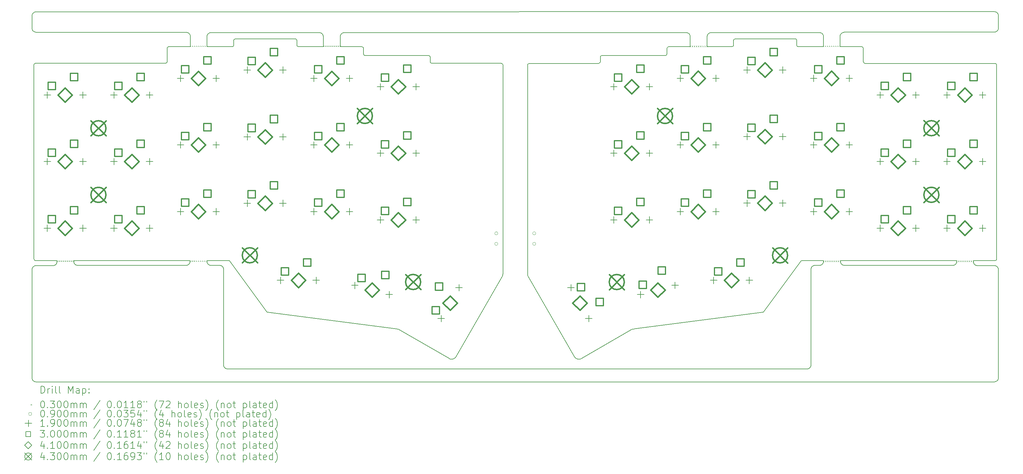
<source format=gbr>
%TF.GenerationSoftware,KiCad,Pcbnew,8.0.3*%
%TF.CreationDate,2024-06-14T22:13:30-03:00*%
%TF.ProjectId,corne-cherry,636f726e-652d-4636-9865-7272792e6b69,3.0.1*%
%TF.SameCoordinates,Original*%
%TF.FileFunction,Drillmap*%
%TF.FilePolarity,Positive*%
%FSLAX45Y45*%
G04 Gerber Fmt 4.5, Leading zero omitted, Abs format (unit mm)*
G04 Created by KiCad (PCBNEW 8.0.3) date 2024-06-14 22:13:30*
%MOMM*%
%LPD*%
G01*
G04 APERTURE LIST*
%ADD10C,0.200000*%
%ADD11C,0.100000*%
%ADD12C,0.190000*%
%ADD13C,0.300000*%
%ADD14C,0.410000*%
%ADD15C,0.430000*%
G04 APERTURE END LIST*
D10*
X1780750Y-8302031D02*
X1781250Y-8325000D01*
X1781250Y-8325000D02*
X1781230Y-8325200D01*
X1781230Y-8325200D02*
X1781230Y-8325200D01*
X1781230Y-8325200D02*
X1778960Y-8348300D01*
X1778960Y-8348300D02*
X1778960Y-8348300D01*
X1778960Y-8348300D02*
X1778960Y-8348300D01*
X1778960Y-8348300D02*
X1778960Y-8348400D01*
X1778960Y-8348400D02*
X1778860Y-8348800D01*
X1778860Y-8348800D02*
X1778770Y-8349300D01*
X1778770Y-8349300D02*
X1772080Y-8371400D01*
X1772080Y-8371400D02*
X1772060Y-8371500D01*
X1772060Y-8371500D02*
X1771880Y-8371900D01*
X1771880Y-8371900D02*
X1771700Y-8372400D01*
X1771700Y-8372400D02*
X1760820Y-8392800D01*
X1760820Y-8392800D02*
X1760790Y-8392900D01*
X1760790Y-8392900D02*
X1760540Y-8393200D01*
X1760540Y-8393200D02*
X1760280Y-8393600D01*
X1760280Y-8393600D02*
X1745640Y-8411600D01*
X1745640Y-8411600D02*
X1745640Y-8411600D01*
X1745640Y-8411600D02*
X1745640Y-8411600D01*
X1745640Y-8411600D02*
X1745590Y-8411600D01*
X1745590Y-8411600D02*
X1745270Y-8412000D01*
X1745270Y-8412000D02*
X1744950Y-8412300D01*
X1744950Y-8412300D02*
X1727090Y-8427100D01*
X1727090Y-8427100D02*
X1727040Y-8427100D01*
X1727040Y-8427100D02*
X1726660Y-8427300D01*
X1726660Y-8427300D02*
X1726280Y-8427600D01*
X1726280Y-8427600D02*
X1705900Y-8438600D01*
X1705900Y-8438600D02*
X1705900Y-8438600D01*
X1705900Y-8438600D02*
X1705900Y-8438600D01*
X1705900Y-8438600D02*
X1705830Y-8438700D01*
X1705830Y-8438700D02*
X1705420Y-8438800D01*
X1705420Y-8438800D02*
X1705000Y-8439000D01*
X1705000Y-8439000D02*
X1682860Y-8445900D01*
X1682860Y-8445900D02*
X1682790Y-8445900D01*
X1682790Y-8445900D02*
X1682350Y-8446000D01*
X1682350Y-8446000D02*
X1681900Y-8446000D01*
X1681900Y-8446000D02*
X1658850Y-8448500D01*
X1658850Y-8448500D02*
X1658780Y-8448500D01*
X1658780Y-8448500D02*
X1658560Y-8448500D01*
X1658560Y-8448500D02*
X1658350Y-8448500D01*
X1658350Y-8448500D02*
X1657750Y-8448500D01*
X1657750Y-8448500D02*
X1657740Y-8448500D01*
X1657740Y-8448500D02*
X1182520Y-8448500D01*
X1182520Y-8448500D02*
X1181940Y-8448500D01*
X1181940Y-8448500D02*
X1159630Y-8450800D01*
X1159630Y-8450800D02*
X1138430Y-8457400D01*
X1138430Y-8457400D02*
X1118910Y-8468000D01*
X1118910Y-8468000D02*
X1101800Y-8482100D01*
X1101800Y-8482100D02*
X1087780Y-8499300D01*
X1087780Y-8499300D02*
X1077360Y-8518900D01*
X1077360Y-8518900D02*
X1070940Y-8540200D01*
X1070940Y-8540200D02*
X1068750Y-8562500D01*
X1068750Y-11649700D02*
X1068750Y-11650300D01*
X1068750Y-11650300D02*
X1071100Y-11672600D01*
X1071100Y-11672600D02*
X1077660Y-11693800D01*
X1077660Y-11693800D02*
X1088220Y-11713300D01*
X1088220Y-11713300D02*
X1102360Y-11730400D01*
X1102360Y-11730400D02*
X1119570Y-11744500D01*
X1119570Y-11744500D02*
X1139160Y-11754900D01*
X1139160Y-11754900D02*
X1160410Y-11761300D01*
X1160410Y-11761300D02*
X1182740Y-11763500D01*
X1182740Y-11763500D02*
X28505750Y-11762600D01*
X28505550Y-1203850D02*
X1182520Y-1204750D01*
X1182520Y-1204750D02*
X1181940Y-1204750D01*
X1181940Y-1204750D02*
X1159630Y-1207100D01*
X1159630Y-1207100D02*
X1138430Y-1213660D01*
X1138430Y-1213660D02*
X1118910Y-1224220D01*
X1118910Y-1224220D02*
X1101800Y-1238370D01*
X1101800Y-1238370D02*
X1087780Y-1255570D01*
X1087780Y-1255570D02*
X1077360Y-1275160D01*
X1077360Y-1275160D02*
X1070940Y-1296410D01*
X1070940Y-1296410D02*
X1068750Y-1318750D01*
X1068750Y-1318750D02*
X1068750Y-1674730D01*
X1068750Y-1674730D02*
X1068750Y-1675310D01*
X1068750Y-1675310D02*
X1071100Y-1697620D01*
X1071100Y-1697620D02*
X1077660Y-1718820D01*
X1077660Y-1718820D02*
X1088220Y-1738350D01*
X1088220Y-1738350D02*
X1102360Y-1755450D01*
X1102360Y-1755450D02*
X1119570Y-1769480D01*
X1119570Y-1769480D02*
X1139160Y-1779900D01*
X1139160Y-1779900D02*
X1160410Y-1786310D01*
X1160410Y-1786310D02*
X1182740Y-1788500D01*
X1182740Y-1788500D02*
X5457740Y-1788500D01*
X5457740Y-1788500D02*
X5457990Y-1788530D01*
X5457990Y-1788530D02*
X5457990Y-1788530D01*
X5457990Y-1788530D02*
X5481050Y-1790790D01*
X5481050Y-1790790D02*
X5481050Y-1790790D01*
X5481050Y-1790790D02*
X5481050Y-1790790D01*
X5481050Y-1790790D02*
X5481120Y-1790790D01*
X5481120Y-1790790D02*
X5481560Y-1790890D01*
X5481560Y-1790890D02*
X5482010Y-1790980D01*
X5482010Y-1790980D02*
X5504200Y-1797680D01*
X5504200Y-1797680D02*
X5504260Y-1797700D01*
X5504260Y-1797700D02*
X5504680Y-1797870D01*
X5504680Y-1797870D02*
X5505100Y-1798050D01*
X5505100Y-1798050D02*
X5525560Y-1808930D01*
X5525560Y-1808930D02*
X5525560Y-1808930D01*
X5525560Y-1808930D02*
X5525560Y-1808930D01*
X5525560Y-1808930D02*
X5525620Y-1808960D01*
X5525620Y-1808960D02*
X5526000Y-1809220D01*
X5526000Y-1809220D02*
X5526380Y-1809470D01*
X5526380Y-1809470D02*
X5544340Y-1824120D01*
X5544340Y-1824120D02*
X5544390Y-1824160D01*
X5544390Y-1824160D02*
X5544700Y-1824480D01*
X5544700Y-1824480D02*
X5545030Y-1824800D01*
X5545030Y-1824800D02*
X5559800Y-1842660D01*
X5559800Y-1842660D02*
X5559840Y-1842710D01*
X5559840Y-1842710D02*
X5560090Y-1843090D01*
X5560090Y-1843090D02*
X5560350Y-1843470D01*
X5560350Y-1843470D02*
X5571370Y-1863860D01*
X5571370Y-1863860D02*
X5571370Y-1863860D01*
X5571370Y-1863860D02*
X5571370Y-1863860D01*
X5571370Y-1863860D02*
X5571400Y-1863920D01*
X5571400Y-1863920D02*
X5571570Y-1864340D01*
X5571570Y-1864340D02*
X5571750Y-1864760D01*
X5571750Y-1864760D02*
X5578600Y-1886900D01*
X5578600Y-1886900D02*
X5578620Y-1886960D01*
X5578620Y-1886960D02*
X5578710Y-1887410D01*
X5578710Y-1887410D02*
X5578800Y-1887850D01*
X5578800Y-1887850D02*
X5581220Y-1910900D01*
X5581220Y-1910900D02*
X5581230Y-1910970D01*
X5581230Y-1910970D02*
X5581220Y-1911190D01*
X5581220Y-1911190D02*
X5581250Y-1911410D01*
X5581250Y-1911410D02*
X5581250Y-1912000D01*
X5581250Y-1912000D02*
X5581250Y-1912010D01*
X5581250Y-1912010D02*
X5581750Y-2202025D01*
X6055750Y-8302107D02*
X6056250Y-8324700D01*
X6056250Y-8324700D02*
X6056250Y-8325300D01*
X6056250Y-8325300D02*
X6058600Y-8347600D01*
X6058600Y-8347600D02*
X6065160Y-8368800D01*
X6065160Y-8368800D02*
X6075720Y-8388300D01*
X6075720Y-8388300D02*
X6089860Y-8405400D01*
X6089860Y-8405400D02*
X6107070Y-8419500D01*
X6107070Y-8419500D02*
X6126660Y-8429900D01*
X6126660Y-8429900D02*
X6147910Y-8436300D01*
X6147910Y-8436300D02*
X6170240Y-8438500D01*
X6170240Y-8438500D02*
X6407740Y-8438500D01*
X6407740Y-8438500D02*
X6407990Y-8438500D01*
X6407990Y-8438500D02*
X6407990Y-8438500D01*
X6407990Y-8438500D02*
X6431050Y-8440800D01*
X6431050Y-8440800D02*
X6431050Y-8440800D01*
X6431050Y-8440800D02*
X6431050Y-8440800D01*
X6431050Y-8440800D02*
X6431120Y-8440800D01*
X6431120Y-8440800D02*
X6431560Y-8440900D01*
X6431560Y-8440900D02*
X6432010Y-8441000D01*
X6432010Y-8441000D02*
X6454200Y-8447700D01*
X6454200Y-8447700D02*
X6454260Y-8447700D01*
X6454260Y-8447700D02*
X6454680Y-8447900D01*
X6454680Y-8447900D02*
X6455100Y-8448000D01*
X6455100Y-8448000D02*
X6475560Y-8458900D01*
X6475560Y-8458900D02*
X6475560Y-8458900D01*
X6475560Y-8458900D02*
X6475560Y-8458900D01*
X6475560Y-8458900D02*
X6475620Y-8459000D01*
X6475620Y-8459000D02*
X6476000Y-8459200D01*
X6476000Y-8459200D02*
X6476380Y-8459500D01*
X6476380Y-8459500D02*
X6494340Y-8474100D01*
X6494340Y-8474100D02*
X6494390Y-8474200D01*
X6494390Y-8474200D02*
X6494700Y-8474500D01*
X6494700Y-8474500D02*
X6495030Y-8474800D01*
X6495030Y-8474800D02*
X6509800Y-8492700D01*
X6509800Y-8492700D02*
X6509840Y-8492700D01*
X6509840Y-8492700D02*
X6510090Y-8493100D01*
X6510090Y-8493100D02*
X6510350Y-8493500D01*
X6510350Y-8493500D02*
X6521370Y-8513900D01*
X6521370Y-8513900D02*
X6521370Y-8513900D01*
X6521370Y-8513900D02*
X6521370Y-8513900D01*
X6521370Y-8513900D02*
X6521400Y-8513900D01*
X6521400Y-8513900D02*
X6521570Y-8514300D01*
X6521570Y-8514300D02*
X6521750Y-8514800D01*
X6521750Y-8514800D02*
X6528600Y-8536900D01*
X6528600Y-8536900D02*
X6528620Y-8537000D01*
X6528620Y-8537000D02*
X6528710Y-8537400D01*
X6528710Y-8537400D02*
X6528800Y-8537900D01*
X6528800Y-8537900D02*
X6531220Y-8560900D01*
X6531220Y-8560900D02*
X6531230Y-8561000D01*
X6531230Y-8561000D02*
X6531220Y-8561200D01*
X6531220Y-8561200D02*
X6531250Y-8561400D01*
X6531250Y-8561400D02*
X6531250Y-8562000D01*
X6531250Y-8562000D02*
X6531250Y-8562000D01*
X6531250Y-8562000D02*
X6531250Y-11279700D01*
X6531250Y-11279700D02*
X6531250Y-11280300D01*
X6531250Y-11280300D02*
X6533600Y-11302600D01*
X6533600Y-11302600D02*
X6540160Y-11323800D01*
X6540160Y-11323800D02*
X6550720Y-11343300D01*
X6550720Y-11343300D02*
X6564860Y-11360400D01*
X6564860Y-11360400D02*
X6582070Y-11374500D01*
X6582070Y-11374500D02*
X6601660Y-11384900D01*
X6601660Y-11384900D02*
X6622910Y-11391300D01*
X6622910Y-11391300D02*
X6645240Y-11393500D01*
X6645450Y-11393400D02*
X23161950Y-11392600D01*
X19718050Y-1797600D02*
X9970050Y-1798500D01*
X9970050Y-1798500D02*
X9969450Y-1798500D01*
X9969450Y-1798500D02*
X9947150Y-1800850D01*
X9947150Y-1800850D02*
X9925950Y-1807410D01*
X9925950Y-1807410D02*
X9906450Y-1817970D01*
X9906450Y-1817970D02*
X9889350Y-1832120D01*
X9889350Y-1832120D02*
X9875250Y-1849320D01*
X9875250Y-1849320D02*
X9864850Y-1868910D01*
X9864850Y-1868910D02*
X9858450Y-1890160D01*
X9858450Y-1890160D02*
X9856250Y-1912500D01*
X9856250Y-1912500D02*
X9856750Y-2201873D01*
X2256750Y-8302031D02*
X2256250Y-8324700D01*
X2256250Y-8324700D02*
X2256250Y-8325300D01*
X2256250Y-8325300D02*
X2258600Y-8347600D01*
X2258600Y-8347600D02*
X2265160Y-8368800D01*
X2265160Y-8368800D02*
X2275720Y-8388300D01*
X2275720Y-8388300D02*
X2289860Y-8405400D01*
X2289860Y-8405400D02*
X2307070Y-8419500D01*
X2307070Y-8419500D02*
X2326660Y-8429900D01*
X2326660Y-8429900D02*
X2347910Y-8436300D01*
X2347910Y-8436300D02*
X2370240Y-8438500D01*
X2370240Y-8438500D02*
X5457480Y-8438500D01*
X5457480Y-8438500D02*
X5458060Y-8438500D01*
X5458060Y-8438500D02*
X5480370Y-8436200D01*
X5480370Y-8436200D02*
X5501570Y-8429600D01*
X5501570Y-8429600D02*
X5521090Y-8419000D01*
X5521090Y-8419000D02*
X5538200Y-8404900D01*
X5538200Y-8404900D02*
X5552220Y-8387700D01*
X5552220Y-8387700D02*
X5562640Y-8368100D01*
X5562640Y-8368100D02*
X5569060Y-8346800D01*
X5569060Y-8346800D02*
X5571250Y-8324500D01*
X5571250Y-8324500D02*
X5571750Y-8302031D01*
X9372750Y-2202025D02*
X9371250Y-1912270D01*
X9371250Y-1912270D02*
X9371250Y-1911690D01*
X9371250Y-1911690D02*
X9368900Y-1889380D01*
X9368900Y-1889380D02*
X9362340Y-1868180D01*
X9362340Y-1868180D02*
X9351780Y-1848660D01*
X9351780Y-1848660D02*
X9337630Y-1831560D01*
X9337630Y-1831560D02*
X9320430Y-1817530D01*
X9320430Y-1817530D02*
X9300840Y-1807110D01*
X9300840Y-1807110D02*
X9279590Y-1800690D01*
X9279590Y-1800690D02*
X9257260Y-1798500D01*
X9257260Y-1798500D02*
X6170020Y-1798500D01*
X6170020Y-1798500D02*
X6169440Y-1798500D01*
X6169440Y-1798500D02*
X6147130Y-1800850D01*
X6147130Y-1800850D02*
X6125930Y-1807410D01*
X6125930Y-1807410D02*
X6106410Y-1817970D01*
X6106410Y-1817970D02*
X6089300Y-1832120D01*
X6089300Y-1832120D02*
X6075280Y-1849320D01*
X6075280Y-1849320D02*
X6064860Y-1868910D01*
X6064860Y-1868910D02*
X6058440Y-1890160D01*
X6058440Y-1890160D02*
X6056250Y-1912500D01*
X6056250Y-1912500D02*
X6057750Y-2201873D01*
X1068750Y-8562500D02*
X1068750Y-11649700D01*
X23631750Y-2202673D02*
X23631950Y-1911370D01*
X23631950Y-1911370D02*
X23631950Y-1910790D01*
X23631950Y-1910790D02*
X23629650Y-1888480D01*
X23629650Y-1888480D02*
X23623050Y-1867280D01*
X23623050Y-1867280D02*
X23612550Y-1847760D01*
X23612550Y-1847760D02*
X23598350Y-1830660D01*
X23598350Y-1830660D02*
X23581150Y-1816630D01*
X23581150Y-1816630D02*
X23561550Y-1806210D01*
X23561550Y-1806210D02*
X23540350Y-1799790D01*
X23540350Y-1799790D02*
X23518050Y-1797600D01*
X23518050Y-1797600D02*
X20430750Y-1797600D01*
X20430750Y-1797600D02*
X20430150Y-1797600D01*
X20430150Y-1797600D02*
X20407850Y-1799950D01*
X20407850Y-1799950D02*
X20386650Y-1806510D01*
X20386650Y-1806510D02*
X20367150Y-1817070D01*
X20367150Y-1817070D02*
X20350050Y-1831220D01*
X20350050Y-1831220D02*
X20336050Y-1848420D01*
X20336050Y-1848420D02*
X20325650Y-1868010D01*
X20325650Y-1868010D02*
X20319150Y-1889260D01*
X20319150Y-1889260D02*
X20317050Y-1911600D01*
X20317050Y-1911600D02*
X20316750Y-2202825D01*
X28030250Y-8447600D02*
X28007150Y-8445300D01*
X28586450Y-11729000D02*
X28600450Y-11711800D01*
X19781150Y-1816630D02*
X19761550Y-1806210D01*
X19798350Y-1830660D02*
X19781150Y-1816630D01*
X28619450Y-8560800D02*
X28619550Y-11648600D01*
X19832750Y-2202673D02*
X19831950Y-1911370D01*
X19831950Y-1911370D02*
X19831950Y-1910790D01*
X19831950Y-1910790D02*
X19829650Y-1888480D01*
X19829650Y-1888480D02*
X19823050Y-1867280D01*
X19823050Y-1867280D02*
X19812550Y-1847760D01*
X19812550Y-1847760D02*
X19798350Y-1830660D01*
X19761550Y-1806210D02*
X19740350Y-1799790D01*
X19740350Y-1799790D02*
X19718050Y-1797600D01*
X24117750Y-8302731D02*
X24117050Y-8323800D01*
X24117050Y-8323800D02*
X24117050Y-8324400D01*
X24117050Y-8324400D02*
X24119350Y-8346700D01*
X24119350Y-8346700D02*
X24125950Y-8367900D01*
X24125950Y-8367900D02*
X24136450Y-8387400D01*
X24136450Y-8387400D02*
X24150650Y-8404500D01*
X24150650Y-8404500D02*
X24167850Y-8418600D01*
X24167850Y-8418600D02*
X24187450Y-8429000D01*
X24187450Y-8429000D02*
X24208650Y-8435400D01*
X24208650Y-8435400D02*
X24230950Y-8437600D01*
X24230950Y-8437600D02*
X27318250Y-8437600D01*
X27318250Y-8437600D02*
X27318850Y-8437600D01*
X27318850Y-8437600D02*
X27341150Y-8435300D01*
X27341150Y-8435300D02*
X27362350Y-8428700D01*
X27362350Y-8428700D02*
X27381850Y-8418100D01*
X27381850Y-8418100D02*
X27398950Y-8404000D01*
X27398950Y-8404000D02*
X27412950Y-8386800D01*
X27412950Y-8386800D02*
X27423350Y-8367200D01*
X27423350Y-8367200D02*
X27429850Y-8345900D01*
X27429850Y-8345900D02*
X27431950Y-8323600D01*
X27431950Y-8323600D02*
X27432750Y-8302731D01*
X23161950Y-11392600D02*
X23162550Y-11392600D01*
X23162550Y-11392600D02*
X23184850Y-11390300D01*
X23184850Y-11390300D02*
X23206050Y-11383700D01*
X23206050Y-11383700D02*
X23225550Y-11373100D01*
X23225550Y-11373100D02*
X23242650Y-11359000D01*
X23242650Y-11359000D02*
X23256750Y-11341800D01*
X23256750Y-11341800D02*
X23267150Y-11322200D01*
X23267150Y-11322200D02*
X23273550Y-11300900D01*
X23273550Y-11300900D02*
X23275750Y-11278600D01*
X23275750Y-11278600D02*
X23275750Y-8561100D01*
X23275750Y-8561100D02*
X23275750Y-8560900D01*
X23275750Y-8560900D02*
X23275750Y-8560900D01*
X23275750Y-8560900D02*
X23278050Y-8537800D01*
X23278050Y-8537800D02*
X23278050Y-8537800D01*
X23278050Y-8537800D02*
X23278050Y-8537800D01*
X23278050Y-8537800D02*
X23278050Y-8537700D01*
X23278050Y-8537700D02*
X23278150Y-8537300D01*
X23278150Y-8537300D02*
X23278250Y-8536800D01*
X23278250Y-8536800D02*
X23284950Y-8514700D01*
X23284950Y-8514700D02*
X23284950Y-8514600D01*
X23284950Y-8514600D02*
X23285150Y-8514200D01*
X23285150Y-8514200D02*
X23285250Y-8513800D01*
X23285250Y-8513800D02*
X23296150Y-8493300D01*
X23296150Y-8493300D02*
X23296150Y-8493300D01*
X23296150Y-8493300D02*
X23296150Y-8493300D01*
X23296150Y-8493300D02*
X23296250Y-8493200D01*
X23296250Y-8493200D02*
X23296450Y-8492900D01*
X23296450Y-8492900D02*
X23296750Y-8492500D01*
X23296750Y-8492500D02*
X23311350Y-8474500D01*
X23311350Y-8474500D02*
X23311450Y-8474500D01*
X23311450Y-8474500D02*
X23311750Y-8474100D01*
X23311750Y-8474100D02*
X23312050Y-8473800D01*
X23312050Y-8473800D02*
X23329950Y-8459100D01*
X23329950Y-8459100D02*
X23329950Y-8459000D01*
X23329950Y-8459000D02*
X23330350Y-8458800D01*
X23330350Y-8458800D02*
X23330750Y-8458500D01*
X23330750Y-8458500D02*
X23351150Y-8447500D01*
X23351150Y-8447500D02*
X23351150Y-8447500D01*
X23351150Y-8447500D02*
X23351150Y-8447500D01*
X23351150Y-8447500D02*
X23351150Y-8447400D01*
X23351150Y-8447400D02*
X23351550Y-8447300D01*
X23351550Y-8447300D02*
X23352050Y-8447100D01*
X23352050Y-8447100D02*
X23374150Y-8440300D01*
X23374150Y-8440300D02*
X23374150Y-8440300D01*
X23374150Y-8440300D02*
X23374250Y-8440200D01*
X23374250Y-8440200D02*
X23374650Y-8440100D01*
X23374650Y-8440100D02*
X23375050Y-8440100D01*
X23375050Y-8440100D02*
X23398150Y-8437600D01*
X23398150Y-8437600D02*
X23398250Y-8437600D01*
X23398250Y-8437600D02*
X23398450Y-8437600D01*
X23398450Y-8437600D02*
X23398650Y-8437600D01*
X23398650Y-8437600D02*
X23399250Y-8437600D01*
X23399250Y-8437600D02*
X23399250Y-8437600D01*
X23399250Y-8437600D02*
X23518250Y-8437600D01*
X23518250Y-8437600D02*
X23518850Y-8437600D01*
X23518850Y-8437600D02*
X23541150Y-8435300D01*
X23541150Y-8435300D02*
X23562350Y-8428700D01*
X23562350Y-8428700D02*
X23581850Y-8418100D01*
X23581850Y-8418100D02*
X23598950Y-8404000D01*
X23598950Y-8404000D02*
X23612950Y-8386800D01*
X23612950Y-8386800D02*
X23623350Y-8367200D01*
X23623350Y-8367200D02*
X23629850Y-8345900D01*
X23629850Y-8345900D02*
X23632050Y-8323600D01*
X23632050Y-8323600D02*
X23632750Y-8302807D01*
X24109250Y-1887730D02*
X24109350Y-1887290D01*
X24109350Y-1887290D02*
X24109450Y-1886840D01*
X24109450Y-1886840D02*
X24116150Y-1864650D01*
X24116150Y-1864650D02*
X24116150Y-1864590D01*
X24116150Y-1864590D02*
X24116350Y-1864170D01*
X24116350Y-1864170D02*
X24116550Y-1863750D01*
X24116550Y-1863750D02*
X24127450Y-1843290D01*
X24127450Y-1843290D02*
X24127450Y-1843290D01*
X24127450Y-1843290D02*
X24127450Y-1843290D01*
X24127450Y-1843290D02*
X24127450Y-1843230D01*
X24127450Y-1843230D02*
X24127750Y-1842850D01*
X24127750Y-1842850D02*
X24127950Y-1842480D01*
X24127950Y-1842480D02*
X24142650Y-1824520D01*
X24142650Y-1824520D02*
X24142650Y-1824460D01*
X24142650Y-1824460D02*
X24142950Y-1824150D01*
X24142950Y-1824150D02*
X24143350Y-1823820D01*
X24143350Y-1823820D02*
X24161150Y-1809050D01*
X24161150Y-1809050D02*
X24161250Y-1809010D01*
X24161250Y-1809010D02*
X24161550Y-1808760D01*
X24161550Y-1808760D02*
X24161950Y-1808510D01*
X24161950Y-1808510D02*
X24182350Y-1797480D01*
X24182350Y-1797480D02*
X24182350Y-1797480D01*
X24182350Y-1797480D02*
X24182350Y-1797480D01*
X24182350Y-1797480D02*
X24182450Y-1797450D01*
X24182450Y-1797450D02*
X24182850Y-1797280D01*
X24182850Y-1797280D02*
X24183250Y-1797100D01*
X24183250Y-1797100D02*
X24205350Y-1790250D01*
X24205350Y-1790250D02*
X24205350Y-1790250D01*
X24205350Y-1790250D02*
X24205450Y-1790230D01*
X24205450Y-1790230D02*
X24205950Y-1790150D01*
X24205950Y-1790150D02*
X24206350Y-1790050D01*
X24206350Y-1790050D02*
X24229350Y-1787630D01*
X24229350Y-1787630D02*
X24229450Y-1787630D01*
X24229450Y-1787630D02*
X24229650Y-1787630D01*
X24229650Y-1787630D02*
X24229950Y-1787600D01*
X24229950Y-1787600D02*
X24230450Y-1787600D01*
X24230450Y-1787600D02*
X24230550Y-1787600D01*
X24230550Y-1787600D02*
X28505750Y-1787600D01*
X28505750Y-1787600D02*
X28506350Y-1787600D01*
X28506350Y-1787600D02*
X28528650Y-1785260D01*
X28528650Y-1785260D02*
X28549850Y-1778690D01*
X28549850Y-1778690D02*
X28569350Y-1768140D01*
X28569350Y-1768140D02*
X28586450Y-1753990D01*
X28586450Y-1753990D02*
X28600450Y-1736790D01*
X28600450Y-1736790D02*
X28610850Y-1717190D01*
X28610850Y-1717190D02*
X28617350Y-1695940D01*
X28617350Y-1695940D02*
X28619550Y-1673610D01*
X28619550Y-1673610D02*
X28619450Y-1317620D01*
X28619450Y-1317620D02*
X28619450Y-1317040D01*
X28619450Y-1317040D02*
X28617150Y-1294730D01*
X28617150Y-1294730D02*
X28610550Y-1273530D01*
X28610550Y-1273530D02*
X28600050Y-1254010D01*
X28600050Y-1254010D02*
X28585850Y-1236910D01*
X28585850Y-1236910D02*
X28568650Y-1222880D01*
X28568650Y-1222880D02*
X28549050Y-1212460D01*
X28549050Y-1212460D02*
X28527850Y-1206040D01*
X28527850Y-1206040D02*
X28505550Y-1203850D01*
X24107750Y-2202825D02*
X24106950Y-1911110D01*
X24106950Y-1911110D02*
X24107050Y-1910860D01*
X24107050Y-1910860D02*
X24109250Y-1887800D01*
X24109250Y-1887800D02*
X24109250Y-1887800D01*
X24109250Y-1887800D02*
X24109250Y-1887800D01*
X24109250Y-1887800D02*
X24109250Y-1887730D01*
X27907050Y-8325100D02*
X27907050Y-8324900D01*
X27907050Y-8324900D02*
X27907050Y-8324700D01*
X27907050Y-8324700D02*
X27907050Y-8324100D01*
X27907050Y-8324100D02*
X27906950Y-8324100D01*
X27906950Y-8324100D02*
X27907750Y-8302807D01*
X27916550Y-8371300D02*
X27909650Y-8349200D01*
X27909650Y-8349200D02*
X27909650Y-8349100D01*
X27909650Y-8349100D02*
X27909550Y-8348700D01*
X27909550Y-8348700D02*
X27909450Y-8348300D01*
X27909450Y-8348300D02*
X27907050Y-8325200D01*
X27907050Y-8325200D02*
X27907050Y-8325100D01*
X28505750Y-11762600D02*
X28506350Y-11762600D01*
X28506350Y-11762600D02*
X28528650Y-11760300D01*
X28528650Y-11760300D02*
X28549850Y-11753700D01*
X28549850Y-11753700D02*
X28569350Y-11743100D01*
X28569350Y-11743100D02*
X28586450Y-11729000D01*
X28600450Y-11711800D02*
X28610850Y-11692200D01*
X28610850Y-11692200D02*
X28617350Y-11670900D01*
X28617350Y-11670900D02*
X28619550Y-11648600D01*
X28619450Y-8560800D02*
X28617150Y-8538500D01*
X28617150Y-8538500D02*
X28610550Y-8517300D01*
X28610550Y-8517300D02*
X28600050Y-8497800D01*
X28600050Y-8497800D02*
X28585850Y-8480700D01*
X28585850Y-8480700D02*
X28568650Y-8466600D01*
X28568650Y-8466600D02*
X28549050Y-8456200D01*
X28549050Y-8456200D02*
X28527850Y-8449800D01*
X28527850Y-8449800D02*
X28505550Y-8447600D01*
X28505550Y-8447600D02*
X28030550Y-8447600D01*
X28030550Y-8447600D02*
X28030250Y-8447600D01*
X28030250Y-8447600D02*
X28030250Y-8447600D01*
X28007150Y-8445300D02*
X28007150Y-8445300D01*
X28007150Y-8445300D02*
X28007150Y-8445300D01*
X28007150Y-8445300D02*
X28007150Y-8445300D01*
X28007150Y-8445300D02*
X28006650Y-8445200D01*
X28006650Y-8445200D02*
X28006250Y-8445100D01*
X28006250Y-8445100D02*
X27984050Y-8438400D01*
X27984050Y-8438400D02*
X27983950Y-8438400D01*
X27983950Y-8438400D02*
X27983550Y-8438200D01*
X27983550Y-8438200D02*
X27983150Y-8438100D01*
X27983150Y-8438100D02*
X27962650Y-8427200D01*
X27962650Y-8427200D02*
X27962650Y-8427200D01*
X27962650Y-8427200D02*
X27962650Y-8427100D01*
X27962650Y-8427100D02*
X27962250Y-8426900D01*
X27962250Y-8426900D02*
X27961850Y-8426600D01*
X27961850Y-8426600D02*
X27943950Y-8412000D01*
X27943950Y-8412000D02*
X27943950Y-8412000D01*
X27943950Y-8412000D02*
X27943950Y-8412000D01*
X27943950Y-8412000D02*
X27943850Y-8411900D01*
X27943850Y-8411900D02*
X27943550Y-8411600D01*
X27943550Y-8411600D02*
X27943250Y-8411300D01*
X27943250Y-8411300D02*
X27928450Y-8393400D01*
X27928450Y-8393400D02*
X27928450Y-8393400D01*
X27928450Y-8393400D02*
X27928150Y-8393000D01*
X27928150Y-8393000D02*
X27927950Y-8392600D01*
X27927950Y-8392600D02*
X27916850Y-8372200D01*
X27916850Y-8372200D02*
X27916850Y-8372200D01*
X27916850Y-8372200D02*
X27916850Y-8372200D01*
X27916850Y-8372200D02*
X27916850Y-8372200D01*
X27916850Y-8372200D02*
X27916650Y-8371800D01*
X27916650Y-8371800D02*
X27916550Y-8371300D01*
X18162950Y-10267800D02*
X18183119Y-10262377D01*
X18203571Y-10258200D01*
X18224248Y-10255278D01*
X18228406Y-10254846D01*
X15218179Y-8762572D02*
X15209231Y-8744685D01*
X15201683Y-8723223D01*
X15197065Y-8700959D01*
X15195456Y-8678190D01*
X15195470Y-8675323D01*
X19170618Y-2402571D02*
X19170618Y-2252711D01*
X17320484Y-2452609D02*
X19120580Y-2452609D01*
X15195470Y-2727817D02*
X15200402Y-2706148D01*
X15213664Y-2689248D01*
X15232967Y-2679406D01*
X15245458Y-2677830D01*
X15195522Y-2727690D02*
X15195522Y-8675095D01*
X24117750Y-8302731D02*
X27432750Y-8302731D01*
X28570463Y-2727817D02*
X28570640Y-8252693D01*
X24820588Y-2677653D02*
X28520450Y-2677830D01*
X21120574Y-1977629D02*
X22820594Y-1977629D01*
X21070536Y-2152635D02*
X21070536Y-2027667D01*
X19220656Y-2202673D02*
X19832750Y-2202673D01*
X18162950Y-10267800D02*
X16733542Y-11093908D01*
X17270700Y-2502647D02*
X17270471Y-2627818D01*
X17270471Y-2502824D02*
X17275397Y-2481146D01*
X17288657Y-2464238D01*
X17307962Y-2454390D01*
X17320458Y-2452812D01*
X24770550Y-2252711D02*
X24770550Y-2627615D01*
X22920670Y-2202673D02*
X23631750Y-2202673D01*
X22870632Y-2027667D02*
X22870632Y-2152635D01*
X15245559Y-2677653D02*
X17220459Y-2677830D01*
X28570463Y-8252820D02*
X28565527Y-8274496D01*
X28552258Y-8291398D01*
X28532947Y-8301236D01*
X28520451Y-8302807D01*
X28520451Y-8302807D02*
X28520450Y-8302807D01*
X28520450Y-2677830D02*
X28542128Y-2682755D01*
X28559037Y-2696015D01*
X28568885Y-2715322D01*
X28570463Y-2727817D01*
X28570463Y-2727817D02*
X28570463Y-2727817D01*
X24820461Y-2677830D02*
X24798783Y-2672905D01*
X24781874Y-2659644D01*
X24772026Y-2640338D01*
X24770449Y-2627843D01*
X24770449Y-2627843D02*
X24770449Y-2627818D01*
X24720462Y-2202825D02*
X24742131Y-2207758D01*
X24759030Y-2221019D01*
X24768873Y-2240321D01*
X24770449Y-2252813D01*
X22920466Y-2202825D02*
X22898788Y-2197900D01*
X22881880Y-2184640D01*
X22872032Y-2165333D01*
X22870454Y-2152838D01*
X22870454Y-2152838D02*
X22870454Y-2152813D01*
X22820467Y-1977807D02*
X22842143Y-1982743D01*
X22859045Y-1996012D01*
X22868883Y-2015323D01*
X22870454Y-2027819D01*
X22870454Y-2027819D02*
X22870454Y-2027819D01*
X21070459Y-2027819D02*
X21075384Y-2006141D01*
X21088645Y-1989232D01*
X21107951Y-1979384D01*
X21120447Y-1977807D01*
X21120447Y-1977807D02*
X21120447Y-1977807D01*
X21070459Y-2152813D02*
X21065534Y-2174491D01*
X21052274Y-2191400D01*
X21032967Y-2201248D01*
X21020472Y-2202825D01*
X21020472Y-2202825D02*
X21020447Y-2202825D01*
X19170465Y-2252813D02*
X19175398Y-2231143D01*
X19188659Y-2214244D01*
X19207961Y-2204401D01*
X19220452Y-2202825D01*
X19170465Y-2402825D02*
X19165529Y-2424500D01*
X19152260Y-2441402D01*
X19132949Y-2451241D01*
X19120453Y-2452812D01*
X16540730Y-11055961D02*
X15218128Y-8762725D01*
X16541040Y-11056423D02*
X16540730Y-11055961D01*
X16733542Y-11093908D02*
X16715136Y-11104387D01*
X16695861Y-11111787D01*
X16676044Y-11116172D01*
X16656010Y-11117605D01*
X16629527Y-11115034D01*
X16604014Y-11107479D01*
X16585982Y-11098634D01*
X16569258Y-11087133D01*
X16554168Y-11073042D01*
X16541040Y-11056423D01*
X21895451Y-9777809D02*
X18228406Y-10254846D01*
X21930807Y-9763179D02*
X21913452Y-9774462D01*
X21895451Y-9777809D01*
X22985109Y-8317463D02*
X21930807Y-9763179D01*
X17270471Y-2627818D02*
X17265546Y-2649496D01*
X17252285Y-2666405D01*
X17232978Y-2676253D01*
X17220483Y-2677830D01*
X17220483Y-2677830D02*
X17220459Y-2677830D01*
X6669034Y-8302007D02*
X6055750Y-8302107D01*
X1169050Y-8302007D02*
X1780750Y-8302031D01*
X4969038Y-2202025D02*
X5581750Y-2202025D01*
X8669053Y-2202025D02*
X9372750Y-2202025D01*
X12469017Y-2677030D02*
X12469041Y-2677030D01*
X12419029Y-2627018D02*
X12423954Y-2648696D01*
X12437215Y-2665605D01*
X12456521Y-2675453D01*
X12469017Y-2677030D01*
X6704390Y-8316663D02*
X7758693Y-9762379D01*
X7794049Y-9777009D02*
X11461094Y-10254046D01*
X12955958Y-11093108D02*
X12974364Y-11103587D01*
X12993639Y-11110987D01*
X13013456Y-11115372D01*
X13033490Y-11116805D01*
X13059973Y-11114234D01*
X13085486Y-11106679D01*
X13103518Y-11097834D01*
X13120242Y-11086333D01*
X13135332Y-11072242D01*
X13148460Y-11055623D01*
X13148460Y-11055623D02*
X13148770Y-11055161D01*
X13148770Y-11055161D02*
X14471372Y-8761925D01*
X10519035Y-2402025D02*
X10523971Y-2423700D01*
X10537240Y-2440602D01*
X10556551Y-2450441D01*
X10569047Y-2452012D01*
X10519035Y-2252013D02*
X10514102Y-2230343D01*
X10500841Y-2213444D01*
X10481539Y-2203601D01*
X10469048Y-2202025D01*
X8669028Y-2202025D02*
X8669053Y-2202025D01*
X8619041Y-2152013D02*
X8623966Y-2173691D01*
X8637226Y-2190600D01*
X8656533Y-2200448D01*
X8669028Y-2202025D01*
X8569053Y-1977007D02*
X8569053Y-1977007D01*
X8619041Y-2027019D02*
X8614116Y-2005341D01*
X8600855Y-1988432D01*
X8581549Y-1978584D01*
X8569053Y-1977007D01*
X6819046Y-2027019D02*
X6819046Y-2027019D01*
X6869033Y-1977007D02*
X6847357Y-1981943D01*
X6830455Y-1995212D01*
X6820616Y-2014523D01*
X6819046Y-2027019D01*
X6819046Y-2152038D02*
X6819046Y-2152013D01*
X6769033Y-2202025D02*
X6790712Y-2197100D01*
X6807620Y-2183840D01*
X6817468Y-2164533D01*
X6819046Y-2152038D01*
X4969038Y-2202025D02*
X4947369Y-2206958D01*
X4930469Y-2220219D01*
X4920627Y-2239521D01*
X4919051Y-2252013D01*
X4919051Y-2627043D02*
X4919051Y-2627018D01*
X4869039Y-2677030D02*
X4890717Y-2672105D01*
X4907626Y-2658844D01*
X4917474Y-2639538D01*
X4919051Y-2627043D01*
X1119037Y-2727017D02*
X1119037Y-2727017D01*
X1169050Y-2677030D02*
X1147372Y-2681955D01*
X1130463Y-2695215D01*
X1120615Y-2714522D01*
X1119037Y-2727017D01*
X1169049Y-8302007D02*
X1169050Y-8302007D01*
X1119037Y-8252020D02*
X1123973Y-8273696D01*
X1137242Y-8290598D01*
X1156553Y-8300436D01*
X1169049Y-8302007D01*
X14443940Y-2676853D02*
X12469041Y-2677030D01*
X6819046Y-2027019D02*
X6818868Y-2151835D01*
X6768830Y-2201873D02*
X6057750Y-2201873D01*
X4918950Y-2251911D02*
X4918950Y-2626815D01*
X12419029Y-2502024D02*
X12414103Y-2480346D01*
X12400843Y-2463438D01*
X12381538Y-2453590D01*
X12369042Y-2452012D01*
X12418800Y-2501847D02*
X12419029Y-2627018D01*
X11526550Y-10267000D02*
X12955958Y-11093108D01*
X10468844Y-2201873D02*
X9856750Y-2201873D01*
X8618964Y-2151835D02*
X8618964Y-2026867D01*
X8568926Y-1976829D02*
X6868906Y-1976829D01*
X4868912Y-2676853D02*
X1169050Y-2677030D01*
X1119037Y-2727017D02*
X1118860Y-8251893D01*
X5571750Y-8302031D02*
X2256750Y-8302031D01*
X14493978Y-2726890D02*
X14493978Y-8674295D01*
X14494030Y-2727017D02*
X14489097Y-2705348D01*
X14475836Y-2688448D01*
X14456533Y-2678606D01*
X14444042Y-2677030D01*
X12369016Y-2451809D02*
X10568920Y-2451809D01*
X10518882Y-2401771D02*
X10518882Y-2251911D01*
X14471321Y-8761772D02*
X14480269Y-8743885D01*
X14487817Y-8722423D01*
X14492435Y-8700159D01*
X14494044Y-8677390D01*
X14494030Y-8674523D01*
X22985109Y-8317463D02*
X23002462Y-8306165D01*
X23020466Y-8302807D01*
X7758693Y-9762379D02*
X7776048Y-9773662D01*
X7794049Y-9777009D01*
X6704390Y-8316663D02*
X6687037Y-8305365D01*
X6669034Y-8302007D01*
X11526550Y-10267000D02*
X11506380Y-10261577D01*
X11485928Y-10257400D01*
X11465252Y-10254478D01*
X11461094Y-10254046D01*
X21020447Y-2202825D02*
X20316750Y-2202825D01*
X23020466Y-8302807D02*
X23632750Y-8302807D01*
X24720462Y-2202825D02*
X24107750Y-2202825D01*
X28520450Y-8302807D02*
X27907750Y-8302807D01*
D11*
X1763750Y-8302600D02*
X1793750Y-8332600D01*
X1793750Y-8302600D02*
X1763750Y-8332600D01*
X1823125Y-8302600D02*
X1853125Y-8332600D01*
X1853125Y-8302600D02*
X1823125Y-8332600D01*
X1882500Y-8302600D02*
X1912500Y-8332600D01*
X1912500Y-8302600D02*
X1882500Y-8332600D01*
X1941875Y-8302600D02*
X1971875Y-8332600D01*
X1971875Y-8302600D02*
X1941875Y-8332600D01*
X2001250Y-8302600D02*
X2031250Y-8332600D01*
X2031250Y-8302600D02*
X2001250Y-8332600D01*
X2060625Y-8302600D02*
X2090625Y-8332600D01*
X2090625Y-8302600D02*
X2060625Y-8332600D01*
X2120000Y-8302600D02*
X2150000Y-8332600D01*
X2150000Y-8302600D02*
X2120000Y-8332600D01*
X2179375Y-8302600D02*
X2209375Y-8332600D01*
X2209375Y-8302600D02*
X2179375Y-8332600D01*
X2238750Y-8302600D02*
X2268750Y-8332600D01*
X2268750Y-8302600D02*
X2238750Y-8332600D01*
X5559850Y-8302800D02*
X5589850Y-8332800D01*
X5589850Y-8302800D02*
X5559850Y-8332800D01*
X5571175Y-2171900D02*
X5601175Y-2201900D01*
X5601175Y-2171900D02*
X5571175Y-2201900D01*
X5619225Y-8302800D02*
X5649225Y-8332800D01*
X5649225Y-8302800D02*
X5619225Y-8332800D01*
X5630550Y-2171900D02*
X5660550Y-2201900D01*
X5660550Y-2171900D02*
X5630550Y-2201900D01*
X5678600Y-8302800D02*
X5708600Y-8332800D01*
X5708600Y-8302800D02*
X5678600Y-8332800D01*
X5689925Y-2171900D02*
X5719925Y-2201900D01*
X5719925Y-2171900D02*
X5689925Y-2201900D01*
X5737975Y-8302800D02*
X5767975Y-8332800D01*
X5767975Y-8302800D02*
X5737975Y-8332800D01*
X5749300Y-2171900D02*
X5779300Y-2201900D01*
X5779300Y-2171900D02*
X5749300Y-2201900D01*
X5797350Y-8302800D02*
X5827350Y-8332800D01*
X5827350Y-8302800D02*
X5797350Y-8332800D01*
X5808675Y-2171900D02*
X5838675Y-2201900D01*
X5838675Y-2171900D02*
X5808675Y-2201900D01*
X5856725Y-8302800D02*
X5886725Y-8332800D01*
X5886725Y-8302800D02*
X5856725Y-8332800D01*
X5868050Y-2171900D02*
X5898050Y-2201900D01*
X5898050Y-2171900D02*
X5868050Y-2201900D01*
X5916100Y-8302800D02*
X5946100Y-8332800D01*
X5946100Y-8302800D02*
X5916100Y-8332800D01*
X5927425Y-2171900D02*
X5957425Y-2201900D01*
X5957425Y-2171900D02*
X5927425Y-2201900D01*
X5975475Y-8302800D02*
X6005475Y-8332800D01*
X6005475Y-8302800D02*
X5975475Y-8332800D01*
X5986800Y-2171900D02*
X6016800Y-2201900D01*
X6016800Y-2171900D02*
X5986800Y-2201900D01*
X6034850Y-8302800D02*
X6064850Y-8332800D01*
X6064850Y-8302800D02*
X6034850Y-8332800D01*
X6046175Y-2171900D02*
X6076175Y-2201900D01*
X6076175Y-2171900D02*
X6046175Y-2201900D01*
X9368250Y-2172300D02*
X9398250Y-2202300D01*
X9398250Y-2172300D02*
X9368250Y-2202300D01*
X9427625Y-2172300D02*
X9457625Y-2202300D01*
X9457625Y-2172300D02*
X9427625Y-2202300D01*
X9487000Y-2172300D02*
X9517000Y-2202300D01*
X9517000Y-2172300D02*
X9487000Y-2202300D01*
X9546375Y-2172300D02*
X9576375Y-2202300D01*
X9576375Y-2172300D02*
X9546375Y-2202300D01*
X9605750Y-2172300D02*
X9635750Y-2202300D01*
X9635750Y-2172300D02*
X9605750Y-2202300D01*
X9665125Y-2172300D02*
X9695125Y-2202300D01*
X9695125Y-2172300D02*
X9665125Y-2202300D01*
X9724500Y-2172300D02*
X9754500Y-2202300D01*
X9754500Y-2172300D02*
X9724500Y-2202300D01*
X9783875Y-2172300D02*
X9813875Y-2202300D01*
X9813875Y-2172300D02*
X9783875Y-2202300D01*
X9843250Y-2172300D02*
X9873250Y-2202300D01*
X9873250Y-2172300D02*
X9843250Y-2202300D01*
X19821250Y-2173500D02*
X19851250Y-2203500D01*
X19851250Y-2173500D02*
X19821250Y-2203500D01*
X19880625Y-2173500D02*
X19910625Y-2203500D01*
X19910625Y-2173500D02*
X19880625Y-2203500D01*
X19940000Y-2173500D02*
X19970000Y-2203500D01*
X19970000Y-2173500D02*
X19940000Y-2203500D01*
X19999375Y-2173500D02*
X20029375Y-2203500D01*
X20029375Y-2173500D02*
X19999375Y-2203500D01*
X20058750Y-2173500D02*
X20088750Y-2203500D01*
X20088750Y-2173500D02*
X20058750Y-2203500D01*
X20118125Y-2173500D02*
X20148125Y-2203500D01*
X20148125Y-2173500D02*
X20118125Y-2203500D01*
X20177500Y-2173500D02*
X20207500Y-2203500D01*
X20207500Y-2173500D02*
X20177500Y-2203500D01*
X20236875Y-2173500D02*
X20266875Y-2203500D01*
X20266875Y-2173500D02*
X20236875Y-2203500D01*
X20296250Y-2173500D02*
X20326250Y-2203500D01*
X20326250Y-2173500D02*
X20296250Y-2203500D01*
X23612450Y-2172000D02*
X23642450Y-2202000D01*
X23642450Y-2172000D02*
X23612450Y-2202000D01*
X23621650Y-8304300D02*
X23651650Y-8334300D01*
X23651650Y-8304300D02*
X23621650Y-8334300D01*
X23671825Y-2172000D02*
X23701825Y-2202000D01*
X23701825Y-2172000D02*
X23671825Y-2202000D01*
X23681025Y-8304300D02*
X23711025Y-8334300D01*
X23711025Y-8304300D02*
X23681025Y-8334300D01*
X23731200Y-2172000D02*
X23761200Y-2202000D01*
X23761200Y-2172000D02*
X23731200Y-2202000D01*
X23740400Y-8304300D02*
X23770400Y-8334300D01*
X23770400Y-8304300D02*
X23740400Y-8334300D01*
X23790575Y-2172000D02*
X23820575Y-2202000D01*
X23820575Y-2172000D02*
X23790575Y-2202000D01*
X23799775Y-8304300D02*
X23829775Y-8334300D01*
X23829775Y-8304300D02*
X23799775Y-8334300D01*
X23849950Y-2172000D02*
X23879950Y-2202000D01*
X23879950Y-2172000D02*
X23849950Y-2202000D01*
X23859150Y-8304300D02*
X23889150Y-8334300D01*
X23889150Y-8304300D02*
X23859150Y-8334300D01*
X23909325Y-2172000D02*
X23939325Y-2202000D01*
X23939325Y-2172000D02*
X23909325Y-2202000D01*
X23918525Y-8304300D02*
X23948525Y-8334300D01*
X23948525Y-8304300D02*
X23918525Y-8334300D01*
X23968700Y-2172000D02*
X23998700Y-2202000D01*
X23998700Y-2172000D02*
X23968700Y-2202000D01*
X23977900Y-8304300D02*
X24007900Y-8334300D01*
X24007900Y-8304300D02*
X23977900Y-8334300D01*
X24028075Y-2172000D02*
X24058075Y-2202000D01*
X24058075Y-2172000D02*
X24028075Y-2202000D01*
X24037275Y-8304300D02*
X24067275Y-8334300D01*
X24067275Y-8304300D02*
X24037275Y-8334300D01*
X24087450Y-2172000D02*
X24117450Y-2202000D01*
X24117450Y-2172000D02*
X24087450Y-2202000D01*
X24096650Y-8304300D02*
X24126650Y-8334300D01*
X24126650Y-8304300D02*
X24096650Y-8334300D01*
X27413050Y-8303300D02*
X27443050Y-8333300D01*
X27443050Y-8303300D02*
X27413050Y-8333300D01*
X27472425Y-8303300D02*
X27502425Y-8333300D01*
X27502425Y-8303300D02*
X27472425Y-8333300D01*
X27531800Y-8303300D02*
X27561800Y-8333300D01*
X27561800Y-8303300D02*
X27531800Y-8333300D01*
X27591175Y-8303300D02*
X27621175Y-8333300D01*
X27621175Y-8303300D02*
X27591175Y-8333300D01*
X27650550Y-8303300D02*
X27680550Y-8333300D01*
X27680550Y-8303300D02*
X27650550Y-8333300D01*
X27709925Y-8303300D02*
X27739925Y-8333300D01*
X27739925Y-8303300D02*
X27709925Y-8333300D01*
X27769300Y-8303300D02*
X27799300Y-8333300D01*
X27799300Y-8303300D02*
X27769300Y-8333300D01*
X27828675Y-8303300D02*
X27858675Y-8333300D01*
X27858675Y-8303300D02*
X27828675Y-8333300D01*
X27888050Y-8303300D02*
X27918050Y-8333300D01*
X27918050Y-8303300D02*
X27888050Y-8333300D01*
X14349350Y-7525500D02*
G75*
G02*
X14259350Y-7525500I-45000J0D01*
G01*
X14259350Y-7525500D02*
G75*
G02*
X14349350Y-7525500I45000J0D01*
G01*
X14349350Y-7825500D02*
G75*
G02*
X14259350Y-7825500I-45000J0D01*
G01*
X14259350Y-7825500D02*
G75*
G02*
X14349350Y-7825500I45000J0D01*
G01*
X15430750Y-7525500D02*
G75*
G02*
X15340750Y-7525500I-45000J0D01*
G01*
X15340750Y-7525500D02*
G75*
G02*
X15430750Y-7525500I45000J0D01*
G01*
X15430750Y-7825500D02*
G75*
G02*
X15340750Y-7825500I-45000J0D01*
G01*
X15340750Y-7825500D02*
G75*
G02*
X15430750Y-7825500I45000J0D01*
G01*
D12*
X1502750Y-3483000D02*
X1502750Y-3673000D01*
X1407750Y-3578000D02*
X1597750Y-3578000D01*
X1502750Y-5383000D02*
X1502750Y-5573000D01*
X1407750Y-5478000D02*
X1597750Y-5478000D01*
X1502750Y-7283000D02*
X1502750Y-7473000D01*
X1407750Y-7378000D02*
X1597750Y-7378000D01*
X2518750Y-3483000D02*
X2518750Y-3673000D01*
X2423750Y-3578000D02*
X2613750Y-3578000D01*
X2518750Y-5383000D02*
X2518750Y-5573000D01*
X2423750Y-5478000D02*
X2613750Y-5478000D01*
X2518750Y-7283000D02*
X2518750Y-7473000D01*
X2423750Y-7378000D02*
X2613750Y-7378000D01*
X3402750Y-3483000D02*
X3402750Y-3673000D01*
X3307750Y-3578000D02*
X3497750Y-3578000D01*
X3402750Y-5383000D02*
X3402750Y-5573000D01*
X3307750Y-5478000D02*
X3497750Y-5478000D01*
X3402750Y-7283000D02*
X3402750Y-7473000D01*
X3307750Y-7378000D02*
X3497750Y-7378000D01*
X4418750Y-3483000D02*
X4418750Y-3673000D01*
X4323750Y-3578000D02*
X4513750Y-3578000D01*
X4418750Y-5383000D02*
X4418750Y-5573000D01*
X4323750Y-5478000D02*
X4513750Y-5478000D01*
X4418750Y-7283000D02*
X4418750Y-7473000D01*
X4323750Y-7378000D02*
X4513750Y-7378000D01*
X5302750Y-3008000D02*
X5302750Y-3198000D01*
X5207750Y-3103000D02*
X5397750Y-3103000D01*
X5302750Y-4908000D02*
X5302750Y-5098000D01*
X5207750Y-5003000D02*
X5397750Y-5003000D01*
X5302750Y-6808000D02*
X5302750Y-6998000D01*
X5207750Y-6903000D02*
X5397750Y-6903000D01*
X6318750Y-3008000D02*
X6318750Y-3198000D01*
X6223750Y-3103000D02*
X6413750Y-3103000D01*
X6318750Y-4908000D02*
X6318750Y-5098000D01*
X6223750Y-5003000D02*
X6413750Y-5003000D01*
X6318750Y-6808000D02*
X6318750Y-6998000D01*
X6223750Y-6903000D02*
X6413750Y-6903000D01*
X7202750Y-2770500D02*
X7202750Y-2960500D01*
X7107750Y-2865500D02*
X7297750Y-2865500D01*
X7202750Y-4677836D02*
X7202750Y-4867836D01*
X7107750Y-4772836D02*
X7297750Y-4772836D01*
X7202750Y-6570500D02*
X7202750Y-6760500D01*
X7107750Y-6665500D02*
X7297750Y-6665500D01*
X8152750Y-8770500D02*
X8152750Y-8960500D01*
X8057750Y-8865500D02*
X8247750Y-8865500D01*
X8218750Y-2770500D02*
X8218750Y-2960500D01*
X8123750Y-2865500D02*
X8313750Y-2865500D01*
X8218750Y-4677836D02*
X8218750Y-4867836D01*
X8123750Y-4772836D02*
X8313750Y-4772836D01*
X8218750Y-6570500D02*
X8218750Y-6760500D01*
X8123750Y-6665500D02*
X8313750Y-6665500D01*
X9102750Y-3008000D02*
X9102750Y-3198000D01*
X9007750Y-3103000D02*
X9197750Y-3103000D01*
X9102750Y-4908000D02*
X9102750Y-5098000D01*
X9007750Y-5003000D02*
X9197750Y-5003000D01*
X9102750Y-6808000D02*
X9102750Y-6998000D01*
X9007750Y-6903000D02*
X9197750Y-6903000D01*
X9168750Y-8770500D02*
X9168750Y-8960500D01*
X9073750Y-8865500D02*
X9263750Y-8865500D01*
X10118750Y-3008000D02*
X10118750Y-3198000D01*
X10023750Y-3103000D02*
X10213750Y-3103000D01*
X10118750Y-4908000D02*
X10118750Y-5098000D01*
X10023750Y-5003000D02*
X10213750Y-5003000D01*
X10118750Y-6808000D02*
X10118750Y-6998000D01*
X10023750Y-6903000D02*
X10213750Y-6903000D01*
X10270060Y-8914020D02*
X10270060Y-9104020D01*
X10175060Y-9009020D02*
X10365060Y-9009020D01*
X11002750Y-3245500D02*
X11002750Y-3435500D01*
X10907750Y-3340500D02*
X11097750Y-3340500D01*
X11002750Y-5145500D02*
X11002750Y-5335500D01*
X10907750Y-5240500D02*
X11097750Y-5240500D01*
X11002750Y-7045500D02*
X11002750Y-7235500D01*
X10907750Y-7140500D02*
X11097750Y-7140500D01*
X11251440Y-9176980D02*
X11251440Y-9366980D01*
X11156440Y-9271980D02*
X11346440Y-9271980D01*
X12018750Y-3245500D02*
X12018750Y-3435500D01*
X11923750Y-3340500D02*
X12113750Y-3340500D01*
X12018750Y-5145500D02*
X12018750Y-5335500D01*
X11923750Y-5240500D02*
X12113750Y-5240500D01*
X12018750Y-7045500D02*
X12018750Y-7235500D01*
X11923750Y-7140500D02*
X12113750Y-7140500D01*
X12731750Y-9860441D02*
X12731750Y-10050441D01*
X12636750Y-9955441D02*
X12826750Y-9955441D01*
X13239750Y-8980559D02*
X13239750Y-9170559D01*
X13144750Y-9075559D02*
X13334750Y-9075559D01*
X16432450Y-8980059D02*
X16432450Y-9170059D01*
X16337450Y-9075059D02*
X16527450Y-9075059D01*
X16940450Y-9859941D02*
X16940450Y-10049941D01*
X16845450Y-9954941D02*
X17035450Y-9954941D01*
X17652750Y-3245500D02*
X17652750Y-3435500D01*
X17557750Y-3340500D02*
X17747750Y-3340500D01*
X17653450Y-5145000D02*
X17653450Y-5335000D01*
X17558450Y-5240000D02*
X17748450Y-5240000D01*
X17653450Y-7045000D02*
X17653450Y-7235000D01*
X17558450Y-7140000D02*
X17748450Y-7140000D01*
X18420760Y-9176480D02*
X18420760Y-9366480D01*
X18325760Y-9271480D02*
X18515760Y-9271480D01*
X18668750Y-3245500D02*
X18668750Y-3435500D01*
X18573750Y-3340500D02*
X18763750Y-3340500D01*
X18669450Y-5145000D02*
X18669450Y-5335000D01*
X18574450Y-5240000D02*
X18764450Y-5240000D01*
X18669450Y-7045000D02*
X18669450Y-7235000D01*
X18574450Y-7140000D02*
X18764450Y-7140000D01*
X19402140Y-8913520D02*
X19402140Y-9103520D01*
X19307140Y-9008520D02*
X19497140Y-9008520D01*
X19553450Y-3007500D02*
X19553450Y-3197500D01*
X19458450Y-3102500D02*
X19648450Y-3102500D01*
X19553450Y-4907500D02*
X19553450Y-5097500D01*
X19458450Y-5002500D02*
X19648450Y-5002500D01*
X19553450Y-6807500D02*
X19553450Y-6997500D01*
X19458450Y-6902500D02*
X19648450Y-6902500D01*
X20503450Y-8770000D02*
X20503450Y-8960000D01*
X20408450Y-8865000D02*
X20598450Y-8865000D01*
X20569450Y-3007500D02*
X20569450Y-3197500D01*
X20474450Y-3102500D02*
X20664450Y-3102500D01*
X20569450Y-4907500D02*
X20569450Y-5097500D01*
X20474450Y-5002500D02*
X20664450Y-5002500D01*
X20569450Y-6807500D02*
X20569450Y-6997500D01*
X20474450Y-6902500D02*
X20664450Y-6902500D01*
X21453450Y-2770000D02*
X21453450Y-2960000D01*
X21358450Y-2865000D02*
X21548450Y-2865000D01*
X21453450Y-4670000D02*
X21453450Y-4860000D01*
X21358450Y-4765000D02*
X21548450Y-4765000D01*
X21453450Y-6570000D02*
X21453450Y-6760000D01*
X21358450Y-6665000D02*
X21548450Y-6665000D01*
X21519450Y-8770000D02*
X21519450Y-8960000D01*
X21424450Y-8865000D02*
X21614450Y-8865000D01*
X22469450Y-2770000D02*
X22469450Y-2960000D01*
X22374450Y-2865000D02*
X22564450Y-2865000D01*
X22469450Y-4670000D02*
X22469450Y-4860000D01*
X22374450Y-4765000D02*
X22564450Y-4765000D01*
X22469450Y-6570000D02*
X22469450Y-6760000D01*
X22374450Y-6665000D02*
X22564450Y-6665000D01*
X23353450Y-3007500D02*
X23353450Y-3197500D01*
X23258450Y-3102500D02*
X23448450Y-3102500D01*
X23353450Y-4907500D02*
X23353450Y-5097500D01*
X23258450Y-5002500D02*
X23448450Y-5002500D01*
X23353450Y-6807500D02*
X23353450Y-6997500D01*
X23258450Y-6902500D02*
X23448450Y-6902500D01*
X24369450Y-3007500D02*
X24369450Y-3197500D01*
X24274450Y-3102500D02*
X24464450Y-3102500D01*
X24369450Y-4907500D02*
X24369450Y-5097500D01*
X24274450Y-5002500D02*
X24464450Y-5002500D01*
X24369450Y-6807500D02*
X24369450Y-6997500D01*
X24274450Y-6902500D02*
X24464450Y-6902500D01*
X25253450Y-3482500D02*
X25253450Y-3672500D01*
X25158450Y-3577500D02*
X25348450Y-3577500D01*
X25253450Y-5382500D02*
X25253450Y-5572500D01*
X25158450Y-5477500D02*
X25348450Y-5477500D01*
X25253450Y-7282500D02*
X25253450Y-7472500D01*
X25158450Y-7377500D02*
X25348450Y-7377500D01*
X26269450Y-3482500D02*
X26269450Y-3672500D01*
X26174450Y-3577500D02*
X26364450Y-3577500D01*
X26269450Y-5382500D02*
X26269450Y-5572500D01*
X26174450Y-5477500D02*
X26364450Y-5477500D01*
X26269450Y-7282500D02*
X26269450Y-7472500D01*
X26174450Y-7377500D02*
X26364450Y-7377500D01*
X27153450Y-3482500D02*
X27153450Y-3672500D01*
X27058450Y-3577500D02*
X27248450Y-3577500D01*
X27153450Y-5382500D02*
X27153450Y-5572500D01*
X27058450Y-5477500D02*
X27248450Y-5477500D01*
X27153450Y-7282500D02*
X27153450Y-7472500D01*
X27058450Y-7377500D02*
X27248450Y-7377500D01*
X28169450Y-3482500D02*
X28169450Y-3672500D01*
X28074450Y-3577500D02*
X28264450Y-3577500D01*
X28169450Y-5382500D02*
X28169450Y-5572500D01*
X28074450Y-5477500D02*
X28264450Y-5477500D01*
X28169450Y-7282500D02*
X28169450Y-7472500D01*
X28074450Y-7377500D02*
X28264450Y-7377500D01*
D13*
X1735817Y-3430067D02*
X1735817Y-3217933D01*
X1523683Y-3217933D01*
X1523683Y-3430067D01*
X1735817Y-3430067D01*
X1735817Y-5330067D02*
X1735817Y-5117933D01*
X1523683Y-5117933D01*
X1523683Y-5330067D01*
X1735817Y-5330067D01*
X1735817Y-7230067D02*
X1735817Y-7017933D01*
X1523683Y-7017933D01*
X1523683Y-7230067D01*
X1735817Y-7230067D01*
X2370817Y-3176067D02*
X2370817Y-2963933D01*
X2158683Y-2963933D01*
X2158683Y-3176067D01*
X2370817Y-3176067D01*
X2370817Y-5076067D02*
X2370817Y-4863933D01*
X2158683Y-4863933D01*
X2158683Y-5076067D01*
X2370817Y-5076067D01*
X2370817Y-6976067D02*
X2370817Y-6763933D01*
X2158683Y-6763933D01*
X2158683Y-6976067D01*
X2370817Y-6976067D01*
X3635817Y-3430067D02*
X3635817Y-3217933D01*
X3423683Y-3217933D01*
X3423683Y-3430067D01*
X3635817Y-3430067D01*
X3635817Y-5330067D02*
X3635817Y-5117933D01*
X3423683Y-5117933D01*
X3423683Y-5330067D01*
X3635817Y-5330067D01*
X3635817Y-7230067D02*
X3635817Y-7017933D01*
X3423683Y-7017933D01*
X3423683Y-7230067D01*
X3635817Y-7230067D01*
X4270817Y-3176067D02*
X4270817Y-2963933D01*
X4058683Y-2963933D01*
X4058683Y-3176067D01*
X4270817Y-3176067D01*
X4270817Y-5076067D02*
X4270817Y-4863933D01*
X4058683Y-4863933D01*
X4058683Y-5076067D01*
X4270817Y-5076067D01*
X4270817Y-6976067D02*
X4270817Y-6763933D01*
X4058683Y-6763933D01*
X4058683Y-6976067D01*
X4270817Y-6976067D01*
X5535817Y-2955067D02*
X5535817Y-2742933D01*
X5323683Y-2742933D01*
X5323683Y-2955067D01*
X5535817Y-2955067D01*
X5535817Y-4855067D02*
X5535817Y-4642933D01*
X5323683Y-4642933D01*
X5323683Y-4855067D01*
X5535817Y-4855067D01*
X5535817Y-6755067D02*
X5535817Y-6542933D01*
X5323683Y-6542933D01*
X5323683Y-6755067D01*
X5535817Y-6755067D01*
X6170817Y-2701067D02*
X6170817Y-2488933D01*
X5958683Y-2488933D01*
X5958683Y-2701067D01*
X6170817Y-2701067D01*
X6170817Y-4601067D02*
X6170817Y-4388933D01*
X5958683Y-4388933D01*
X5958683Y-4601067D01*
X6170817Y-4601067D01*
X6170817Y-6501067D02*
X6170817Y-6288933D01*
X5958683Y-6288933D01*
X5958683Y-6501067D01*
X6170817Y-6501067D01*
X7435817Y-2717567D02*
X7435817Y-2505433D01*
X7223683Y-2505433D01*
X7223683Y-2717567D01*
X7435817Y-2717567D01*
X7435817Y-4624903D02*
X7435817Y-4412769D01*
X7223683Y-4412769D01*
X7223683Y-4624903D01*
X7435817Y-4624903D01*
X7435817Y-6517567D02*
X7435817Y-6305433D01*
X7223683Y-6305433D01*
X7223683Y-6517567D01*
X7435817Y-6517567D01*
X8070817Y-2463567D02*
X8070817Y-2251433D01*
X7858683Y-2251433D01*
X7858683Y-2463567D01*
X8070817Y-2463567D01*
X8070817Y-4370903D02*
X8070817Y-4158769D01*
X7858683Y-4158769D01*
X7858683Y-4370903D01*
X8070817Y-4370903D01*
X8070817Y-6263567D02*
X8070817Y-6051433D01*
X7858683Y-6051433D01*
X7858683Y-6263567D01*
X8070817Y-6263567D01*
X8385817Y-8717567D02*
X8385817Y-8505433D01*
X8173683Y-8505433D01*
X8173683Y-8717567D01*
X8385817Y-8717567D01*
X9020817Y-8463567D02*
X9020817Y-8251433D01*
X8808683Y-8251433D01*
X8808683Y-8463567D01*
X9020817Y-8463567D01*
X9335817Y-2955067D02*
X9335817Y-2742933D01*
X9123683Y-2742933D01*
X9123683Y-2955067D01*
X9335817Y-2955067D01*
X9335817Y-4855067D02*
X9335817Y-4642933D01*
X9123683Y-4642933D01*
X9123683Y-4855067D01*
X9335817Y-4855067D01*
X9335817Y-6755067D02*
X9335817Y-6542933D01*
X9123683Y-6542933D01*
X9123683Y-6755067D01*
X9335817Y-6755067D01*
X9970817Y-2701067D02*
X9970817Y-2488933D01*
X9758683Y-2488933D01*
X9758683Y-2701067D01*
X9970817Y-2701067D01*
X9970817Y-4601067D02*
X9970817Y-4388933D01*
X9758683Y-4388933D01*
X9758683Y-4601067D01*
X9970817Y-4601067D01*
X9970817Y-6501067D02*
X9970817Y-6288933D01*
X9758683Y-6288933D01*
X9758683Y-6501067D01*
X9970817Y-6501067D01*
X10564539Y-8902612D02*
X10564539Y-8690478D01*
X10352405Y-8690478D01*
X10352405Y-8902612D01*
X10564539Y-8902612D01*
X11235817Y-3192567D02*
X11235817Y-2980433D01*
X11023683Y-2980433D01*
X11023683Y-3192567D01*
X11235817Y-3192567D01*
X11235817Y-5092567D02*
X11235817Y-4880433D01*
X11023683Y-4880433D01*
X11023683Y-5092567D01*
X11235817Y-5092567D01*
X11235817Y-6992567D02*
X11235817Y-6780433D01*
X11023683Y-6780433D01*
X11023683Y-6992567D01*
X11235817Y-6992567D01*
X11243642Y-8821617D02*
X11243642Y-8609483D01*
X11031508Y-8609483D01*
X11031508Y-8821617D01*
X11243642Y-8821617D01*
X11870817Y-2938567D02*
X11870817Y-2726433D01*
X11658683Y-2726433D01*
X11658683Y-2938567D01*
X11870817Y-2938567D01*
X11870817Y-4838567D02*
X11870817Y-4626433D01*
X11658683Y-4626433D01*
X11658683Y-4838567D01*
X11870817Y-4838567D01*
X11870817Y-6738567D02*
X11870817Y-6526433D01*
X11658683Y-6526433D01*
X11658683Y-6738567D01*
X11870817Y-6738567D01*
X12681346Y-9824523D02*
X12681346Y-9612389D01*
X12469212Y-9612389D01*
X12469212Y-9824523D01*
X12681346Y-9824523D01*
X12778876Y-9147597D02*
X12778876Y-8935463D01*
X12566742Y-8935463D01*
X12566742Y-9147597D01*
X12778876Y-9147597D01*
X16821988Y-9164111D02*
X16821988Y-8951977D01*
X16609853Y-8951977D01*
X16609853Y-9164111D01*
X16821988Y-9164111D01*
X17359458Y-9587038D02*
X17359458Y-9374904D01*
X17147324Y-9374904D01*
X17147324Y-9587038D01*
X17359458Y-9587038D01*
X17885817Y-3192567D02*
X17885817Y-2980433D01*
X17673683Y-2980433D01*
X17673683Y-3192567D01*
X17885817Y-3192567D01*
X17886517Y-5092067D02*
X17886517Y-4879933D01*
X17674383Y-4879933D01*
X17674383Y-5092067D01*
X17886517Y-5092067D01*
X17886517Y-6992067D02*
X17886517Y-6779933D01*
X17674383Y-6779933D01*
X17674383Y-6992067D01*
X17886517Y-6992067D01*
X18520817Y-2938567D02*
X18520817Y-2726433D01*
X18308683Y-2726433D01*
X18308683Y-2938567D01*
X18520817Y-2938567D01*
X18521517Y-4838067D02*
X18521517Y-4625933D01*
X18309383Y-4625933D01*
X18309383Y-4838067D01*
X18521517Y-4838067D01*
X18521517Y-6738067D02*
X18521517Y-6525933D01*
X18309383Y-6525933D01*
X18309383Y-6738067D01*
X18521517Y-6738067D01*
X18583759Y-9099332D02*
X18583759Y-8887198D01*
X18371625Y-8887198D01*
X18371625Y-9099332D01*
X18583759Y-9099332D01*
X19131382Y-8689637D02*
X19131382Y-8477503D01*
X18919248Y-8477503D01*
X18919248Y-8689637D01*
X19131382Y-8689637D01*
X19786517Y-2954567D02*
X19786517Y-2742433D01*
X19574383Y-2742433D01*
X19574383Y-2954567D01*
X19786517Y-2954567D01*
X19786517Y-4854567D02*
X19786517Y-4642433D01*
X19574383Y-4642433D01*
X19574383Y-4854567D01*
X19786517Y-4854567D01*
X19786517Y-6754567D02*
X19786517Y-6542433D01*
X19574383Y-6542433D01*
X19574383Y-6754567D01*
X19786517Y-6754567D01*
X20421517Y-2700567D02*
X20421517Y-2488433D01*
X20209383Y-2488433D01*
X20209383Y-2700567D01*
X20421517Y-2700567D01*
X20421517Y-4600567D02*
X20421517Y-4388433D01*
X20209383Y-4388433D01*
X20209383Y-4600567D01*
X20421517Y-4600567D01*
X20421517Y-6500567D02*
X20421517Y-6288433D01*
X20209383Y-6288433D01*
X20209383Y-6500567D01*
X20421517Y-6500567D01*
X20736517Y-8717067D02*
X20736517Y-8504933D01*
X20524383Y-8504933D01*
X20524383Y-8717067D01*
X20736517Y-8717067D01*
X21371517Y-8463067D02*
X21371517Y-8250933D01*
X21159383Y-8250933D01*
X21159383Y-8463067D01*
X21371517Y-8463067D01*
X21686517Y-2717067D02*
X21686517Y-2504933D01*
X21474383Y-2504933D01*
X21474383Y-2717067D01*
X21686517Y-2717067D01*
X21686517Y-4617067D02*
X21686517Y-4404933D01*
X21474383Y-4404933D01*
X21474383Y-4617067D01*
X21686517Y-4617067D01*
X21686517Y-6517067D02*
X21686517Y-6304933D01*
X21474383Y-6304933D01*
X21474383Y-6517067D01*
X21686517Y-6517067D01*
X22321517Y-2463067D02*
X22321517Y-2250933D01*
X22109383Y-2250933D01*
X22109383Y-2463067D01*
X22321517Y-2463067D01*
X22321517Y-4363067D02*
X22321517Y-4150933D01*
X22109383Y-4150933D01*
X22109383Y-4363067D01*
X22321517Y-4363067D01*
X22321517Y-6263067D02*
X22321517Y-6050933D01*
X22109383Y-6050933D01*
X22109383Y-6263067D01*
X22321517Y-6263067D01*
X23586517Y-2954567D02*
X23586517Y-2742433D01*
X23374383Y-2742433D01*
X23374383Y-2954567D01*
X23586517Y-2954567D01*
X23586517Y-4854567D02*
X23586517Y-4642433D01*
X23374383Y-4642433D01*
X23374383Y-4854567D01*
X23586517Y-4854567D01*
X23586517Y-6754567D02*
X23586517Y-6542433D01*
X23374383Y-6542433D01*
X23374383Y-6754567D01*
X23586517Y-6754567D01*
X24221517Y-2700567D02*
X24221517Y-2488433D01*
X24009383Y-2488433D01*
X24009383Y-2700567D01*
X24221517Y-2700567D01*
X24221517Y-4600567D02*
X24221517Y-4388433D01*
X24009383Y-4388433D01*
X24009383Y-4600567D01*
X24221517Y-4600567D01*
X24221517Y-6500567D02*
X24221517Y-6288433D01*
X24009383Y-6288433D01*
X24009383Y-6500567D01*
X24221517Y-6500567D01*
X25486517Y-3429567D02*
X25486517Y-3217433D01*
X25274383Y-3217433D01*
X25274383Y-3429567D01*
X25486517Y-3429567D01*
X25486517Y-5329567D02*
X25486517Y-5117433D01*
X25274383Y-5117433D01*
X25274383Y-5329567D01*
X25486517Y-5329567D01*
X25486517Y-7229567D02*
X25486517Y-7017433D01*
X25274383Y-7017433D01*
X25274383Y-7229567D01*
X25486517Y-7229567D01*
X26121517Y-3175567D02*
X26121517Y-2963433D01*
X25909383Y-2963433D01*
X25909383Y-3175567D01*
X26121517Y-3175567D01*
X26121517Y-5075567D02*
X26121517Y-4863433D01*
X25909383Y-4863433D01*
X25909383Y-5075567D01*
X26121517Y-5075567D01*
X26121517Y-6975567D02*
X26121517Y-6763433D01*
X25909383Y-6763433D01*
X25909383Y-6975567D01*
X26121517Y-6975567D01*
X27386517Y-3429567D02*
X27386517Y-3217433D01*
X27174383Y-3217433D01*
X27174383Y-3429567D01*
X27386517Y-3429567D01*
X27386517Y-5329567D02*
X27386517Y-5117433D01*
X27174383Y-5117433D01*
X27174383Y-5329567D01*
X27386517Y-5329567D01*
X27386517Y-7229567D02*
X27386517Y-7017433D01*
X27174383Y-7017433D01*
X27174383Y-7229567D01*
X27386517Y-7229567D01*
X28021517Y-3175567D02*
X28021517Y-2963433D01*
X27809383Y-2963433D01*
X27809383Y-3175567D01*
X28021517Y-3175567D01*
X28021517Y-5075567D02*
X28021517Y-4863433D01*
X27809383Y-4863433D01*
X27809383Y-5075567D01*
X28021517Y-5075567D01*
X28021517Y-6975567D02*
X28021517Y-6763433D01*
X27809383Y-6763433D01*
X27809383Y-6975567D01*
X28021517Y-6975567D01*
D14*
X2010750Y-3783000D02*
X2215750Y-3578000D01*
X2010750Y-3373000D01*
X1805750Y-3578000D01*
X2010750Y-3783000D01*
X2010750Y-5683000D02*
X2215750Y-5478000D01*
X2010750Y-5273000D01*
X1805750Y-5478000D01*
X2010750Y-5683000D01*
X2010750Y-7583000D02*
X2215750Y-7378000D01*
X2010750Y-7173000D01*
X1805750Y-7378000D01*
X2010750Y-7583000D01*
X3910750Y-3783000D02*
X4115750Y-3578000D01*
X3910750Y-3373000D01*
X3705750Y-3578000D01*
X3910750Y-3783000D01*
X3910750Y-5683000D02*
X4115750Y-5478000D01*
X3910750Y-5273000D01*
X3705750Y-5478000D01*
X3910750Y-5683000D01*
X3910750Y-7583000D02*
X4115750Y-7378000D01*
X3910750Y-7173000D01*
X3705750Y-7378000D01*
X3910750Y-7583000D01*
X5810750Y-3308000D02*
X6015750Y-3103000D01*
X5810750Y-2898000D01*
X5605750Y-3103000D01*
X5810750Y-3308000D01*
X5810750Y-5208000D02*
X6015750Y-5003000D01*
X5810750Y-4798000D01*
X5605750Y-5003000D01*
X5810750Y-5208000D01*
X5810750Y-7108000D02*
X6015750Y-6903000D01*
X5810750Y-6698000D01*
X5605750Y-6903000D01*
X5810750Y-7108000D01*
X7710750Y-3070500D02*
X7915750Y-2865500D01*
X7710750Y-2660500D01*
X7505750Y-2865500D01*
X7710750Y-3070500D01*
X7710750Y-4977836D02*
X7915750Y-4772836D01*
X7710750Y-4567836D01*
X7505750Y-4772836D01*
X7710750Y-4977836D01*
X7710750Y-6870500D02*
X7915750Y-6665500D01*
X7710750Y-6460500D01*
X7505750Y-6665500D01*
X7710750Y-6870500D01*
X8660750Y-9070500D02*
X8865750Y-8865500D01*
X8660750Y-8660500D01*
X8455750Y-8865500D01*
X8660750Y-9070500D01*
X9610750Y-3308000D02*
X9815750Y-3103000D01*
X9610750Y-2898000D01*
X9405750Y-3103000D01*
X9610750Y-3308000D01*
X9610750Y-5208000D02*
X9815750Y-5003000D01*
X9610750Y-4798000D01*
X9405750Y-5003000D01*
X9610750Y-5208000D01*
X9610750Y-7108000D02*
X9815750Y-6903000D01*
X9610750Y-6698000D01*
X9405750Y-6903000D01*
X9610750Y-7108000D01*
X10760750Y-9345500D02*
X10965750Y-9140500D01*
X10760750Y-8935500D01*
X10555750Y-9140500D01*
X10760750Y-9345500D01*
X11510750Y-3545500D02*
X11715750Y-3340500D01*
X11510750Y-3135500D01*
X11305750Y-3340500D01*
X11510750Y-3545500D01*
X11510750Y-5445500D02*
X11715750Y-5240500D01*
X11510750Y-5035500D01*
X11305750Y-5240500D01*
X11510750Y-5445500D01*
X11510750Y-7345500D02*
X11715750Y-7140500D01*
X11510750Y-6935500D01*
X11305750Y-7140500D01*
X11510750Y-7345500D01*
X12985750Y-9720500D02*
X13190750Y-9515500D01*
X12985750Y-9310500D01*
X12780750Y-9515500D01*
X12985750Y-9720500D01*
X16686450Y-9720000D02*
X16891450Y-9515000D01*
X16686450Y-9310000D01*
X16481450Y-9515000D01*
X16686450Y-9720000D01*
X18160750Y-3545500D02*
X18365750Y-3340500D01*
X18160750Y-3135500D01*
X17955750Y-3340500D01*
X18160750Y-3545500D01*
X18161450Y-5445000D02*
X18366450Y-5240000D01*
X18161450Y-5035000D01*
X17956450Y-5240000D01*
X18161450Y-5445000D01*
X18161450Y-7345000D02*
X18366450Y-7140000D01*
X18161450Y-6935000D01*
X17956450Y-7140000D01*
X18161450Y-7345000D01*
X18911450Y-9345000D02*
X19116450Y-9140000D01*
X18911450Y-8935000D01*
X18706450Y-9140000D01*
X18911450Y-9345000D01*
X20061450Y-3307500D02*
X20266450Y-3102500D01*
X20061450Y-2897500D01*
X19856450Y-3102500D01*
X20061450Y-3307500D01*
X20061450Y-5207500D02*
X20266450Y-5002500D01*
X20061450Y-4797500D01*
X19856450Y-5002500D01*
X20061450Y-5207500D01*
X20061450Y-7107500D02*
X20266450Y-6902500D01*
X20061450Y-6697500D01*
X19856450Y-6902500D01*
X20061450Y-7107500D01*
X21011450Y-9070000D02*
X21216450Y-8865000D01*
X21011450Y-8660000D01*
X20806450Y-8865000D01*
X21011450Y-9070000D01*
X21961450Y-3070000D02*
X22166450Y-2865000D01*
X21961450Y-2660000D01*
X21756450Y-2865000D01*
X21961450Y-3070000D01*
X21961450Y-4970000D02*
X22166450Y-4765000D01*
X21961450Y-4560000D01*
X21756450Y-4765000D01*
X21961450Y-4970000D01*
X21961450Y-6870000D02*
X22166450Y-6665000D01*
X21961450Y-6460000D01*
X21756450Y-6665000D01*
X21961450Y-6870000D01*
X23861450Y-3307500D02*
X24066450Y-3102500D01*
X23861450Y-2897500D01*
X23656450Y-3102500D01*
X23861450Y-3307500D01*
X23861450Y-5207500D02*
X24066450Y-5002500D01*
X23861450Y-4797500D01*
X23656450Y-5002500D01*
X23861450Y-5207500D01*
X23861450Y-7107500D02*
X24066450Y-6902500D01*
X23861450Y-6697500D01*
X23656450Y-6902500D01*
X23861450Y-7107500D01*
X25761450Y-3782500D02*
X25966450Y-3577500D01*
X25761450Y-3372500D01*
X25556450Y-3577500D01*
X25761450Y-3782500D01*
X25761450Y-5682500D02*
X25966450Y-5477500D01*
X25761450Y-5272500D01*
X25556450Y-5477500D01*
X25761450Y-5682500D01*
X25761450Y-7582500D02*
X25966450Y-7377500D01*
X25761450Y-7172500D01*
X25556450Y-7377500D01*
X25761450Y-7582500D01*
X27661450Y-3782500D02*
X27866450Y-3577500D01*
X27661450Y-3372500D01*
X27456450Y-3577500D01*
X27661450Y-3782500D01*
X27661450Y-5682500D02*
X27866450Y-5477500D01*
X27661450Y-5272500D01*
X27456450Y-5477500D01*
X27661450Y-5682500D01*
X27661450Y-7582500D02*
X27866450Y-7377500D01*
X27661450Y-7172500D01*
X27456450Y-7377500D01*
X27661450Y-7582500D01*
D15*
X2745750Y-4313000D02*
X3175750Y-4743000D01*
X3175750Y-4313000D02*
X2745750Y-4743000D01*
X3175750Y-4528000D02*
G75*
G02*
X2745750Y-4528000I-215000J0D01*
G01*
X2745750Y-4528000D02*
G75*
G02*
X3175750Y-4528000I215000J0D01*
G01*
X2745750Y-6213000D02*
X3175750Y-6643000D01*
X3175750Y-6213000D02*
X2745750Y-6643000D01*
X3175750Y-6428000D02*
G75*
G02*
X2745750Y-6428000I-215000J0D01*
G01*
X2745750Y-6428000D02*
G75*
G02*
X3175750Y-6428000I215000J0D01*
G01*
X7061450Y-7937050D02*
X7491450Y-8367050D01*
X7491450Y-7937050D02*
X7061450Y-8367050D01*
X7491450Y-8152050D02*
G75*
G02*
X7061450Y-8152050I-215000J0D01*
G01*
X7061450Y-8152050D02*
G75*
G02*
X7491450Y-8152050I215000J0D01*
G01*
X10342550Y-3961550D02*
X10772550Y-4391550D01*
X10772550Y-3961550D02*
X10342550Y-4391550D01*
X10772550Y-4176550D02*
G75*
G02*
X10342550Y-4176550I-215000J0D01*
G01*
X10342550Y-4176550D02*
G75*
G02*
X10772550Y-4176550I215000J0D01*
G01*
X11718050Y-8698500D02*
X12148050Y-9128500D01*
X12148050Y-8698500D02*
X11718050Y-9128500D01*
X12148050Y-8913500D02*
G75*
G02*
X11718050Y-8913500I-215000J0D01*
G01*
X11718050Y-8913500D02*
G75*
G02*
X12148050Y-8913500I215000J0D01*
G01*
X17523950Y-8699500D02*
X17953950Y-9129500D01*
X17953950Y-8699500D02*
X17523950Y-9129500D01*
X17953950Y-8914500D02*
G75*
G02*
X17523950Y-8914500I-215000J0D01*
G01*
X17523950Y-8914500D02*
G75*
G02*
X17953950Y-8914500I215000J0D01*
G01*
X18899450Y-3962550D02*
X19329450Y-4392550D01*
X19329450Y-3962550D02*
X18899450Y-4392550D01*
X19329450Y-4177550D02*
G75*
G02*
X18899450Y-4177550I-215000J0D01*
G01*
X18899450Y-4177550D02*
G75*
G02*
X19329450Y-4177550I215000J0D01*
G01*
X22180550Y-7938050D02*
X22610550Y-8368050D01*
X22610550Y-7938050D02*
X22180550Y-8368050D01*
X22610550Y-8153050D02*
G75*
G02*
X22180550Y-8153050I-215000J0D01*
G01*
X22180550Y-8153050D02*
G75*
G02*
X22610550Y-8153050I215000J0D01*
G01*
X26494950Y-4311550D02*
X26924950Y-4741550D01*
X26924950Y-4311550D02*
X26494950Y-4741550D01*
X26924950Y-4526550D02*
G75*
G02*
X26494950Y-4526550I-215000J0D01*
G01*
X26494950Y-4526550D02*
G75*
G02*
X26924950Y-4526550I215000J0D01*
G01*
X26494950Y-6211550D02*
X26924950Y-6641550D01*
X26924950Y-6211550D02*
X26494950Y-6641550D01*
X26924950Y-6426550D02*
G75*
G02*
X26494950Y-6426550I-215000J0D01*
G01*
X26494950Y-6426550D02*
G75*
G02*
X26924950Y-6426550I215000J0D01*
G01*
D10*
X1319527Y-12084984D02*
X1319527Y-11884984D01*
X1319527Y-11884984D02*
X1367146Y-11884984D01*
X1367146Y-11884984D02*
X1395717Y-11894508D01*
X1395717Y-11894508D02*
X1414765Y-11913555D01*
X1414765Y-11913555D02*
X1424289Y-11932603D01*
X1424289Y-11932603D02*
X1433812Y-11970698D01*
X1433812Y-11970698D02*
X1433812Y-11999269D01*
X1433812Y-11999269D02*
X1424289Y-12037365D01*
X1424289Y-12037365D02*
X1414765Y-12056412D01*
X1414765Y-12056412D02*
X1395717Y-12075460D01*
X1395717Y-12075460D02*
X1367146Y-12084984D01*
X1367146Y-12084984D02*
X1319527Y-12084984D01*
X1519527Y-12084984D02*
X1519527Y-11951650D01*
X1519527Y-11989746D02*
X1529051Y-11970698D01*
X1529051Y-11970698D02*
X1538574Y-11961174D01*
X1538574Y-11961174D02*
X1557622Y-11951650D01*
X1557622Y-11951650D02*
X1576670Y-11951650D01*
X1643336Y-12084984D02*
X1643336Y-11951650D01*
X1643336Y-11884984D02*
X1633812Y-11894508D01*
X1633812Y-11894508D02*
X1643336Y-11904031D01*
X1643336Y-11904031D02*
X1652860Y-11894508D01*
X1652860Y-11894508D02*
X1643336Y-11884984D01*
X1643336Y-11884984D02*
X1643336Y-11904031D01*
X1767146Y-12084984D02*
X1748098Y-12075460D01*
X1748098Y-12075460D02*
X1738574Y-12056412D01*
X1738574Y-12056412D02*
X1738574Y-11884984D01*
X1871908Y-12084984D02*
X1852860Y-12075460D01*
X1852860Y-12075460D02*
X1843336Y-12056412D01*
X1843336Y-12056412D02*
X1843336Y-11884984D01*
X2100479Y-12084984D02*
X2100479Y-11884984D01*
X2100479Y-11884984D02*
X2167146Y-12027841D01*
X2167146Y-12027841D02*
X2233813Y-11884984D01*
X2233813Y-11884984D02*
X2233813Y-12084984D01*
X2414765Y-12084984D02*
X2414765Y-11980222D01*
X2414765Y-11980222D02*
X2405241Y-11961174D01*
X2405241Y-11961174D02*
X2386194Y-11951650D01*
X2386194Y-11951650D02*
X2348098Y-11951650D01*
X2348098Y-11951650D02*
X2329051Y-11961174D01*
X2414765Y-12075460D02*
X2395717Y-12084984D01*
X2395717Y-12084984D02*
X2348098Y-12084984D01*
X2348098Y-12084984D02*
X2329051Y-12075460D01*
X2329051Y-12075460D02*
X2319527Y-12056412D01*
X2319527Y-12056412D02*
X2319527Y-12037365D01*
X2319527Y-12037365D02*
X2329051Y-12018317D01*
X2329051Y-12018317D02*
X2348098Y-12008793D01*
X2348098Y-12008793D02*
X2395717Y-12008793D01*
X2395717Y-12008793D02*
X2414765Y-11999269D01*
X2510003Y-11951650D02*
X2510003Y-12151650D01*
X2510003Y-11961174D02*
X2529051Y-11951650D01*
X2529051Y-11951650D02*
X2567146Y-11951650D01*
X2567146Y-11951650D02*
X2586194Y-11961174D01*
X2586194Y-11961174D02*
X2595717Y-11970698D01*
X2595717Y-11970698D02*
X2605241Y-11989746D01*
X2605241Y-11989746D02*
X2605241Y-12046888D01*
X2605241Y-12046888D02*
X2595717Y-12065936D01*
X2595717Y-12065936D02*
X2586194Y-12075460D01*
X2586194Y-12075460D02*
X2567146Y-12084984D01*
X2567146Y-12084984D02*
X2529051Y-12084984D01*
X2529051Y-12084984D02*
X2510003Y-12075460D01*
X2690955Y-12065936D02*
X2700479Y-12075460D01*
X2700479Y-12075460D02*
X2690955Y-12084984D01*
X2690955Y-12084984D02*
X2681432Y-12075460D01*
X2681432Y-12075460D02*
X2690955Y-12065936D01*
X2690955Y-12065936D02*
X2690955Y-12084984D01*
X2690955Y-11961174D02*
X2700479Y-11970698D01*
X2700479Y-11970698D02*
X2690955Y-11980222D01*
X2690955Y-11980222D02*
X2681432Y-11970698D01*
X2681432Y-11970698D02*
X2690955Y-11961174D01*
X2690955Y-11961174D02*
X2690955Y-11980222D01*
D11*
X1028750Y-12398500D02*
X1058750Y-12428500D01*
X1058750Y-12398500D02*
X1028750Y-12428500D01*
D10*
X1357622Y-12304984D02*
X1376670Y-12304984D01*
X1376670Y-12304984D02*
X1395717Y-12314508D01*
X1395717Y-12314508D02*
X1405241Y-12324031D01*
X1405241Y-12324031D02*
X1414765Y-12343079D01*
X1414765Y-12343079D02*
X1424289Y-12381174D01*
X1424289Y-12381174D02*
X1424289Y-12428793D01*
X1424289Y-12428793D02*
X1414765Y-12466888D01*
X1414765Y-12466888D02*
X1405241Y-12485936D01*
X1405241Y-12485936D02*
X1395717Y-12495460D01*
X1395717Y-12495460D02*
X1376670Y-12504984D01*
X1376670Y-12504984D02*
X1357622Y-12504984D01*
X1357622Y-12504984D02*
X1338574Y-12495460D01*
X1338574Y-12495460D02*
X1329051Y-12485936D01*
X1329051Y-12485936D02*
X1319527Y-12466888D01*
X1319527Y-12466888D02*
X1310003Y-12428793D01*
X1310003Y-12428793D02*
X1310003Y-12381174D01*
X1310003Y-12381174D02*
X1319527Y-12343079D01*
X1319527Y-12343079D02*
X1329051Y-12324031D01*
X1329051Y-12324031D02*
X1338574Y-12314508D01*
X1338574Y-12314508D02*
X1357622Y-12304984D01*
X1510003Y-12485936D02*
X1519527Y-12495460D01*
X1519527Y-12495460D02*
X1510003Y-12504984D01*
X1510003Y-12504984D02*
X1500479Y-12495460D01*
X1500479Y-12495460D02*
X1510003Y-12485936D01*
X1510003Y-12485936D02*
X1510003Y-12504984D01*
X1586193Y-12304984D02*
X1710003Y-12304984D01*
X1710003Y-12304984D02*
X1643336Y-12381174D01*
X1643336Y-12381174D02*
X1671908Y-12381174D01*
X1671908Y-12381174D02*
X1690955Y-12390698D01*
X1690955Y-12390698D02*
X1700479Y-12400222D01*
X1700479Y-12400222D02*
X1710003Y-12419269D01*
X1710003Y-12419269D02*
X1710003Y-12466888D01*
X1710003Y-12466888D02*
X1700479Y-12485936D01*
X1700479Y-12485936D02*
X1690955Y-12495460D01*
X1690955Y-12495460D02*
X1671908Y-12504984D01*
X1671908Y-12504984D02*
X1614765Y-12504984D01*
X1614765Y-12504984D02*
X1595717Y-12495460D01*
X1595717Y-12495460D02*
X1586193Y-12485936D01*
X1833812Y-12304984D02*
X1852860Y-12304984D01*
X1852860Y-12304984D02*
X1871908Y-12314508D01*
X1871908Y-12314508D02*
X1881432Y-12324031D01*
X1881432Y-12324031D02*
X1890955Y-12343079D01*
X1890955Y-12343079D02*
X1900479Y-12381174D01*
X1900479Y-12381174D02*
X1900479Y-12428793D01*
X1900479Y-12428793D02*
X1890955Y-12466888D01*
X1890955Y-12466888D02*
X1881432Y-12485936D01*
X1881432Y-12485936D02*
X1871908Y-12495460D01*
X1871908Y-12495460D02*
X1852860Y-12504984D01*
X1852860Y-12504984D02*
X1833812Y-12504984D01*
X1833812Y-12504984D02*
X1814765Y-12495460D01*
X1814765Y-12495460D02*
X1805241Y-12485936D01*
X1805241Y-12485936D02*
X1795717Y-12466888D01*
X1795717Y-12466888D02*
X1786193Y-12428793D01*
X1786193Y-12428793D02*
X1786193Y-12381174D01*
X1786193Y-12381174D02*
X1795717Y-12343079D01*
X1795717Y-12343079D02*
X1805241Y-12324031D01*
X1805241Y-12324031D02*
X1814765Y-12314508D01*
X1814765Y-12314508D02*
X1833812Y-12304984D01*
X2024289Y-12304984D02*
X2043336Y-12304984D01*
X2043336Y-12304984D02*
X2062384Y-12314508D01*
X2062384Y-12314508D02*
X2071908Y-12324031D01*
X2071908Y-12324031D02*
X2081432Y-12343079D01*
X2081432Y-12343079D02*
X2090955Y-12381174D01*
X2090955Y-12381174D02*
X2090955Y-12428793D01*
X2090955Y-12428793D02*
X2081432Y-12466888D01*
X2081432Y-12466888D02*
X2071908Y-12485936D01*
X2071908Y-12485936D02*
X2062384Y-12495460D01*
X2062384Y-12495460D02*
X2043336Y-12504984D01*
X2043336Y-12504984D02*
X2024289Y-12504984D01*
X2024289Y-12504984D02*
X2005241Y-12495460D01*
X2005241Y-12495460D02*
X1995717Y-12485936D01*
X1995717Y-12485936D02*
X1986193Y-12466888D01*
X1986193Y-12466888D02*
X1976670Y-12428793D01*
X1976670Y-12428793D02*
X1976670Y-12381174D01*
X1976670Y-12381174D02*
X1986193Y-12343079D01*
X1986193Y-12343079D02*
X1995717Y-12324031D01*
X1995717Y-12324031D02*
X2005241Y-12314508D01*
X2005241Y-12314508D02*
X2024289Y-12304984D01*
X2176670Y-12504984D02*
X2176670Y-12371650D01*
X2176670Y-12390698D02*
X2186194Y-12381174D01*
X2186194Y-12381174D02*
X2205241Y-12371650D01*
X2205241Y-12371650D02*
X2233813Y-12371650D01*
X2233813Y-12371650D02*
X2252860Y-12381174D01*
X2252860Y-12381174D02*
X2262384Y-12400222D01*
X2262384Y-12400222D02*
X2262384Y-12504984D01*
X2262384Y-12400222D02*
X2271908Y-12381174D01*
X2271908Y-12381174D02*
X2290955Y-12371650D01*
X2290955Y-12371650D02*
X2319527Y-12371650D01*
X2319527Y-12371650D02*
X2338575Y-12381174D01*
X2338575Y-12381174D02*
X2348098Y-12400222D01*
X2348098Y-12400222D02*
X2348098Y-12504984D01*
X2443336Y-12504984D02*
X2443336Y-12371650D01*
X2443336Y-12390698D02*
X2452860Y-12381174D01*
X2452860Y-12381174D02*
X2471908Y-12371650D01*
X2471908Y-12371650D02*
X2500479Y-12371650D01*
X2500479Y-12371650D02*
X2519527Y-12381174D01*
X2519527Y-12381174D02*
X2529051Y-12400222D01*
X2529051Y-12400222D02*
X2529051Y-12504984D01*
X2529051Y-12400222D02*
X2538575Y-12381174D01*
X2538575Y-12381174D02*
X2557622Y-12371650D01*
X2557622Y-12371650D02*
X2586194Y-12371650D01*
X2586194Y-12371650D02*
X2605241Y-12381174D01*
X2605241Y-12381174D02*
X2614765Y-12400222D01*
X2614765Y-12400222D02*
X2614765Y-12504984D01*
X3005241Y-12295460D02*
X2833813Y-12552603D01*
X3262384Y-12304984D02*
X3281432Y-12304984D01*
X3281432Y-12304984D02*
X3300479Y-12314508D01*
X3300479Y-12314508D02*
X3310003Y-12324031D01*
X3310003Y-12324031D02*
X3319527Y-12343079D01*
X3319527Y-12343079D02*
X3329051Y-12381174D01*
X3329051Y-12381174D02*
X3329051Y-12428793D01*
X3329051Y-12428793D02*
X3319527Y-12466888D01*
X3319527Y-12466888D02*
X3310003Y-12485936D01*
X3310003Y-12485936D02*
X3300479Y-12495460D01*
X3300479Y-12495460D02*
X3281432Y-12504984D01*
X3281432Y-12504984D02*
X3262384Y-12504984D01*
X3262384Y-12504984D02*
X3243336Y-12495460D01*
X3243336Y-12495460D02*
X3233813Y-12485936D01*
X3233813Y-12485936D02*
X3224289Y-12466888D01*
X3224289Y-12466888D02*
X3214765Y-12428793D01*
X3214765Y-12428793D02*
X3214765Y-12381174D01*
X3214765Y-12381174D02*
X3224289Y-12343079D01*
X3224289Y-12343079D02*
X3233813Y-12324031D01*
X3233813Y-12324031D02*
X3243336Y-12314508D01*
X3243336Y-12314508D02*
X3262384Y-12304984D01*
X3414765Y-12485936D02*
X3424289Y-12495460D01*
X3424289Y-12495460D02*
X3414765Y-12504984D01*
X3414765Y-12504984D02*
X3405241Y-12495460D01*
X3405241Y-12495460D02*
X3414765Y-12485936D01*
X3414765Y-12485936D02*
X3414765Y-12504984D01*
X3548098Y-12304984D02*
X3567146Y-12304984D01*
X3567146Y-12304984D02*
X3586194Y-12314508D01*
X3586194Y-12314508D02*
X3595717Y-12324031D01*
X3595717Y-12324031D02*
X3605241Y-12343079D01*
X3605241Y-12343079D02*
X3614765Y-12381174D01*
X3614765Y-12381174D02*
X3614765Y-12428793D01*
X3614765Y-12428793D02*
X3605241Y-12466888D01*
X3605241Y-12466888D02*
X3595717Y-12485936D01*
X3595717Y-12485936D02*
X3586194Y-12495460D01*
X3586194Y-12495460D02*
X3567146Y-12504984D01*
X3567146Y-12504984D02*
X3548098Y-12504984D01*
X3548098Y-12504984D02*
X3529051Y-12495460D01*
X3529051Y-12495460D02*
X3519527Y-12485936D01*
X3519527Y-12485936D02*
X3510003Y-12466888D01*
X3510003Y-12466888D02*
X3500479Y-12428793D01*
X3500479Y-12428793D02*
X3500479Y-12381174D01*
X3500479Y-12381174D02*
X3510003Y-12343079D01*
X3510003Y-12343079D02*
X3519527Y-12324031D01*
X3519527Y-12324031D02*
X3529051Y-12314508D01*
X3529051Y-12314508D02*
X3548098Y-12304984D01*
X3805241Y-12504984D02*
X3690956Y-12504984D01*
X3748098Y-12504984D02*
X3748098Y-12304984D01*
X3748098Y-12304984D02*
X3729051Y-12333555D01*
X3729051Y-12333555D02*
X3710003Y-12352603D01*
X3710003Y-12352603D02*
X3690956Y-12362127D01*
X3995717Y-12504984D02*
X3881432Y-12504984D01*
X3938575Y-12504984D02*
X3938575Y-12304984D01*
X3938575Y-12304984D02*
X3919527Y-12333555D01*
X3919527Y-12333555D02*
X3900479Y-12352603D01*
X3900479Y-12352603D02*
X3881432Y-12362127D01*
X4110003Y-12390698D02*
X4090956Y-12381174D01*
X4090956Y-12381174D02*
X4081432Y-12371650D01*
X4081432Y-12371650D02*
X4071908Y-12352603D01*
X4071908Y-12352603D02*
X4071908Y-12343079D01*
X4071908Y-12343079D02*
X4081432Y-12324031D01*
X4081432Y-12324031D02*
X4090956Y-12314508D01*
X4090956Y-12314508D02*
X4110003Y-12304984D01*
X4110003Y-12304984D02*
X4148098Y-12304984D01*
X4148098Y-12304984D02*
X4167146Y-12314508D01*
X4167146Y-12314508D02*
X4176670Y-12324031D01*
X4176670Y-12324031D02*
X4186194Y-12343079D01*
X4186194Y-12343079D02*
X4186194Y-12352603D01*
X4186194Y-12352603D02*
X4176670Y-12371650D01*
X4176670Y-12371650D02*
X4167146Y-12381174D01*
X4167146Y-12381174D02*
X4148098Y-12390698D01*
X4148098Y-12390698D02*
X4110003Y-12390698D01*
X4110003Y-12390698D02*
X4090956Y-12400222D01*
X4090956Y-12400222D02*
X4081432Y-12409746D01*
X4081432Y-12409746D02*
X4071908Y-12428793D01*
X4071908Y-12428793D02*
X4071908Y-12466888D01*
X4071908Y-12466888D02*
X4081432Y-12485936D01*
X4081432Y-12485936D02*
X4090956Y-12495460D01*
X4090956Y-12495460D02*
X4110003Y-12504984D01*
X4110003Y-12504984D02*
X4148098Y-12504984D01*
X4148098Y-12504984D02*
X4167146Y-12495460D01*
X4167146Y-12495460D02*
X4176670Y-12485936D01*
X4176670Y-12485936D02*
X4186194Y-12466888D01*
X4186194Y-12466888D02*
X4186194Y-12428793D01*
X4186194Y-12428793D02*
X4176670Y-12409746D01*
X4176670Y-12409746D02*
X4167146Y-12400222D01*
X4167146Y-12400222D02*
X4148098Y-12390698D01*
X4262384Y-12304984D02*
X4262384Y-12343079D01*
X4338575Y-12304984D02*
X4338575Y-12343079D01*
X4633813Y-12581174D02*
X4624289Y-12571650D01*
X4624289Y-12571650D02*
X4605241Y-12543079D01*
X4605241Y-12543079D02*
X4595718Y-12524031D01*
X4595718Y-12524031D02*
X4586194Y-12495460D01*
X4586194Y-12495460D02*
X4576670Y-12447841D01*
X4576670Y-12447841D02*
X4576670Y-12409746D01*
X4576670Y-12409746D02*
X4586194Y-12362127D01*
X4586194Y-12362127D02*
X4595718Y-12333555D01*
X4595718Y-12333555D02*
X4605241Y-12314508D01*
X4605241Y-12314508D02*
X4624289Y-12285936D01*
X4624289Y-12285936D02*
X4633813Y-12276412D01*
X4690956Y-12304984D02*
X4824289Y-12304984D01*
X4824289Y-12304984D02*
X4738575Y-12504984D01*
X4890956Y-12324031D02*
X4900480Y-12314508D01*
X4900480Y-12314508D02*
X4919527Y-12304984D01*
X4919527Y-12304984D02*
X4967146Y-12304984D01*
X4967146Y-12304984D02*
X4986194Y-12314508D01*
X4986194Y-12314508D02*
X4995718Y-12324031D01*
X4995718Y-12324031D02*
X5005241Y-12343079D01*
X5005241Y-12343079D02*
X5005241Y-12362127D01*
X5005241Y-12362127D02*
X4995718Y-12390698D01*
X4995718Y-12390698D02*
X4881432Y-12504984D01*
X4881432Y-12504984D02*
X5005241Y-12504984D01*
X5243337Y-12504984D02*
X5243337Y-12304984D01*
X5329051Y-12504984D02*
X5329051Y-12400222D01*
X5329051Y-12400222D02*
X5319527Y-12381174D01*
X5319527Y-12381174D02*
X5300480Y-12371650D01*
X5300480Y-12371650D02*
X5271908Y-12371650D01*
X5271908Y-12371650D02*
X5252861Y-12381174D01*
X5252861Y-12381174D02*
X5243337Y-12390698D01*
X5452861Y-12504984D02*
X5433813Y-12495460D01*
X5433813Y-12495460D02*
X5424289Y-12485936D01*
X5424289Y-12485936D02*
X5414765Y-12466888D01*
X5414765Y-12466888D02*
X5414765Y-12409746D01*
X5414765Y-12409746D02*
X5424289Y-12390698D01*
X5424289Y-12390698D02*
X5433813Y-12381174D01*
X5433813Y-12381174D02*
X5452861Y-12371650D01*
X5452861Y-12371650D02*
X5481432Y-12371650D01*
X5481432Y-12371650D02*
X5500480Y-12381174D01*
X5500480Y-12381174D02*
X5510003Y-12390698D01*
X5510003Y-12390698D02*
X5519527Y-12409746D01*
X5519527Y-12409746D02*
X5519527Y-12466888D01*
X5519527Y-12466888D02*
X5510003Y-12485936D01*
X5510003Y-12485936D02*
X5500480Y-12495460D01*
X5500480Y-12495460D02*
X5481432Y-12504984D01*
X5481432Y-12504984D02*
X5452861Y-12504984D01*
X5633813Y-12504984D02*
X5614765Y-12495460D01*
X5614765Y-12495460D02*
X5605241Y-12476412D01*
X5605241Y-12476412D02*
X5605241Y-12304984D01*
X5786194Y-12495460D02*
X5767146Y-12504984D01*
X5767146Y-12504984D02*
X5729051Y-12504984D01*
X5729051Y-12504984D02*
X5710003Y-12495460D01*
X5710003Y-12495460D02*
X5700480Y-12476412D01*
X5700480Y-12476412D02*
X5700480Y-12400222D01*
X5700480Y-12400222D02*
X5710003Y-12381174D01*
X5710003Y-12381174D02*
X5729051Y-12371650D01*
X5729051Y-12371650D02*
X5767146Y-12371650D01*
X5767146Y-12371650D02*
X5786194Y-12381174D01*
X5786194Y-12381174D02*
X5795718Y-12400222D01*
X5795718Y-12400222D02*
X5795718Y-12419269D01*
X5795718Y-12419269D02*
X5700480Y-12438317D01*
X5871908Y-12495460D02*
X5890956Y-12504984D01*
X5890956Y-12504984D02*
X5929051Y-12504984D01*
X5929051Y-12504984D02*
X5948099Y-12495460D01*
X5948099Y-12495460D02*
X5957622Y-12476412D01*
X5957622Y-12476412D02*
X5957622Y-12466888D01*
X5957622Y-12466888D02*
X5948099Y-12447841D01*
X5948099Y-12447841D02*
X5929051Y-12438317D01*
X5929051Y-12438317D02*
X5900480Y-12438317D01*
X5900480Y-12438317D02*
X5881432Y-12428793D01*
X5881432Y-12428793D02*
X5871908Y-12409746D01*
X5871908Y-12409746D02*
X5871908Y-12400222D01*
X5871908Y-12400222D02*
X5881432Y-12381174D01*
X5881432Y-12381174D02*
X5900480Y-12371650D01*
X5900480Y-12371650D02*
X5929051Y-12371650D01*
X5929051Y-12371650D02*
X5948099Y-12381174D01*
X6024289Y-12581174D02*
X6033813Y-12571650D01*
X6033813Y-12571650D02*
X6052861Y-12543079D01*
X6052861Y-12543079D02*
X6062384Y-12524031D01*
X6062384Y-12524031D02*
X6071908Y-12495460D01*
X6071908Y-12495460D02*
X6081432Y-12447841D01*
X6081432Y-12447841D02*
X6081432Y-12409746D01*
X6081432Y-12409746D02*
X6071908Y-12362127D01*
X6071908Y-12362127D02*
X6062384Y-12333555D01*
X6062384Y-12333555D02*
X6052861Y-12314508D01*
X6052861Y-12314508D02*
X6033813Y-12285936D01*
X6033813Y-12285936D02*
X6024289Y-12276412D01*
X6386194Y-12581174D02*
X6376670Y-12571650D01*
X6376670Y-12571650D02*
X6357622Y-12543079D01*
X6357622Y-12543079D02*
X6348099Y-12524031D01*
X6348099Y-12524031D02*
X6338575Y-12495460D01*
X6338575Y-12495460D02*
X6329051Y-12447841D01*
X6329051Y-12447841D02*
X6329051Y-12409746D01*
X6329051Y-12409746D02*
X6338575Y-12362127D01*
X6338575Y-12362127D02*
X6348099Y-12333555D01*
X6348099Y-12333555D02*
X6357622Y-12314508D01*
X6357622Y-12314508D02*
X6376670Y-12285936D01*
X6376670Y-12285936D02*
X6386194Y-12276412D01*
X6462384Y-12371650D02*
X6462384Y-12504984D01*
X6462384Y-12390698D02*
X6471908Y-12381174D01*
X6471908Y-12381174D02*
X6490956Y-12371650D01*
X6490956Y-12371650D02*
X6519527Y-12371650D01*
X6519527Y-12371650D02*
X6538575Y-12381174D01*
X6538575Y-12381174D02*
X6548099Y-12400222D01*
X6548099Y-12400222D02*
X6548099Y-12504984D01*
X6671908Y-12504984D02*
X6652861Y-12495460D01*
X6652861Y-12495460D02*
X6643337Y-12485936D01*
X6643337Y-12485936D02*
X6633813Y-12466888D01*
X6633813Y-12466888D02*
X6633813Y-12409746D01*
X6633813Y-12409746D02*
X6643337Y-12390698D01*
X6643337Y-12390698D02*
X6652861Y-12381174D01*
X6652861Y-12381174D02*
X6671908Y-12371650D01*
X6671908Y-12371650D02*
X6700480Y-12371650D01*
X6700480Y-12371650D02*
X6719527Y-12381174D01*
X6719527Y-12381174D02*
X6729051Y-12390698D01*
X6729051Y-12390698D02*
X6738575Y-12409746D01*
X6738575Y-12409746D02*
X6738575Y-12466888D01*
X6738575Y-12466888D02*
X6729051Y-12485936D01*
X6729051Y-12485936D02*
X6719527Y-12495460D01*
X6719527Y-12495460D02*
X6700480Y-12504984D01*
X6700480Y-12504984D02*
X6671908Y-12504984D01*
X6795718Y-12371650D02*
X6871908Y-12371650D01*
X6824289Y-12304984D02*
X6824289Y-12476412D01*
X6824289Y-12476412D02*
X6833813Y-12495460D01*
X6833813Y-12495460D02*
X6852861Y-12504984D01*
X6852861Y-12504984D02*
X6871908Y-12504984D01*
X7090956Y-12371650D02*
X7090956Y-12571650D01*
X7090956Y-12381174D02*
X7110003Y-12371650D01*
X7110003Y-12371650D02*
X7148099Y-12371650D01*
X7148099Y-12371650D02*
X7167146Y-12381174D01*
X7167146Y-12381174D02*
X7176670Y-12390698D01*
X7176670Y-12390698D02*
X7186194Y-12409746D01*
X7186194Y-12409746D02*
X7186194Y-12466888D01*
X7186194Y-12466888D02*
X7176670Y-12485936D01*
X7176670Y-12485936D02*
X7167146Y-12495460D01*
X7167146Y-12495460D02*
X7148099Y-12504984D01*
X7148099Y-12504984D02*
X7110003Y-12504984D01*
X7110003Y-12504984D02*
X7090956Y-12495460D01*
X7300480Y-12504984D02*
X7281432Y-12495460D01*
X7281432Y-12495460D02*
X7271908Y-12476412D01*
X7271908Y-12476412D02*
X7271908Y-12304984D01*
X7462384Y-12504984D02*
X7462384Y-12400222D01*
X7462384Y-12400222D02*
X7452861Y-12381174D01*
X7452861Y-12381174D02*
X7433813Y-12371650D01*
X7433813Y-12371650D02*
X7395718Y-12371650D01*
X7395718Y-12371650D02*
X7376670Y-12381174D01*
X7462384Y-12495460D02*
X7443337Y-12504984D01*
X7443337Y-12504984D02*
X7395718Y-12504984D01*
X7395718Y-12504984D02*
X7376670Y-12495460D01*
X7376670Y-12495460D02*
X7367146Y-12476412D01*
X7367146Y-12476412D02*
X7367146Y-12457365D01*
X7367146Y-12457365D02*
X7376670Y-12438317D01*
X7376670Y-12438317D02*
X7395718Y-12428793D01*
X7395718Y-12428793D02*
X7443337Y-12428793D01*
X7443337Y-12428793D02*
X7462384Y-12419269D01*
X7529051Y-12371650D02*
X7605242Y-12371650D01*
X7557623Y-12304984D02*
X7557623Y-12476412D01*
X7557623Y-12476412D02*
X7567146Y-12495460D01*
X7567146Y-12495460D02*
X7586194Y-12504984D01*
X7586194Y-12504984D02*
X7605242Y-12504984D01*
X7748099Y-12495460D02*
X7729051Y-12504984D01*
X7729051Y-12504984D02*
X7690956Y-12504984D01*
X7690956Y-12504984D02*
X7671908Y-12495460D01*
X7671908Y-12495460D02*
X7662384Y-12476412D01*
X7662384Y-12476412D02*
X7662384Y-12400222D01*
X7662384Y-12400222D02*
X7671908Y-12381174D01*
X7671908Y-12381174D02*
X7690956Y-12371650D01*
X7690956Y-12371650D02*
X7729051Y-12371650D01*
X7729051Y-12371650D02*
X7748099Y-12381174D01*
X7748099Y-12381174D02*
X7757623Y-12400222D01*
X7757623Y-12400222D02*
X7757623Y-12419269D01*
X7757623Y-12419269D02*
X7662384Y-12438317D01*
X7929051Y-12504984D02*
X7929051Y-12304984D01*
X7929051Y-12495460D02*
X7910004Y-12504984D01*
X7910004Y-12504984D02*
X7871908Y-12504984D01*
X7871908Y-12504984D02*
X7852861Y-12495460D01*
X7852861Y-12495460D02*
X7843337Y-12485936D01*
X7843337Y-12485936D02*
X7833813Y-12466888D01*
X7833813Y-12466888D02*
X7833813Y-12409746D01*
X7833813Y-12409746D02*
X7843337Y-12390698D01*
X7843337Y-12390698D02*
X7852861Y-12381174D01*
X7852861Y-12381174D02*
X7871908Y-12371650D01*
X7871908Y-12371650D02*
X7910004Y-12371650D01*
X7910004Y-12371650D02*
X7929051Y-12381174D01*
X8005242Y-12581174D02*
X8014765Y-12571650D01*
X8014765Y-12571650D02*
X8033813Y-12543079D01*
X8033813Y-12543079D02*
X8043337Y-12524031D01*
X8043337Y-12524031D02*
X8052861Y-12495460D01*
X8052861Y-12495460D02*
X8062384Y-12447841D01*
X8062384Y-12447841D02*
X8062384Y-12409746D01*
X8062384Y-12409746D02*
X8052861Y-12362127D01*
X8052861Y-12362127D02*
X8043337Y-12333555D01*
X8043337Y-12333555D02*
X8033813Y-12314508D01*
X8033813Y-12314508D02*
X8014765Y-12285936D01*
X8014765Y-12285936D02*
X8005242Y-12276412D01*
D11*
X1058750Y-12677500D02*
G75*
G02*
X968750Y-12677500I-45000J0D01*
G01*
X968750Y-12677500D02*
G75*
G02*
X1058750Y-12677500I45000J0D01*
G01*
D10*
X1357622Y-12568984D02*
X1376670Y-12568984D01*
X1376670Y-12568984D02*
X1395717Y-12578508D01*
X1395717Y-12578508D02*
X1405241Y-12588031D01*
X1405241Y-12588031D02*
X1414765Y-12607079D01*
X1414765Y-12607079D02*
X1424289Y-12645174D01*
X1424289Y-12645174D02*
X1424289Y-12692793D01*
X1424289Y-12692793D02*
X1414765Y-12730888D01*
X1414765Y-12730888D02*
X1405241Y-12749936D01*
X1405241Y-12749936D02*
X1395717Y-12759460D01*
X1395717Y-12759460D02*
X1376670Y-12768984D01*
X1376670Y-12768984D02*
X1357622Y-12768984D01*
X1357622Y-12768984D02*
X1338574Y-12759460D01*
X1338574Y-12759460D02*
X1329051Y-12749936D01*
X1329051Y-12749936D02*
X1319527Y-12730888D01*
X1319527Y-12730888D02*
X1310003Y-12692793D01*
X1310003Y-12692793D02*
X1310003Y-12645174D01*
X1310003Y-12645174D02*
X1319527Y-12607079D01*
X1319527Y-12607079D02*
X1329051Y-12588031D01*
X1329051Y-12588031D02*
X1338574Y-12578508D01*
X1338574Y-12578508D02*
X1357622Y-12568984D01*
X1510003Y-12749936D02*
X1519527Y-12759460D01*
X1519527Y-12759460D02*
X1510003Y-12768984D01*
X1510003Y-12768984D02*
X1500479Y-12759460D01*
X1500479Y-12759460D02*
X1510003Y-12749936D01*
X1510003Y-12749936D02*
X1510003Y-12768984D01*
X1614765Y-12768984D02*
X1652860Y-12768984D01*
X1652860Y-12768984D02*
X1671908Y-12759460D01*
X1671908Y-12759460D02*
X1681432Y-12749936D01*
X1681432Y-12749936D02*
X1700479Y-12721365D01*
X1700479Y-12721365D02*
X1710003Y-12683269D01*
X1710003Y-12683269D02*
X1710003Y-12607079D01*
X1710003Y-12607079D02*
X1700479Y-12588031D01*
X1700479Y-12588031D02*
X1690955Y-12578508D01*
X1690955Y-12578508D02*
X1671908Y-12568984D01*
X1671908Y-12568984D02*
X1633812Y-12568984D01*
X1633812Y-12568984D02*
X1614765Y-12578508D01*
X1614765Y-12578508D02*
X1605241Y-12588031D01*
X1605241Y-12588031D02*
X1595717Y-12607079D01*
X1595717Y-12607079D02*
X1595717Y-12654698D01*
X1595717Y-12654698D02*
X1605241Y-12673746D01*
X1605241Y-12673746D02*
X1614765Y-12683269D01*
X1614765Y-12683269D02*
X1633812Y-12692793D01*
X1633812Y-12692793D02*
X1671908Y-12692793D01*
X1671908Y-12692793D02*
X1690955Y-12683269D01*
X1690955Y-12683269D02*
X1700479Y-12673746D01*
X1700479Y-12673746D02*
X1710003Y-12654698D01*
X1833812Y-12568984D02*
X1852860Y-12568984D01*
X1852860Y-12568984D02*
X1871908Y-12578508D01*
X1871908Y-12578508D02*
X1881432Y-12588031D01*
X1881432Y-12588031D02*
X1890955Y-12607079D01*
X1890955Y-12607079D02*
X1900479Y-12645174D01*
X1900479Y-12645174D02*
X1900479Y-12692793D01*
X1900479Y-12692793D02*
X1890955Y-12730888D01*
X1890955Y-12730888D02*
X1881432Y-12749936D01*
X1881432Y-12749936D02*
X1871908Y-12759460D01*
X1871908Y-12759460D02*
X1852860Y-12768984D01*
X1852860Y-12768984D02*
X1833812Y-12768984D01*
X1833812Y-12768984D02*
X1814765Y-12759460D01*
X1814765Y-12759460D02*
X1805241Y-12749936D01*
X1805241Y-12749936D02*
X1795717Y-12730888D01*
X1795717Y-12730888D02*
X1786193Y-12692793D01*
X1786193Y-12692793D02*
X1786193Y-12645174D01*
X1786193Y-12645174D02*
X1795717Y-12607079D01*
X1795717Y-12607079D02*
X1805241Y-12588031D01*
X1805241Y-12588031D02*
X1814765Y-12578508D01*
X1814765Y-12578508D02*
X1833812Y-12568984D01*
X2024289Y-12568984D02*
X2043336Y-12568984D01*
X2043336Y-12568984D02*
X2062384Y-12578508D01*
X2062384Y-12578508D02*
X2071908Y-12588031D01*
X2071908Y-12588031D02*
X2081432Y-12607079D01*
X2081432Y-12607079D02*
X2090955Y-12645174D01*
X2090955Y-12645174D02*
X2090955Y-12692793D01*
X2090955Y-12692793D02*
X2081432Y-12730888D01*
X2081432Y-12730888D02*
X2071908Y-12749936D01*
X2071908Y-12749936D02*
X2062384Y-12759460D01*
X2062384Y-12759460D02*
X2043336Y-12768984D01*
X2043336Y-12768984D02*
X2024289Y-12768984D01*
X2024289Y-12768984D02*
X2005241Y-12759460D01*
X2005241Y-12759460D02*
X1995717Y-12749936D01*
X1995717Y-12749936D02*
X1986193Y-12730888D01*
X1986193Y-12730888D02*
X1976670Y-12692793D01*
X1976670Y-12692793D02*
X1976670Y-12645174D01*
X1976670Y-12645174D02*
X1986193Y-12607079D01*
X1986193Y-12607079D02*
X1995717Y-12588031D01*
X1995717Y-12588031D02*
X2005241Y-12578508D01*
X2005241Y-12578508D02*
X2024289Y-12568984D01*
X2176670Y-12768984D02*
X2176670Y-12635650D01*
X2176670Y-12654698D02*
X2186194Y-12645174D01*
X2186194Y-12645174D02*
X2205241Y-12635650D01*
X2205241Y-12635650D02*
X2233813Y-12635650D01*
X2233813Y-12635650D02*
X2252860Y-12645174D01*
X2252860Y-12645174D02*
X2262384Y-12664222D01*
X2262384Y-12664222D02*
X2262384Y-12768984D01*
X2262384Y-12664222D02*
X2271908Y-12645174D01*
X2271908Y-12645174D02*
X2290955Y-12635650D01*
X2290955Y-12635650D02*
X2319527Y-12635650D01*
X2319527Y-12635650D02*
X2338575Y-12645174D01*
X2338575Y-12645174D02*
X2348098Y-12664222D01*
X2348098Y-12664222D02*
X2348098Y-12768984D01*
X2443336Y-12768984D02*
X2443336Y-12635650D01*
X2443336Y-12654698D02*
X2452860Y-12645174D01*
X2452860Y-12645174D02*
X2471908Y-12635650D01*
X2471908Y-12635650D02*
X2500479Y-12635650D01*
X2500479Y-12635650D02*
X2519527Y-12645174D01*
X2519527Y-12645174D02*
X2529051Y-12664222D01*
X2529051Y-12664222D02*
X2529051Y-12768984D01*
X2529051Y-12664222D02*
X2538575Y-12645174D01*
X2538575Y-12645174D02*
X2557622Y-12635650D01*
X2557622Y-12635650D02*
X2586194Y-12635650D01*
X2586194Y-12635650D02*
X2605241Y-12645174D01*
X2605241Y-12645174D02*
X2614765Y-12664222D01*
X2614765Y-12664222D02*
X2614765Y-12768984D01*
X3005241Y-12559460D02*
X2833813Y-12816603D01*
X3262384Y-12568984D02*
X3281432Y-12568984D01*
X3281432Y-12568984D02*
X3300479Y-12578508D01*
X3300479Y-12578508D02*
X3310003Y-12588031D01*
X3310003Y-12588031D02*
X3319527Y-12607079D01*
X3319527Y-12607079D02*
X3329051Y-12645174D01*
X3329051Y-12645174D02*
X3329051Y-12692793D01*
X3329051Y-12692793D02*
X3319527Y-12730888D01*
X3319527Y-12730888D02*
X3310003Y-12749936D01*
X3310003Y-12749936D02*
X3300479Y-12759460D01*
X3300479Y-12759460D02*
X3281432Y-12768984D01*
X3281432Y-12768984D02*
X3262384Y-12768984D01*
X3262384Y-12768984D02*
X3243336Y-12759460D01*
X3243336Y-12759460D02*
X3233813Y-12749936D01*
X3233813Y-12749936D02*
X3224289Y-12730888D01*
X3224289Y-12730888D02*
X3214765Y-12692793D01*
X3214765Y-12692793D02*
X3214765Y-12645174D01*
X3214765Y-12645174D02*
X3224289Y-12607079D01*
X3224289Y-12607079D02*
X3233813Y-12588031D01*
X3233813Y-12588031D02*
X3243336Y-12578508D01*
X3243336Y-12578508D02*
X3262384Y-12568984D01*
X3414765Y-12749936D02*
X3424289Y-12759460D01*
X3424289Y-12759460D02*
X3414765Y-12768984D01*
X3414765Y-12768984D02*
X3405241Y-12759460D01*
X3405241Y-12759460D02*
X3414765Y-12749936D01*
X3414765Y-12749936D02*
X3414765Y-12768984D01*
X3548098Y-12568984D02*
X3567146Y-12568984D01*
X3567146Y-12568984D02*
X3586194Y-12578508D01*
X3586194Y-12578508D02*
X3595717Y-12588031D01*
X3595717Y-12588031D02*
X3605241Y-12607079D01*
X3605241Y-12607079D02*
X3614765Y-12645174D01*
X3614765Y-12645174D02*
X3614765Y-12692793D01*
X3614765Y-12692793D02*
X3605241Y-12730888D01*
X3605241Y-12730888D02*
X3595717Y-12749936D01*
X3595717Y-12749936D02*
X3586194Y-12759460D01*
X3586194Y-12759460D02*
X3567146Y-12768984D01*
X3567146Y-12768984D02*
X3548098Y-12768984D01*
X3548098Y-12768984D02*
X3529051Y-12759460D01*
X3529051Y-12759460D02*
X3519527Y-12749936D01*
X3519527Y-12749936D02*
X3510003Y-12730888D01*
X3510003Y-12730888D02*
X3500479Y-12692793D01*
X3500479Y-12692793D02*
X3500479Y-12645174D01*
X3500479Y-12645174D02*
X3510003Y-12607079D01*
X3510003Y-12607079D02*
X3519527Y-12588031D01*
X3519527Y-12588031D02*
X3529051Y-12578508D01*
X3529051Y-12578508D02*
X3548098Y-12568984D01*
X3681432Y-12568984D02*
X3805241Y-12568984D01*
X3805241Y-12568984D02*
X3738575Y-12645174D01*
X3738575Y-12645174D02*
X3767146Y-12645174D01*
X3767146Y-12645174D02*
X3786194Y-12654698D01*
X3786194Y-12654698D02*
X3795717Y-12664222D01*
X3795717Y-12664222D02*
X3805241Y-12683269D01*
X3805241Y-12683269D02*
X3805241Y-12730888D01*
X3805241Y-12730888D02*
X3795717Y-12749936D01*
X3795717Y-12749936D02*
X3786194Y-12759460D01*
X3786194Y-12759460D02*
X3767146Y-12768984D01*
X3767146Y-12768984D02*
X3710003Y-12768984D01*
X3710003Y-12768984D02*
X3690956Y-12759460D01*
X3690956Y-12759460D02*
X3681432Y-12749936D01*
X3986194Y-12568984D02*
X3890956Y-12568984D01*
X3890956Y-12568984D02*
X3881432Y-12664222D01*
X3881432Y-12664222D02*
X3890956Y-12654698D01*
X3890956Y-12654698D02*
X3910003Y-12645174D01*
X3910003Y-12645174D02*
X3957622Y-12645174D01*
X3957622Y-12645174D02*
X3976670Y-12654698D01*
X3976670Y-12654698D02*
X3986194Y-12664222D01*
X3986194Y-12664222D02*
X3995717Y-12683269D01*
X3995717Y-12683269D02*
X3995717Y-12730888D01*
X3995717Y-12730888D02*
X3986194Y-12749936D01*
X3986194Y-12749936D02*
X3976670Y-12759460D01*
X3976670Y-12759460D02*
X3957622Y-12768984D01*
X3957622Y-12768984D02*
X3910003Y-12768984D01*
X3910003Y-12768984D02*
X3890956Y-12759460D01*
X3890956Y-12759460D02*
X3881432Y-12749936D01*
X4167146Y-12635650D02*
X4167146Y-12768984D01*
X4119527Y-12559460D02*
X4071908Y-12702317D01*
X4071908Y-12702317D02*
X4195718Y-12702317D01*
X4262384Y-12568984D02*
X4262384Y-12607079D01*
X4338575Y-12568984D02*
X4338575Y-12607079D01*
X4633813Y-12845174D02*
X4624289Y-12835650D01*
X4624289Y-12835650D02*
X4605241Y-12807079D01*
X4605241Y-12807079D02*
X4595718Y-12788031D01*
X4595718Y-12788031D02*
X4586194Y-12759460D01*
X4586194Y-12759460D02*
X4576670Y-12711841D01*
X4576670Y-12711841D02*
X4576670Y-12673746D01*
X4576670Y-12673746D02*
X4586194Y-12626127D01*
X4586194Y-12626127D02*
X4595718Y-12597555D01*
X4595718Y-12597555D02*
X4605241Y-12578508D01*
X4605241Y-12578508D02*
X4624289Y-12549936D01*
X4624289Y-12549936D02*
X4633813Y-12540412D01*
X4795718Y-12635650D02*
X4795718Y-12768984D01*
X4748099Y-12559460D02*
X4700480Y-12702317D01*
X4700480Y-12702317D02*
X4824289Y-12702317D01*
X5052861Y-12768984D02*
X5052861Y-12568984D01*
X5138575Y-12768984D02*
X5138575Y-12664222D01*
X5138575Y-12664222D02*
X5129051Y-12645174D01*
X5129051Y-12645174D02*
X5110003Y-12635650D01*
X5110003Y-12635650D02*
X5081432Y-12635650D01*
X5081432Y-12635650D02*
X5062384Y-12645174D01*
X5062384Y-12645174D02*
X5052861Y-12654698D01*
X5262384Y-12768984D02*
X5243337Y-12759460D01*
X5243337Y-12759460D02*
X5233813Y-12749936D01*
X5233813Y-12749936D02*
X5224289Y-12730888D01*
X5224289Y-12730888D02*
X5224289Y-12673746D01*
X5224289Y-12673746D02*
X5233813Y-12654698D01*
X5233813Y-12654698D02*
X5243337Y-12645174D01*
X5243337Y-12645174D02*
X5262384Y-12635650D01*
X5262384Y-12635650D02*
X5290956Y-12635650D01*
X5290956Y-12635650D02*
X5310003Y-12645174D01*
X5310003Y-12645174D02*
X5319527Y-12654698D01*
X5319527Y-12654698D02*
X5329051Y-12673746D01*
X5329051Y-12673746D02*
X5329051Y-12730888D01*
X5329051Y-12730888D02*
X5319527Y-12749936D01*
X5319527Y-12749936D02*
X5310003Y-12759460D01*
X5310003Y-12759460D02*
X5290956Y-12768984D01*
X5290956Y-12768984D02*
X5262384Y-12768984D01*
X5443337Y-12768984D02*
X5424289Y-12759460D01*
X5424289Y-12759460D02*
X5414765Y-12740412D01*
X5414765Y-12740412D02*
X5414765Y-12568984D01*
X5595718Y-12759460D02*
X5576670Y-12768984D01*
X5576670Y-12768984D02*
X5538575Y-12768984D01*
X5538575Y-12768984D02*
X5519527Y-12759460D01*
X5519527Y-12759460D02*
X5510003Y-12740412D01*
X5510003Y-12740412D02*
X5510003Y-12664222D01*
X5510003Y-12664222D02*
X5519527Y-12645174D01*
X5519527Y-12645174D02*
X5538575Y-12635650D01*
X5538575Y-12635650D02*
X5576670Y-12635650D01*
X5576670Y-12635650D02*
X5595718Y-12645174D01*
X5595718Y-12645174D02*
X5605241Y-12664222D01*
X5605241Y-12664222D02*
X5605241Y-12683269D01*
X5605241Y-12683269D02*
X5510003Y-12702317D01*
X5681432Y-12759460D02*
X5700480Y-12768984D01*
X5700480Y-12768984D02*
X5738575Y-12768984D01*
X5738575Y-12768984D02*
X5757622Y-12759460D01*
X5757622Y-12759460D02*
X5767146Y-12740412D01*
X5767146Y-12740412D02*
X5767146Y-12730888D01*
X5767146Y-12730888D02*
X5757622Y-12711841D01*
X5757622Y-12711841D02*
X5738575Y-12702317D01*
X5738575Y-12702317D02*
X5710003Y-12702317D01*
X5710003Y-12702317D02*
X5690956Y-12692793D01*
X5690956Y-12692793D02*
X5681432Y-12673746D01*
X5681432Y-12673746D02*
X5681432Y-12664222D01*
X5681432Y-12664222D02*
X5690956Y-12645174D01*
X5690956Y-12645174D02*
X5710003Y-12635650D01*
X5710003Y-12635650D02*
X5738575Y-12635650D01*
X5738575Y-12635650D02*
X5757622Y-12645174D01*
X5833813Y-12845174D02*
X5843337Y-12835650D01*
X5843337Y-12835650D02*
X5862384Y-12807079D01*
X5862384Y-12807079D02*
X5871908Y-12788031D01*
X5871908Y-12788031D02*
X5881432Y-12759460D01*
X5881432Y-12759460D02*
X5890956Y-12711841D01*
X5890956Y-12711841D02*
X5890956Y-12673746D01*
X5890956Y-12673746D02*
X5881432Y-12626127D01*
X5881432Y-12626127D02*
X5871908Y-12597555D01*
X5871908Y-12597555D02*
X5862384Y-12578508D01*
X5862384Y-12578508D02*
X5843337Y-12549936D01*
X5843337Y-12549936D02*
X5833813Y-12540412D01*
X6195718Y-12845174D02*
X6186194Y-12835650D01*
X6186194Y-12835650D02*
X6167146Y-12807079D01*
X6167146Y-12807079D02*
X6157622Y-12788031D01*
X6157622Y-12788031D02*
X6148099Y-12759460D01*
X6148099Y-12759460D02*
X6138575Y-12711841D01*
X6138575Y-12711841D02*
X6138575Y-12673746D01*
X6138575Y-12673746D02*
X6148099Y-12626127D01*
X6148099Y-12626127D02*
X6157622Y-12597555D01*
X6157622Y-12597555D02*
X6167146Y-12578508D01*
X6167146Y-12578508D02*
X6186194Y-12549936D01*
X6186194Y-12549936D02*
X6195718Y-12540412D01*
X6271908Y-12635650D02*
X6271908Y-12768984D01*
X6271908Y-12654698D02*
X6281432Y-12645174D01*
X6281432Y-12645174D02*
X6300480Y-12635650D01*
X6300480Y-12635650D02*
X6329051Y-12635650D01*
X6329051Y-12635650D02*
X6348099Y-12645174D01*
X6348099Y-12645174D02*
X6357622Y-12664222D01*
X6357622Y-12664222D02*
X6357622Y-12768984D01*
X6481432Y-12768984D02*
X6462384Y-12759460D01*
X6462384Y-12759460D02*
X6452861Y-12749936D01*
X6452861Y-12749936D02*
X6443337Y-12730888D01*
X6443337Y-12730888D02*
X6443337Y-12673746D01*
X6443337Y-12673746D02*
X6452861Y-12654698D01*
X6452861Y-12654698D02*
X6462384Y-12645174D01*
X6462384Y-12645174D02*
X6481432Y-12635650D01*
X6481432Y-12635650D02*
X6510003Y-12635650D01*
X6510003Y-12635650D02*
X6529051Y-12645174D01*
X6529051Y-12645174D02*
X6538575Y-12654698D01*
X6538575Y-12654698D02*
X6548099Y-12673746D01*
X6548099Y-12673746D02*
X6548099Y-12730888D01*
X6548099Y-12730888D02*
X6538575Y-12749936D01*
X6538575Y-12749936D02*
X6529051Y-12759460D01*
X6529051Y-12759460D02*
X6510003Y-12768984D01*
X6510003Y-12768984D02*
X6481432Y-12768984D01*
X6605242Y-12635650D02*
X6681432Y-12635650D01*
X6633813Y-12568984D02*
X6633813Y-12740412D01*
X6633813Y-12740412D02*
X6643337Y-12759460D01*
X6643337Y-12759460D02*
X6662384Y-12768984D01*
X6662384Y-12768984D02*
X6681432Y-12768984D01*
X6900480Y-12635650D02*
X6900480Y-12835650D01*
X6900480Y-12645174D02*
X6919527Y-12635650D01*
X6919527Y-12635650D02*
X6957623Y-12635650D01*
X6957623Y-12635650D02*
X6976670Y-12645174D01*
X6976670Y-12645174D02*
X6986194Y-12654698D01*
X6986194Y-12654698D02*
X6995718Y-12673746D01*
X6995718Y-12673746D02*
X6995718Y-12730888D01*
X6995718Y-12730888D02*
X6986194Y-12749936D01*
X6986194Y-12749936D02*
X6976670Y-12759460D01*
X6976670Y-12759460D02*
X6957623Y-12768984D01*
X6957623Y-12768984D02*
X6919527Y-12768984D01*
X6919527Y-12768984D02*
X6900480Y-12759460D01*
X7110003Y-12768984D02*
X7090956Y-12759460D01*
X7090956Y-12759460D02*
X7081432Y-12740412D01*
X7081432Y-12740412D02*
X7081432Y-12568984D01*
X7271908Y-12768984D02*
X7271908Y-12664222D01*
X7271908Y-12664222D02*
X7262384Y-12645174D01*
X7262384Y-12645174D02*
X7243337Y-12635650D01*
X7243337Y-12635650D02*
X7205242Y-12635650D01*
X7205242Y-12635650D02*
X7186194Y-12645174D01*
X7271908Y-12759460D02*
X7252861Y-12768984D01*
X7252861Y-12768984D02*
X7205242Y-12768984D01*
X7205242Y-12768984D02*
X7186194Y-12759460D01*
X7186194Y-12759460D02*
X7176670Y-12740412D01*
X7176670Y-12740412D02*
X7176670Y-12721365D01*
X7176670Y-12721365D02*
X7186194Y-12702317D01*
X7186194Y-12702317D02*
X7205242Y-12692793D01*
X7205242Y-12692793D02*
X7252861Y-12692793D01*
X7252861Y-12692793D02*
X7271908Y-12683269D01*
X7338575Y-12635650D02*
X7414765Y-12635650D01*
X7367146Y-12568984D02*
X7367146Y-12740412D01*
X7367146Y-12740412D02*
X7376670Y-12759460D01*
X7376670Y-12759460D02*
X7395718Y-12768984D01*
X7395718Y-12768984D02*
X7414765Y-12768984D01*
X7557623Y-12759460D02*
X7538575Y-12768984D01*
X7538575Y-12768984D02*
X7500480Y-12768984D01*
X7500480Y-12768984D02*
X7481432Y-12759460D01*
X7481432Y-12759460D02*
X7471908Y-12740412D01*
X7471908Y-12740412D02*
X7471908Y-12664222D01*
X7471908Y-12664222D02*
X7481432Y-12645174D01*
X7481432Y-12645174D02*
X7500480Y-12635650D01*
X7500480Y-12635650D02*
X7538575Y-12635650D01*
X7538575Y-12635650D02*
X7557623Y-12645174D01*
X7557623Y-12645174D02*
X7567146Y-12664222D01*
X7567146Y-12664222D02*
X7567146Y-12683269D01*
X7567146Y-12683269D02*
X7471908Y-12702317D01*
X7738575Y-12768984D02*
X7738575Y-12568984D01*
X7738575Y-12759460D02*
X7719527Y-12768984D01*
X7719527Y-12768984D02*
X7681432Y-12768984D01*
X7681432Y-12768984D02*
X7662384Y-12759460D01*
X7662384Y-12759460D02*
X7652861Y-12749936D01*
X7652861Y-12749936D02*
X7643337Y-12730888D01*
X7643337Y-12730888D02*
X7643337Y-12673746D01*
X7643337Y-12673746D02*
X7652861Y-12654698D01*
X7652861Y-12654698D02*
X7662384Y-12645174D01*
X7662384Y-12645174D02*
X7681432Y-12635650D01*
X7681432Y-12635650D02*
X7719527Y-12635650D01*
X7719527Y-12635650D02*
X7738575Y-12645174D01*
X7814765Y-12845174D02*
X7824289Y-12835650D01*
X7824289Y-12835650D02*
X7843337Y-12807079D01*
X7843337Y-12807079D02*
X7852861Y-12788031D01*
X7852861Y-12788031D02*
X7862384Y-12759460D01*
X7862384Y-12759460D02*
X7871908Y-12711841D01*
X7871908Y-12711841D02*
X7871908Y-12673746D01*
X7871908Y-12673746D02*
X7862384Y-12626127D01*
X7862384Y-12626127D02*
X7852861Y-12597555D01*
X7852861Y-12597555D02*
X7843337Y-12578508D01*
X7843337Y-12578508D02*
X7824289Y-12549936D01*
X7824289Y-12549936D02*
X7814765Y-12540412D01*
D12*
X963750Y-12846500D02*
X963750Y-13036500D01*
X868750Y-12941500D02*
X1058750Y-12941500D01*
D10*
X1424289Y-13032984D02*
X1310003Y-13032984D01*
X1367146Y-13032984D02*
X1367146Y-12832984D01*
X1367146Y-12832984D02*
X1348098Y-12861555D01*
X1348098Y-12861555D02*
X1329051Y-12880603D01*
X1329051Y-12880603D02*
X1310003Y-12890127D01*
X1510003Y-13013936D02*
X1519527Y-13023460D01*
X1519527Y-13023460D02*
X1510003Y-13032984D01*
X1510003Y-13032984D02*
X1500479Y-13023460D01*
X1500479Y-13023460D02*
X1510003Y-13013936D01*
X1510003Y-13013936D02*
X1510003Y-13032984D01*
X1614765Y-13032984D02*
X1652860Y-13032984D01*
X1652860Y-13032984D02*
X1671908Y-13023460D01*
X1671908Y-13023460D02*
X1681432Y-13013936D01*
X1681432Y-13013936D02*
X1700479Y-12985365D01*
X1700479Y-12985365D02*
X1710003Y-12947269D01*
X1710003Y-12947269D02*
X1710003Y-12871079D01*
X1710003Y-12871079D02*
X1700479Y-12852031D01*
X1700479Y-12852031D02*
X1690955Y-12842508D01*
X1690955Y-12842508D02*
X1671908Y-12832984D01*
X1671908Y-12832984D02*
X1633812Y-12832984D01*
X1633812Y-12832984D02*
X1614765Y-12842508D01*
X1614765Y-12842508D02*
X1605241Y-12852031D01*
X1605241Y-12852031D02*
X1595717Y-12871079D01*
X1595717Y-12871079D02*
X1595717Y-12918698D01*
X1595717Y-12918698D02*
X1605241Y-12937746D01*
X1605241Y-12937746D02*
X1614765Y-12947269D01*
X1614765Y-12947269D02*
X1633812Y-12956793D01*
X1633812Y-12956793D02*
X1671908Y-12956793D01*
X1671908Y-12956793D02*
X1690955Y-12947269D01*
X1690955Y-12947269D02*
X1700479Y-12937746D01*
X1700479Y-12937746D02*
X1710003Y-12918698D01*
X1833812Y-12832984D02*
X1852860Y-12832984D01*
X1852860Y-12832984D02*
X1871908Y-12842508D01*
X1871908Y-12842508D02*
X1881432Y-12852031D01*
X1881432Y-12852031D02*
X1890955Y-12871079D01*
X1890955Y-12871079D02*
X1900479Y-12909174D01*
X1900479Y-12909174D02*
X1900479Y-12956793D01*
X1900479Y-12956793D02*
X1890955Y-12994888D01*
X1890955Y-12994888D02*
X1881432Y-13013936D01*
X1881432Y-13013936D02*
X1871908Y-13023460D01*
X1871908Y-13023460D02*
X1852860Y-13032984D01*
X1852860Y-13032984D02*
X1833812Y-13032984D01*
X1833812Y-13032984D02*
X1814765Y-13023460D01*
X1814765Y-13023460D02*
X1805241Y-13013936D01*
X1805241Y-13013936D02*
X1795717Y-12994888D01*
X1795717Y-12994888D02*
X1786193Y-12956793D01*
X1786193Y-12956793D02*
X1786193Y-12909174D01*
X1786193Y-12909174D02*
X1795717Y-12871079D01*
X1795717Y-12871079D02*
X1805241Y-12852031D01*
X1805241Y-12852031D02*
X1814765Y-12842508D01*
X1814765Y-12842508D02*
X1833812Y-12832984D01*
X2024289Y-12832984D02*
X2043336Y-12832984D01*
X2043336Y-12832984D02*
X2062384Y-12842508D01*
X2062384Y-12842508D02*
X2071908Y-12852031D01*
X2071908Y-12852031D02*
X2081432Y-12871079D01*
X2081432Y-12871079D02*
X2090955Y-12909174D01*
X2090955Y-12909174D02*
X2090955Y-12956793D01*
X2090955Y-12956793D02*
X2081432Y-12994888D01*
X2081432Y-12994888D02*
X2071908Y-13013936D01*
X2071908Y-13013936D02*
X2062384Y-13023460D01*
X2062384Y-13023460D02*
X2043336Y-13032984D01*
X2043336Y-13032984D02*
X2024289Y-13032984D01*
X2024289Y-13032984D02*
X2005241Y-13023460D01*
X2005241Y-13023460D02*
X1995717Y-13013936D01*
X1995717Y-13013936D02*
X1986193Y-12994888D01*
X1986193Y-12994888D02*
X1976670Y-12956793D01*
X1976670Y-12956793D02*
X1976670Y-12909174D01*
X1976670Y-12909174D02*
X1986193Y-12871079D01*
X1986193Y-12871079D02*
X1995717Y-12852031D01*
X1995717Y-12852031D02*
X2005241Y-12842508D01*
X2005241Y-12842508D02*
X2024289Y-12832984D01*
X2176670Y-13032984D02*
X2176670Y-12899650D01*
X2176670Y-12918698D02*
X2186194Y-12909174D01*
X2186194Y-12909174D02*
X2205241Y-12899650D01*
X2205241Y-12899650D02*
X2233813Y-12899650D01*
X2233813Y-12899650D02*
X2252860Y-12909174D01*
X2252860Y-12909174D02*
X2262384Y-12928222D01*
X2262384Y-12928222D02*
X2262384Y-13032984D01*
X2262384Y-12928222D02*
X2271908Y-12909174D01*
X2271908Y-12909174D02*
X2290955Y-12899650D01*
X2290955Y-12899650D02*
X2319527Y-12899650D01*
X2319527Y-12899650D02*
X2338575Y-12909174D01*
X2338575Y-12909174D02*
X2348098Y-12928222D01*
X2348098Y-12928222D02*
X2348098Y-13032984D01*
X2443336Y-13032984D02*
X2443336Y-12899650D01*
X2443336Y-12918698D02*
X2452860Y-12909174D01*
X2452860Y-12909174D02*
X2471908Y-12899650D01*
X2471908Y-12899650D02*
X2500479Y-12899650D01*
X2500479Y-12899650D02*
X2519527Y-12909174D01*
X2519527Y-12909174D02*
X2529051Y-12928222D01*
X2529051Y-12928222D02*
X2529051Y-13032984D01*
X2529051Y-12928222D02*
X2538575Y-12909174D01*
X2538575Y-12909174D02*
X2557622Y-12899650D01*
X2557622Y-12899650D02*
X2586194Y-12899650D01*
X2586194Y-12899650D02*
X2605241Y-12909174D01*
X2605241Y-12909174D02*
X2614765Y-12928222D01*
X2614765Y-12928222D02*
X2614765Y-13032984D01*
X3005241Y-12823460D02*
X2833813Y-13080603D01*
X3262384Y-12832984D02*
X3281432Y-12832984D01*
X3281432Y-12832984D02*
X3300479Y-12842508D01*
X3300479Y-12842508D02*
X3310003Y-12852031D01*
X3310003Y-12852031D02*
X3319527Y-12871079D01*
X3319527Y-12871079D02*
X3329051Y-12909174D01*
X3329051Y-12909174D02*
X3329051Y-12956793D01*
X3329051Y-12956793D02*
X3319527Y-12994888D01*
X3319527Y-12994888D02*
X3310003Y-13013936D01*
X3310003Y-13013936D02*
X3300479Y-13023460D01*
X3300479Y-13023460D02*
X3281432Y-13032984D01*
X3281432Y-13032984D02*
X3262384Y-13032984D01*
X3262384Y-13032984D02*
X3243336Y-13023460D01*
X3243336Y-13023460D02*
X3233813Y-13013936D01*
X3233813Y-13013936D02*
X3224289Y-12994888D01*
X3224289Y-12994888D02*
X3214765Y-12956793D01*
X3214765Y-12956793D02*
X3214765Y-12909174D01*
X3214765Y-12909174D02*
X3224289Y-12871079D01*
X3224289Y-12871079D02*
X3233813Y-12852031D01*
X3233813Y-12852031D02*
X3243336Y-12842508D01*
X3243336Y-12842508D02*
X3262384Y-12832984D01*
X3414765Y-13013936D02*
X3424289Y-13023460D01*
X3424289Y-13023460D02*
X3414765Y-13032984D01*
X3414765Y-13032984D02*
X3405241Y-13023460D01*
X3405241Y-13023460D02*
X3414765Y-13013936D01*
X3414765Y-13013936D02*
X3414765Y-13032984D01*
X3548098Y-12832984D02*
X3567146Y-12832984D01*
X3567146Y-12832984D02*
X3586194Y-12842508D01*
X3586194Y-12842508D02*
X3595717Y-12852031D01*
X3595717Y-12852031D02*
X3605241Y-12871079D01*
X3605241Y-12871079D02*
X3614765Y-12909174D01*
X3614765Y-12909174D02*
X3614765Y-12956793D01*
X3614765Y-12956793D02*
X3605241Y-12994888D01*
X3605241Y-12994888D02*
X3595717Y-13013936D01*
X3595717Y-13013936D02*
X3586194Y-13023460D01*
X3586194Y-13023460D02*
X3567146Y-13032984D01*
X3567146Y-13032984D02*
X3548098Y-13032984D01*
X3548098Y-13032984D02*
X3529051Y-13023460D01*
X3529051Y-13023460D02*
X3519527Y-13013936D01*
X3519527Y-13013936D02*
X3510003Y-12994888D01*
X3510003Y-12994888D02*
X3500479Y-12956793D01*
X3500479Y-12956793D02*
X3500479Y-12909174D01*
X3500479Y-12909174D02*
X3510003Y-12871079D01*
X3510003Y-12871079D02*
X3519527Y-12852031D01*
X3519527Y-12852031D02*
X3529051Y-12842508D01*
X3529051Y-12842508D02*
X3548098Y-12832984D01*
X3681432Y-12832984D02*
X3814765Y-12832984D01*
X3814765Y-12832984D02*
X3729051Y-13032984D01*
X3976670Y-12899650D02*
X3976670Y-13032984D01*
X3929051Y-12823460D02*
X3881432Y-12966317D01*
X3881432Y-12966317D02*
X4005241Y-12966317D01*
X4110003Y-12918698D02*
X4090956Y-12909174D01*
X4090956Y-12909174D02*
X4081432Y-12899650D01*
X4081432Y-12899650D02*
X4071908Y-12880603D01*
X4071908Y-12880603D02*
X4071908Y-12871079D01*
X4071908Y-12871079D02*
X4081432Y-12852031D01*
X4081432Y-12852031D02*
X4090956Y-12842508D01*
X4090956Y-12842508D02*
X4110003Y-12832984D01*
X4110003Y-12832984D02*
X4148098Y-12832984D01*
X4148098Y-12832984D02*
X4167146Y-12842508D01*
X4167146Y-12842508D02*
X4176670Y-12852031D01*
X4176670Y-12852031D02*
X4186194Y-12871079D01*
X4186194Y-12871079D02*
X4186194Y-12880603D01*
X4186194Y-12880603D02*
X4176670Y-12899650D01*
X4176670Y-12899650D02*
X4167146Y-12909174D01*
X4167146Y-12909174D02*
X4148098Y-12918698D01*
X4148098Y-12918698D02*
X4110003Y-12918698D01*
X4110003Y-12918698D02*
X4090956Y-12928222D01*
X4090956Y-12928222D02*
X4081432Y-12937746D01*
X4081432Y-12937746D02*
X4071908Y-12956793D01*
X4071908Y-12956793D02*
X4071908Y-12994888D01*
X4071908Y-12994888D02*
X4081432Y-13013936D01*
X4081432Y-13013936D02*
X4090956Y-13023460D01*
X4090956Y-13023460D02*
X4110003Y-13032984D01*
X4110003Y-13032984D02*
X4148098Y-13032984D01*
X4148098Y-13032984D02*
X4167146Y-13023460D01*
X4167146Y-13023460D02*
X4176670Y-13013936D01*
X4176670Y-13013936D02*
X4186194Y-12994888D01*
X4186194Y-12994888D02*
X4186194Y-12956793D01*
X4186194Y-12956793D02*
X4176670Y-12937746D01*
X4176670Y-12937746D02*
X4167146Y-12928222D01*
X4167146Y-12928222D02*
X4148098Y-12918698D01*
X4262384Y-12832984D02*
X4262384Y-12871079D01*
X4338575Y-12832984D02*
X4338575Y-12871079D01*
X4633813Y-13109174D02*
X4624289Y-13099650D01*
X4624289Y-13099650D02*
X4605241Y-13071079D01*
X4605241Y-13071079D02*
X4595718Y-13052031D01*
X4595718Y-13052031D02*
X4586194Y-13023460D01*
X4586194Y-13023460D02*
X4576670Y-12975841D01*
X4576670Y-12975841D02*
X4576670Y-12937746D01*
X4576670Y-12937746D02*
X4586194Y-12890127D01*
X4586194Y-12890127D02*
X4595718Y-12861555D01*
X4595718Y-12861555D02*
X4605241Y-12842508D01*
X4605241Y-12842508D02*
X4624289Y-12813936D01*
X4624289Y-12813936D02*
X4633813Y-12804412D01*
X4738575Y-12918698D02*
X4719527Y-12909174D01*
X4719527Y-12909174D02*
X4710003Y-12899650D01*
X4710003Y-12899650D02*
X4700480Y-12880603D01*
X4700480Y-12880603D02*
X4700480Y-12871079D01*
X4700480Y-12871079D02*
X4710003Y-12852031D01*
X4710003Y-12852031D02*
X4719527Y-12842508D01*
X4719527Y-12842508D02*
X4738575Y-12832984D01*
X4738575Y-12832984D02*
X4776670Y-12832984D01*
X4776670Y-12832984D02*
X4795718Y-12842508D01*
X4795718Y-12842508D02*
X4805241Y-12852031D01*
X4805241Y-12852031D02*
X4814765Y-12871079D01*
X4814765Y-12871079D02*
X4814765Y-12880603D01*
X4814765Y-12880603D02*
X4805241Y-12899650D01*
X4805241Y-12899650D02*
X4795718Y-12909174D01*
X4795718Y-12909174D02*
X4776670Y-12918698D01*
X4776670Y-12918698D02*
X4738575Y-12918698D01*
X4738575Y-12918698D02*
X4719527Y-12928222D01*
X4719527Y-12928222D02*
X4710003Y-12937746D01*
X4710003Y-12937746D02*
X4700480Y-12956793D01*
X4700480Y-12956793D02*
X4700480Y-12994888D01*
X4700480Y-12994888D02*
X4710003Y-13013936D01*
X4710003Y-13013936D02*
X4719527Y-13023460D01*
X4719527Y-13023460D02*
X4738575Y-13032984D01*
X4738575Y-13032984D02*
X4776670Y-13032984D01*
X4776670Y-13032984D02*
X4795718Y-13023460D01*
X4795718Y-13023460D02*
X4805241Y-13013936D01*
X4805241Y-13013936D02*
X4814765Y-12994888D01*
X4814765Y-12994888D02*
X4814765Y-12956793D01*
X4814765Y-12956793D02*
X4805241Y-12937746D01*
X4805241Y-12937746D02*
X4795718Y-12928222D01*
X4795718Y-12928222D02*
X4776670Y-12918698D01*
X4986194Y-12899650D02*
X4986194Y-13032984D01*
X4938575Y-12823460D02*
X4890956Y-12966317D01*
X4890956Y-12966317D02*
X5014765Y-12966317D01*
X5243337Y-13032984D02*
X5243337Y-12832984D01*
X5329051Y-13032984D02*
X5329051Y-12928222D01*
X5329051Y-12928222D02*
X5319527Y-12909174D01*
X5319527Y-12909174D02*
X5300480Y-12899650D01*
X5300480Y-12899650D02*
X5271908Y-12899650D01*
X5271908Y-12899650D02*
X5252861Y-12909174D01*
X5252861Y-12909174D02*
X5243337Y-12918698D01*
X5452861Y-13032984D02*
X5433813Y-13023460D01*
X5433813Y-13023460D02*
X5424289Y-13013936D01*
X5424289Y-13013936D02*
X5414765Y-12994888D01*
X5414765Y-12994888D02*
X5414765Y-12937746D01*
X5414765Y-12937746D02*
X5424289Y-12918698D01*
X5424289Y-12918698D02*
X5433813Y-12909174D01*
X5433813Y-12909174D02*
X5452861Y-12899650D01*
X5452861Y-12899650D02*
X5481432Y-12899650D01*
X5481432Y-12899650D02*
X5500480Y-12909174D01*
X5500480Y-12909174D02*
X5510003Y-12918698D01*
X5510003Y-12918698D02*
X5519527Y-12937746D01*
X5519527Y-12937746D02*
X5519527Y-12994888D01*
X5519527Y-12994888D02*
X5510003Y-13013936D01*
X5510003Y-13013936D02*
X5500480Y-13023460D01*
X5500480Y-13023460D02*
X5481432Y-13032984D01*
X5481432Y-13032984D02*
X5452861Y-13032984D01*
X5633813Y-13032984D02*
X5614765Y-13023460D01*
X5614765Y-13023460D02*
X5605241Y-13004412D01*
X5605241Y-13004412D02*
X5605241Y-12832984D01*
X5786194Y-13023460D02*
X5767146Y-13032984D01*
X5767146Y-13032984D02*
X5729051Y-13032984D01*
X5729051Y-13032984D02*
X5710003Y-13023460D01*
X5710003Y-13023460D02*
X5700480Y-13004412D01*
X5700480Y-13004412D02*
X5700480Y-12928222D01*
X5700480Y-12928222D02*
X5710003Y-12909174D01*
X5710003Y-12909174D02*
X5729051Y-12899650D01*
X5729051Y-12899650D02*
X5767146Y-12899650D01*
X5767146Y-12899650D02*
X5786194Y-12909174D01*
X5786194Y-12909174D02*
X5795718Y-12928222D01*
X5795718Y-12928222D02*
X5795718Y-12947269D01*
X5795718Y-12947269D02*
X5700480Y-12966317D01*
X5871908Y-13023460D02*
X5890956Y-13032984D01*
X5890956Y-13032984D02*
X5929051Y-13032984D01*
X5929051Y-13032984D02*
X5948099Y-13023460D01*
X5948099Y-13023460D02*
X5957622Y-13004412D01*
X5957622Y-13004412D02*
X5957622Y-12994888D01*
X5957622Y-12994888D02*
X5948099Y-12975841D01*
X5948099Y-12975841D02*
X5929051Y-12966317D01*
X5929051Y-12966317D02*
X5900480Y-12966317D01*
X5900480Y-12966317D02*
X5881432Y-12956793D01*
X5881432Y-12956793D02*
X5871908Y-12937746D01*
X5871908Y-12937746D02*
X5871908Y-12928222D01*
X5871908Y-12928222D02*
X5881432Y-12909174D01*
X5881432Y-12909174D02*
X5900480Y-12899650D01*
X5900480Y-12899650D02*
X5929051Y-12899650D01*
X5929051Y-12899650D02*
X5948099Y-12909174D01*
X6024289Y-13109174D02*
X6033813Y-13099650D01*
X6033813Y-13099650D02*
X6052861Y-13071079D01*
X6052861Y-13071079D02*
X6062384Y-13052031D01*
X6062384Y-13052031D02*
X6071908Y-13023460D01*
X6071908Y-13023460D02*
X6081432Y-12975841D01*
X6081432Y-12975841D02*
X6081432Y-12937746D01*
X6081432Y-12937746D02*
X6071908Y-12890127D01*
X6071908Y-12890127D02*
X6062384Y-12861555D01*
X6062384Y-12861555D02*
X6052861Y-12842508D01*
X6052861Y-12842508D02*
X6033813Y-12813936D01*
X6033813Y-12813936D02*
X6024289Y-12804412D01*
X6386194Y-13109174D02*
X6376670Y-13099650D01*
X6376670Y-13099650D02*
X6357622Y-13071079D01*
X6357622Y-13071079D02*
X6348099Y-13052031D01*
X6348099Y-13052031D02*
X6338575Y-13023460D01*
X6338575Y-13023460D02*
X6329051Y-12975841D01*
X6329051Y-12975841D02*
X6329051Y-12937746D01*
X6329051Y-12937746D02*
X6338575Y-12890127D01*
X6338575Y-12890127D02*
X6348099Y-12861555D01*
X6348099Y-12861555D02*
X6357622Y-12842508D01*
X6357622Y-12842508D02*
X6376670Y-12813936D01*
X6376670Y-12813936D02*
X6386194Y-12804412D01*
X6462384Y-12899650D02*
X6462384Y-13032984D01*
X6462384Y-12918698D02*
X6471908Y-12909174D01*
X6471908Y-12909174D02*
X6490956Y-12899650D01*
X6490956Y-12899650D02*
X6519527Y-12899650D01*
X6519527Y-12899650D02*
X6538575Y-12909174D01*
X6538575Y-12909174D02*
X6548099Y-12928222D01*
X6548099Y-12928222D02*
X6548099Y-13032984D01*
X6671908Y-13032984D02*
X6652861Y-13023460D01*
X6652861Y-13023460D02*
X6643337Y-13013936D01*
X6643337Y-13013936D02*
X6633813Y-12994888D01*
X6633813Y-12994888D02*
X6633813Y-12937746D01*
X6633813Y-12937746D02*
X6643337Y-12918698D01*
X6643337Y-12918698D02*
X6652861Y-12909174D01*
X6652861Y-12909174D02*
X6671908Y-12899650D01*
X6671908Y-12899650D02*
X6700480Y-12899650D01*
X6700480Y-12899650D02*
X6719527Y-12909174D01*
X6719527Y-12909174D02*
X6729051Y-12918698D01*
X6729051Y-12918698D02*
X6738575Y-12937746D01*
X6738575Y-12937746D02*
X6738575Y-12994888D01*
X6738575Y-12994888D02*
X6729051Y-13013936D01*
X6729051Y-13013936D02*
X6719527Y-13023460D01*
X6719527Y-13023460D02*
X6700480Y-13032984D01*
X6700480Y-13032984D02*
X6671908Y-13032984D01*
X6795718Y-12899650D02*
X6871908Y-12899650D01*
X6824289Y-12832984D02*
X6824289Y-13004412D01*
X6824289Y-13004412D02*
X6833813Y-13023460D01*
X6833813Y-13023460D02*
X6852861Y-13032984D01*
X6852861Y-13032984D02*
X6871908Y-13032984D01*
X7090956Y-12899650D02*
X7090956Y-13099650D01*
X7090956Y-12909174D02*
X7110003Y-12899650D01*
X7110003Y-12899650D02*
X7148099Y-12899650D01*
X7148099Y-12899650D02*
X7167146Y-12909174D01*
X7167146Y-12909174D02*
X7176670Y-12918698D01*
X7176670Y-12918698D02*
X7186194Y-12937746D01*
X7186194Y-12937746D02*
X7186194Y-12994888D01*
X7186194Y-12994888D02*
X7176670Y-13013936D01*
X7176670Y-13013936D02*
X7167146Y-13023460D01*
X7167146Y-13023460D02*
X7148099Y-13032984D01*
X7148099Y-13032984D02*
X7110003Y-13032984D01*
X7110003Y-13032984D02*
X7090956Y-13023460D01*
X7300480Y-13032984D02*
X7281432Y-13023460D01*
X7281432Y-13023460D02*
X7271908Y-13004412D01*
X7271908Y-13004412D02*
X7271908Y-12832984D01*
X7462384Y-13032984D02*
X7462384Y-12928222D01*
X7462384Y-12928222D02*
X7452861Y-12909174D01*
X7452861Y-12909174D02*
X7433813Y-12899650D01*
X7433813Y-12899650D02*
X7395718Y-12899650D01*
X7395718Y-12899650D02*
X7376670Y-12909174D01*
X7462384Y-13023460D02*
X7443337Y-13032984D01*
X7443337Y-13032984D02*
X7395718Y-13032984D01*
X7395718Y-13032984D02*
X7376670Y-13023460D01*
X7376670Y-13023460D02*
X7367146Y-13004412D01*
X7367146Y-13004412D02*
X7367146Y-12985365D01*
X7367146Y-12985365D02*
X7376670Y-12966317D01*
X7376670Y-12966317D02*
X7395718Y-12956793D01*
X7395718Y-12956793D02*
X7443337Y-12956793D01*
X7443337Y-12956793D02*
X7462384Y-12947269D01*
X7529051Y-12899650D02*
X7605242Y-12899650D01*
X7557623Y-12832984D02*
X7557623Y-13004412D01*
X7557623Y-13004412D02*
X7567146Y-13023460D01*
X7567146Y-13023460D02*
X7586194Y-13032984D01*
X7586194Y-13032984D02*
X7605242Y-13032984D01*
X7748099Y-13023460D02*
X7729051Y-13032984D01*
X7729051Y-13032984D02*
X7690956Y-13032984D01*
X7690956Y-13032984D02*
X7671908Y-13023460D01*
X7671908Y-13023460D02*
X7662384Y-13004412D01*
X7662384Y-13004412D02*
X7662384Y-12928222D01*
X7662384Y-12928222D02*
X7671908Y-12909174D01*
X7671908Y-12909174D02*
X7690956Y-12899650D01*
X7690956Y-12899650D02*
X7729051Y-12899650D01*
X7729051Y-12899650D02*
X7748099Y-12909174D01*
X7748099Y-12909174D02*
X7757623Y-12928222D01*
X7757623Y-12928222D02*
X7757623Y-12947269D01*
X7757623Y-12947269D02*
X7662384Y-12966317D01*
X7929051Y-13032984D02*
X7929051Y-12832984D01*
X7929051Y-13023460D02*
X7910004Y-13032984D01*
X7910004Y-13032984D02*
X7871908Y-13032984D01*
X7871908Y-13032984D02*
X7852861Y-13023460D01*
X7852861Y-13023460D02*
X7843337Y-13013936D01*
X7843337Y-13013936D02*
X7833813Y-12994888D01*
X7833813Y-12994888D02*
X7833813Y-12937746D01*
X7833813Y-12937746D02*
X7843337Y-12918698D01*
X7843337Y-12918698D02*
X7852861Y-12909174D01*
X7852861Y-12909174D02*
X7871908Y-12899650D01*
X7871908Y-12899650D02*
X7910004Y-12899650D01*
X7910004Y-12899650D02*
X7929051Y-12909174D01*
X8005242Y-13109174D02*
X8014765Y-13099650D01*
X8014765Y-13099650D02*
X8033813Y-13071079D01*
X8033813Y-13071079D02*
X8043337Y-13052031D01*
X8043337Y-13052031D02*
X8052861Y-13023460D01*
X8052861Y-13023460D02*
X8062384Y-12975841D01*
X8062384Y-12975841D02*
X8062384Y-12937746D01*
X8062384Y-12937746D02*
X8052861Y-12890127D01*
X8052861Y-12890127D02*
X8043337Y-12861555D01*
X8043337Y-12861555D02*
X8033813Y-12842508D01*
X8033813Y-12842508D02*
X8014765Y-12813936D01*
X8014765Y-12813936D02*
X8005242Y-12804412D01*
X1029461Y-13322211D02*
X1029461Y-13180789D01*
X888039Y-13180789D01*
X888039Y-13322211D01*
X1029461Y-13322211D01*
X1300479Y-13142984D02*
X1424289Y-13142984D01*
X1424289Y-13142984D02*
X1357622Y-13219174D01*
X1357622Y-13219174D02*
X1386194Y-13219174D01*
X1386194Y-13219174D02*
X1405241Y-13228698D01*
X1405241Y-13228698D02*
X1414765Y-13238222D01*
X1414765Y-13238222D02*
X1424289Y-13257269D01*
X1424289Y-13257269D02*
X1424289Y-13304888D01*
X1424289Y-13304888D02*
X1414765Y-13323936D01*
X1414765Y-13323936D02*
X1405241Y-13333460D01*
X1405241Y-13333460D02*
X1386194Y-13342984D01*
X1386194Y-13342984D02*
X1329051Y-13342984D01*
X1329051Y-13342984D02*
X1310003Y-13333460D01*
X1310003Y-13333460D02*
X1300479Y-13323936D01*
X1510003Y-13323936D02*
X1519527Y-13333460D01*
X1519527Y-13333460D02*
X1510003Y-13342984D01*
X1510003Y-13342984D02*
X1500479Y-13333460D01*
X1500479Y-13333460D02*
X1510003Y-13323936D01*
X1510003Y-13323936D02*
X1510003Y-13342984D01*
X1643336Y-13142984D02*
X1662384Y-13142984D01*
X1662384Y-13142984D02*
X1681432Y-13152508D01*
X1681432Y-13152508D02*
X1690955Y-13162031D01*
X1690955Y-13162031D02*
X1700479Y-13181079D01*
X1700479Y-13181079D02*
X1710003Y-13219174D01*
X1710003Y-13219174D02*
X1710003Y-13266793D01*
X1710003Y-13266793D02*
X1700479Y-13304888D01*
X1700479Y-13304888D02*
X1690955Y-13323936D01*
X1690955Y-13323936D02*
X1681432Y-13333460D01*
X1681432Y-13333460D02*
X1662384Y-13342984D01*
X1662384Y-13342984D02*
X1643336Y-13342984D01*
X1643336Y-13342984D02*
X1624289Y-13333460D01*
X1624289Y-13333460D02*
X1614765Y-13323936D01*
X1614765Y-13323936D02*
X1605241Y-13304888D01*
X1605241Y-13304888D02*
X1595717Y-13266793D01*
X1595717Y-13266793D02*
X1595717Y-13219174D01*
X1595717Y-13219174D02*
X1605241Y-13181079D01*
X1605241Y-13181079D02*
X1614765Y-13162031D01*
X1614765Y-13162031D02*
X1624289Y-13152508D01*
X1624289Y-13152508D02*
X1643336Y-13142984D01*
X1833812Y-13142984D02*
X1852860Y-13142984D01*
X1852860Y-13142984D02*
X1871908Y-13152508D01*
X1871908Y-13152508D02*
X1881432Y-13162031D01*
X1881432Y-13162031D02*
X1890955Y-13181079D01*
X1890955Y-13181079D02*
X1900479Y-13219174D01*
X1900479Y-13219174D02*
X1900479Y-13266793D01*
X1900479Y-13266793D02*
X1890955Y-13304888D01*
X1890955Y-13304888D02*
X1881432Y-13323936D01*
X1881432Y-13323936D02*
X1871908Y-13333460D01*
X1871908Y-13333460D02*
X1852860Y-13342984D01*
X1852860Y-13342984D02*
X1833812Y-13342984D01*
X1833812Y-13342984D02*
X1814765Y-13333460D01*
X1814765Y-13333460D02*
X1805241Y-13323936D01*
X1805241Y-13323936D02*
X1795717Y-13304888D01*
X1795717Y-13304888D02*
X1786193Y-13266793D01*
X1786193Y-13266793D02*
X1786193Y-13219174D01*
X1786193Y-13219174D02*
X1795717Y-13181079D01*
X1795717Y-13181079D02*
X1805241Y-13162031D01*
X1805241Y-13162031D02*
X1814765Y-13152508D01*
X1814765Y-13152508D02*
X1833812Y-13142984D01*
X2024289Y-13142984D02*
X2043336Y-13142984D01*
X2043336Y-13142984D02*
X2062384Y-13152508D01*
X2062384Y-13152508D02*
X2071908Y-13162031D01*
X2071908Y-13162031D02*
X2081432Y-13181079D01*
X2081432Y-13181079D02*
X2090955Y-13219174D01*
X2090955Y-13219174D02*
X2090955Y-13266793D01*
X2090955Y-13266793D02*
X2081432Y-13304888D01*
X2081432Y-13304888D02*
X2071908Y-13323936D01*
X2071908Y-13323936D02*
X2062384Y-13333460D01*
X2062384Y-13333460D02*
X2043336Y-13342984D01*
X2043336Y-13342984D02*
X2024289Y-13342984D01*
X2024289Y-13342984D02*
X2005241Y-13333460D01*
X2005241Y-13333460D02*
X1995717Y-13323936D01*
X1995717Y-13323936D02*
X1986193Y-13304888D01*
X1986193Y-13304888D02*
X1976670Y-13266793D01*
X1976670Y-13266793D02*
X1976670Y-13219174D01*
X1976670Y-13219174D02*
X1986193Y-13181079D01*
X1986193Y-13181079D02*
X1995717Y-13162031D01*
X1995717Y-13162031D02*
X2005241Y-13152508D01*
X2005241Y-13152508D02*
X2024289Y-13142984D01*
X2176670Y-13342984D02*
X2176670Y-13209650D01*
X2176670Y-13228698D02*
X2186194Y-13219174D01*
X2186194Y-13219174D02*
X2205241Y-13209650D01*
X2205241Y-13209650D02*
X2233813Y-13209650D01*
X2233813Y-13209650D02*
X2252860Y-13219174D01*
X2252860Y-13219174D02*
X2262384Y-13238222D01*
X2262384Y-13238222D02*
X2262384Y-13342984D01*
X2262384Y-13238222D02*
X2271908Y-13219174D01*
X2271908Y-13219174D02*
X2290955Y-13209650D01*
X2290955Y-13209650D02*
X2319527Y-13209650D01*
X2319527Y-13209650D02*
X2338575Y-13219174D01*
X2338575Y-13219174D02*
X2348098Y-13238222D01*
X2348098Y-13238222D02*
X2348098Y-13342984D01*
X2443336Y-13342984D02*
X2443336Y-13209650D01*
X2443336Y-13228698D02*
X2452860Y-13219174D01*
X2452860Y-13219174D02*
X2471908Y-13209650D01*
X2471908Y-13209650D02*
X2500479Y-13209650D01*
X2500479Y-13209650D02*
X2519527Y-13219174D01*
X2519527Y-13219174D02*
X2529051Y-13238222D01*
X2529051Y-13238222D02*
X2529051Y-13342984D01*
X2529051Y-13238222D02*
X2538575Y-13219174D01*
X2538575Y-13219174D02*
X2557622Y-13209650D01*
X2557622Y-13209650D02*
X2586194Y-13209650D01*
X2586194Y-13209650D02*
X2605241Y-13219174D01*
X2605241Y-13219174D02*
X2614765Y-13238222D01*
X2614765Y-13238222D02*
X2614765Y-13342984D01*
X3005241Y-13133460D02*
X2833813Y-13390603D01*
X3262384Y-13142984D02*
X3281432Y-13142984D01*
X3281432Y-13142984D02*
X3300479Y-13152508D01*
X3300479Y-13152508D02*
X3310003Y-13162031D01*
X3310003Y-13162031D02*
X3319527Y-13181079D01*
X3319527Y-13181079D02*
X3329051Y-13219174D01*
X3329051Y-13219174D02*
X3329051Y-13266793D01*
X3329051Y-13266793D02*
X3319527Y-13304888D01*
X3319527Y-13304888D02*
X3310003Y-13323936D01*
X3310003Y-13323936D02*
X3300479Y-13333460D01*
X3300479Y-13333460D02*
X3281432Y-13342984D01*
X3281432Y-13342984D02*
X3262384Y-13342984D01*
X3262384Y-13342984D02*
X3243336Y-13333460D01*
X3243336Y-13333460D02*
X3233813Y-13323936D01*
X3233813Y-13323936D02*
X3224289Y-13304888D01*
X3224289Y-13304888D02*
X3214765Y-13266793D01*
X3214765Y-13266793D02*
X3214765Y-13219174D01*
X3214765Y-13219174D02*
X3224289Y-13181079D01*
X3224289Y-13181079D02*
X3233813Y-13162031D01*
X3233813Y-13162031D02*
X3243336Y-13152508D01*
X3243336Y-13152508D02*
X3262384Y-13142984D01*
X3414765Y-13323936D02*
X3424289Y-13333460D01*
X3424289Y-13333460D02*
X3414765Y-13342984D01*
X3414765Y-13342984D02*
X3405241Y-13333460D01*
X3405241Y-13333460D02*
X3414765Y-13323936D01*
X3414765Y-13323936D02*
X3414765Y-13342984D01*
X3614765Y-13342984D02*
X3500479Y-13342984D01*
X3557622Y-13342984D02*
X3557622Y-13142984D01*
X3557622Y-13142984D02*
X3538575Y-13171555D01*
X3538575Y-13171555D02*
X3519527Y-13190603D01*
X3519527Y-13190603D02*
X3500479Y-13200127D01*
X3805241Y-13342984D02*
X3690956Y-13342984D01*
X3748098Y-13342984D02*
X3748098Y-13142984D01*
X3748098Y-13142984D02*
X3729051Y-13171555D01*
X3729051Y-13171555D02*
X3710003Y-13190603D01*
X3710003Y-13190603D02*
X3690956Y-13200127D01*
X3919527Y-13228698D02*
X3900479Y-13219174D01*
X3900479Y-13219174D02*
X3890956Y-13209650D01*
X3890956Y-13209650D02*
X3881432Y-13190603D01*
X3881432Y-13190603D02*
X3881432Y-13181079D01*
X3881432Y-13181079D02*
X3890956Y-13162031D01*
X3890956Y-13162031D02*
X3900479Y-13152508D01*
X3900479Y-13152508D02*
X3919527Y-13142984D01*
X3919527Y-13142984D02*
X3957622Y-13142984D01*
X3957622Y-13142984D02*
X3976670Y-13152508D01*
X3976670Y-13152508D02*
X3986194Y-13162031D01*
X3986194Y-13162031D02*
X3995717Y-13181079D01*
X3995717Y-13181079D02*
X3995717Y-13190603D01*
X3995717Y-13190603D02*
X3986194Y-13209650D01*
X3986194Y-13209650D02*
X3976670Y-13219174D01*
X3976670Y-13219174D02*
X3957622Y-13228698D01*
X3957622Y-13228698D02*
X3919527Y-13228698D01*
X3919527Y-13228698D02*
X3900479Y-13238222D01*
X3900479Y-13238222D02*
X3890956Y-13247746D01*
X3890956Y-13247746D02*
X3881432Y-13266793D01*
X3881432Y-13266793D02*
X3881432Y-13304888D01*
X3881432Y-13304888D02*
X3890956Y-13323936D01*
X3890956Y-13323936D02*
X3900479Y-13333460D01*
X3900479Y-13333460D02*
X3919527Y-13342984D01*
X3919527Y-13342984D02*
X3957622Y-13342984D01*
X3957622Y-13342984D02*
X3976670Y-13333460D01*
X3976670Y-13333460D02*
X3986194Y-13323936D01*
X3986194Y-13323936D02*
X3995717Y-13304888D01*
X3995717Y-13304888D02*
X3995717Y-13266793D01*
X3995717Y-13266793D02*
X3986194Y-13247746D01*
X3986194Y-13247746D02*
X3976670Y-13238222D01*
X3976670Y-13238222D02*
X3957622Y-13228698D01*
X4186194Y-13342984D02*
X4071908Y-13342984D01*
X4129051Y-13342984D02*
X4129051Y-13142984D01*
X4129051Y-13142984D02*
X4110003Y-13171555D01*
X4110003Y-13171555D02*
X4090956Y-13190603D01*
X4090956Y-13190603D02*
X4071908Y-13200127D01*
X4262384Y-13142984D02*
X4262384Y-13181079D01*
X4338575Y-13142984D02*
X4338575Y-13181079D01*
X4633813Y-13419174D02*
X4624289Y-13409650D01*
X4624289Y-13409650D02*
X4605241Y-13381079D01*
X4605241Y-13381079D02*
X4595718Y-13362031D01*
X4595718Y-13362031D02*
X4586194Y-13333460D01*
X4586194Y-13333460D02*
X4576670Y-13285841D01*
X4576670Y-13285841D02*
X4576670Y-13247746D01*
X4576670Y-13247746D02*
X4586194Y-13200127D01*
X4586194Y-13200127D02*
X4595718Y-13171555D01*
X4595718Y-13171555D02*
X4605241Y-13152508D01*
X4605241Y-13152508D02*
X4624289Y-13123936D01*
X4624289Y-13123936D02*
X4633813Y-13114412D01*
X4738575Y-13228698D02*
X4719527Y-13219174D01*
X4719527Y-13219174D02*
X4710003Y-13209650D01*
X4710003Y-13209650D02*
X4700480Y-13190603D01*
X4700480Y-13190603D02*
X4700480Y-13181079D01*
X4700480Y-13181079D02*
X4710003Y-13162031D01*
X4710003Y-13162031D02*
X4719527Y-13152508D01*
X4719527Y-13152508D02*
X4738575Y-13142984D01*
X4738575Y-13142984D02*
X4776670Y-13142984D01*
X4776670Y-13142984D02*
X4795718Y-13152508D01*
X4795718Y-13152508D02*
X4805241Y-13162031D01*
X4805241Y-13162031D02*
X4814765Y-13181079D01*
X4814765Y-13181079D02*
X4814765Y-13190603D01*
X4814765Y-13190603D02*
X4805241Y-13209650D01*
X4805241Y-13209650D02*
X4795718Y-13219174D01*
X4795718Y-13219174D02*
X4776670Y-13228698D01*
X4776670Y-13228698D02*
X4738575Y-13228698D01*
X4738575Y-13228698D02*
X4719527Y-13238222D01*
X4719527Y-13238222D02*
X4710003Y-13247746D01*
X4710003Y-13247746D02*
X4700480Y-13266793D01*
X4700480Y-13266793D02*
X4700480Y-13304888D01*
X4700480Y-13304888D02*
X4710003Y-13323936D01*
X4710003Y-13323936D02*
X4719527Y-13333460D01*
X4719527Y-13333460D02*
X4738575Y-13342984D01*
X4738575Y-13342984D02*
X4776670Y-13342984D01*
X4776670Y-13342984D02*
X4795718Y-13333460D01*
X4795718Y-13333460D02*
X4805241Y-13323936D01*
X4805241Y-13323936D02*
X4814765Y-13304888D01*
X4814765Y-13304888D02*
X4814765Y-13266793D01*
X4814765Y-13266793D02*
X4805241Y-13247746D01*
X4805241Y-13247746D02*
X4795718Y-13238222D01*
X4795718Y-13238222D02*
X4776670Y-13228698D01*
X4986194Y-13209650D02*
X4986194Y-13342984D01*
X4938575Y-13133460D02*
X4890956Y-13276317D01*
X4890956Y-13276317D02*
X5014765Y-13276317D01*
X5243337Y-13342984D02*
X5243337Y-13142984D01*
X5329051Y-13342984D02*
X5329051Y-13238222D01*
X5329051Y-13238222D02*
X5319527Y-13219174D01*
X5319527Y-13219174D02*
X5300480Y-13209650D01*
X5300480Y-13209650D02*
X5271908Y-13209650D01*
X5271908Y-13209650D02*
X5252861Y-13219174D01*
X5252861Y-13219174D02*
X5243337Y-13228698D01*
X5452861Y-13342984D02*
X5433813Y-13333460D01*
X5433813Y-13333460D02*
X5424289Y-13323936D01*
X5424289Y-13323936D02*
X5414765Y-13304888D01*
X5414765Y-13304888D02*
X5414765Y-13247746D01*
X5414765Y-13247746D02*
X5424289Y-13228698D01*
X5424289Y-13228698D02*
X5433813Y-13219174D01*
X5433813Y-13219174D02*
X5452861Y-13209650D01*
X5452861Y-13209650D02*
X5481432Y-13209650D01*
X5481432Y-13209650D02*
X5500480Y-13219174D01*
X5500480Y-13219174D02*
X5510003Y-13228698D01*
X5510003Y-13228698D02*
X5519527Y-13247746D01*
X5519527Y-13247746D02*
X5519527Y-13304888D01*
X5519527Y-13304888D02*
X5510003Y-13323936D01*
X5510003Y-13323936D02*
X5500480Y-13333460D01*
X5500480Y-13333460D02*
X5481432Y-13342984D01*
X5481432Y-13342984D02*
X5452861Y-13342984D01*
X5633813Y-13342984D02*
X5614765Y-13333460D01*
X5614765Y-13333460D02*
X5605241Y-13314412D01*
X5605241Y-13314412D02*
X5605241Y-13142984D01*
X5786194Y-13333460D02*
X5767146Y-13342984D01*
X5767146Y-13342984D02*
X5729051Y-13342984D01*
X5729051Y-13342984D02*
X5710003Y-13333460D01*
X5710003Y-13333460D02*
X5700480Y-13314412D01*
X5700480Y-13314412D02*
X5700480Y-13238222D01*
X5700480Y-13238222D02*
X5710003Y-13219174D01*
X5710003Y-13219174D02*
X5729051Y-13209650D01*
X5729051Y-13209650D02*
X5767146Y-13209650D01*
X5767146Y-13209650D02*
X5786194Y-13219174D01*
X5786194Y-13219174D02*
X5795718Y-13238222D01*
X5795718Y-13238222D02*
X5795718Y-13257269D01*
X5795718Y-13257269D02*
X5700480Y-13276317D01*
X5871908Y-13333460D02*
X5890956Y-13342984D01*
X5890956Y-13342984D02*
X5929051Y-13342984D01*
X5929051Y-13342984D02*
X5948099Y-13333460D01*
X5948099Y-13333460D02*
X5957622Y-13314412D01*
X5957622Y-13314412D02*
X5957622Y-13304888D01*
X5957622Y-13304888D02*
X5948099Y-13285841D01*
X5948099Y-13285841D02*
X5929051Y-13276317D01*
X5929051Y-13276317D02*
X5900480Y-13276317D01*
X5900480Y-13276317D02*
X5881432Y-13266793D01*
X5881432Y-13266793D02*
X5871908Y-13247746D01*
X5871908Y-13247746D02*
X5871908Y-13238222D01*
X5871908Y-13238222D02*
X5881432Y-13219174D01*
X5881432Y-13219174D02*
X5900480Y-13209650D01*
X5900480Y-13209650D02*
X5929051Y-13209650D01*
X5929051Y-13209650D02*
X5948099Y-13219174D01*
X6024289Y-13419174D02*
X6033813Y-13409650D01*
X6033813Y-13409650D02*
X6052861Y-13381079D01*
X6052861Y-13381079D02*
X6062384Y-13362031D01*
X6062384Y-13362031D02*
X6071908Y-13333460D01*
X6071908Y-13333460D02*
X6081432Y-13285841D01*
X6081432Y-13285841D02*
X6081432Y-13247746D01*
X6081432Y-13247746D02*
X6071908Y-13200127D01*
X6071908Y-13200127D02*
X6062384Y-13171555D01*
X6062384Y-13171555D02*
X6052861Y-13152508D01*
X6052861Y-13152508D02*
X6033813Y-13123936D01*
X6033813Y-13123936D02*
X6024289Y-13114412D01*
X6386194Y-13419174D02*
X6376670Y-13409650D01*
X6376670Y-13409650D02*
X6357622Y-13381079D01*
X6357622Y-13381079D02*
X6348099Y-13362031D01*
X6348099Y-13362031D02*
X6338575Y-13333460D01*
X6338575Y-13333460D02*
X6329051Y-13285841D01*
X6329051Y-13285841D02*
X6329051Y-13247746D01*
X6329051Y-13247746D02*
X6338575Y-13200127D01*
X6338575Y-13200127D02*
X6348099Y-13171555D01*
X6348099Y-13171555D02*
X6357622Y-13152508D01*
X6357622Y-13152508D02*
X6376670Y-13123936D01*
X6376670Y-13123936D02*
X6386194Y-13114412D01*
X6462384Y-13209650D02*
X6462384Y-13342984D01*
X6462384Y-13228698D02*
X6471908Y-13219174D01*
X6471908Y-13219174D02*
X6490956Y-13209650D01*
X6490956Y-13209650D02*
X6519527Y-13209650D01*
X6519527Y-13209650D02*
X6538575Y-13219174D01*
X6538575Y-13219174D02*
X6548099Y-13238222D01*
X6548099Y-13238222D02*
X6548099Y-13342984D01*
X6671908Y-13342984D02*
X6652861Y-13333460D01*
X6652861Y-13333460D02*
X6643337Y-13323936D01*
X6643337Y-13323936D02*
X6633813Y-13304888D01*
X6633813Y-13304888D02*
X6633813Y-13247746D01*
X6633813Y-13247746D02*
X6643337Y-13228698D01*
X6643337Y-13228698D02*
X6652861Y-13219174D01*
X6652861Y-13219174D02*
X6671908Y-13209650D01*
X6671908Y-13209650D02*
X6700480Y-13209650D01*
X6700480Y-13209650D02*
X6719527Y-13219174D01*
X6719527Y-13219174D02*
X6729051Y-13228698D01*
X6729051Y-13228698D02*
X6738575Y-13247746D01*
X6738575Y-13247746D02*
X6738575Y-13304888D01*
X6738575Y-13304888D02*
X6729051Y-13323936D01*
X6729051Y-13323936D02*
X6719527Y-13333460D01*
X6719527Y-13333460D02*
X6700480Y-13342984D01*
X6700480Y-13342984D02*
X6671908Y-13342984D01*
X6795718Y-13209650D02*
X6871908Y-13209650D01*
X6824289Y-13142984D02*
X6824289Y-13314412D01*
X6824289Y-13314412D02*
X6833813Y-13333460D01*
X6833813Y-13333460D02*
X6852861Y-13342984D01*
X6852861Y-13342984D02*
X6871908Y-13342984D01*
X7090956Y-13209650D02*
X7090956Y-13409650D01*
X7090956Y-13219174D02*
X7110003Y-13209650D01*
X7110003Y-13209650D02*
X7148099Y-13209650D01*
X7148099Y-13209650D02*
X7167146Y-13219174D01*
X7167146Y-13219174D02*
X7176670Y-13228698D01*
X7176670Y-13228698D02*
X7186194Y-13247746D01*
X7186194Y-13247746D02*
X7186194Y-13304888D01*
X7186194Y-13304888D02*
X7176670Y-13323936D01*
X7176670Y-13323936D02*
X7167146Y-13333460D01*
X7167146Y-13333460D02*
X7148099Y-13342984D01*
X7148099Y-13342984D02*
X7110003Y-13342984D01*
X7110003Y-13342984D02*
X7090956Y-13333460D01*
X7300480Y-13342984D02*
X7281432Y-13333460D01*
X7281432Y-13333460D02*
X7271908Y-13314412D01*
X7271908Y-13314412D02*
X7271908Y-13142984D01*
X7462384Y-13342984D02*
X7462384Y-13238222D01*
X7462384Y-13238222D02*
X7452861Y-13219174D01*
X7452861Y-13219174D02*
X7433813Y-13209650D01*
X7433813Y-13209650D02*
X7395718Y-13209650D01*
X7395718Y-13209650D02*
X7376670Y-13219174D01*
X7462384Y-13333460D02*
X7443337Y-13342984D01*
X7443337Y-13342984D02*
X7395718Y-13342984D01*
X7395718Y-13342984D02*
X7376670Y-13333460D01*
X7376670Y-13333460D02*
X7367146Y-13314412D01*
X7367146Y-13314412D02*
X7367146Y-13295365D01*
X7367146Y-13295365D02*
X7376670Y-13276317D01*
X7376670Y-13276317D02*
X7395718Y-13266793D01*
X7395718Y-13266793D02*
X7443337Y-13266793D01*
X7443337Y-13266793D02*
X7462384Y-13257269D01*
X7529051Y-13209650D02*
X7605242Y-13209650D01*
X7557623Y-13142984D02*
X7557623Y-13314412D01*
X7557623Y-13314412D02*
X7567146Y-13333460D01*
X7567146Y-13333460D02*
X7586194Y-13342984D01*
X7586194Y-13342984D02*
X7605242Y-13342984D01*
X7748099Y-13333460D02*
X7729051Y-13342984D01*
X7729051Y-13342984D02*
X7690956Y-13342984D01*
X7690956Y-13342984D02*
X7671908Y-13333460D01*
X7671908Y-13333460D02*
X7662384Y-13314412D01*
X7662384Y-13314412D02*
X7662384Y-13238222D01*
X7662384Y-13238222D02*
X7671908Y-13219174D01*
X7671908Y-13219174D02*
X7690956Y-13209650D01*
X7690956Y-13209650D02*
X7729051Y-13209650D01*
X7729051Y-13209650D02*
X7748099Y-13219174D01*
X7748099Y-13219174D02*
X7757623Y-13238222D01*
X7757623Y-13238222D02*
X7757623Y-13257269D01*
X7757623Y-13257269D02*
X7662384Y-13276317D01*
X7929051Y-13342984D02*
X7929051Y-13142984D01*
X7929051Y-13333460D02*
X7910004Y-13342984D01*
X7910004Y-13342984D02*
X7871908Y-13342984D01*
X7871908Y-13342984D02*
X7852861Y-13333460D01*
X7852861Y-13333460D02*
X7843337Y-13323936D01*
X7843337Y-13323936D02*
X7833813Y-13304888D01*
X7833813Y-13304888D02*
X7833813Y-13247746D01*
X7833813Y-13247746D02*
X7843337Y-13228698D01*
X7843337Y-13228698D02*
X7852861Y-13219174D01*
X7852861Y-13219174D02*
X7871908Y-13209650D01*
X7871908Y-13209650D02*
X7910004Y-13209650D01*
X7910004Y-13209650D02*
X7929051Y-13219174D01*
X8005242Y-13419174D02*
X8014765Y-13409650D01*
X8014765Y-13409650D02*
X8033813Y-13381079D01*
X8033813Y-13381079D02*
X8043337Y-13362031D01*
X8043337Y-13362031D02*
X8052861Y-13333460D01*
X8052861Y-13333460D02*
X8062384Y-13285841D01*
X8062384Y-13285841D02*
X8062384Y-13247746D01*
X8062384Y-13247746D02*
X8052861Y-13200127D01*
X8052861Y-13200127D02*
X8043337Y-13171555D01*
X8043337Y-13171555D02*
X8033813Y-13152508D01*
X8033813Y-13152508D02*
X8014765Y-13123936D01*
X8014765Y-13123936D02*
X8005242Y-13114412D01*
X958750Y-13671500D02*
X1058750Y-13571500D01*
X958750Y-13471500D01*
X858750Y-13571500D01*
X958750Y-13671500D01*
X1405241Y-13529650D02*
X1405241Y-13662984D01*
X1357622Y-13453460D02*
X1310003Y-13596317D01*
X1310003Y-13596317D02*
X1433812Y-13596317D01*
X1510003Y-13643936D02*
X1519527Y-13653460D01*
X1519527Y-13653460D02*
X1510003Y-13662984D01*
X1510003Y-13662984D02*
X1500479Y-13653460D01*
X1500479Y-13653460D02*
X1510003Y-13643936D01*
X1510003Y-13643936D02*
X1510003Y-13662984D01*
X1710003Y-13662984D02*
X1595717Y-13662984D01*
X1652860Y-13662984D02*
X1652860Y-13462984D01*
X1652860Y-13462984D02*
X1633812Y-13491555D01*
X1633812Y-13491555D02*
X1614765Y-13510603D01*
X1614765Y-13510603D02*
X1595717Y-13520127D01*
X1833812Y-13462984D02*
X1852860Y-13462984D01*
X1852860Y-13462984D02*
X1871908Y-13472508D01*
X1871908Y-13472508D02*
X1881432Y-13482031D01*
X1881432Y-13482031D02*
X1890955Y-13501079D01*
X1890955Y-13501079D02*
X1900479Y-13539174D01*
X1900479Y-13539174D02*
X1900479Y-13586793D01*
X1900479Y-13586793D02*
X1890955Y-13624888D01*
X1890955Y-13624888D02*
X1881432Y-13643936D01*
X1881432Y-13643936D02*
X1871908Y-13653460D01*
X1871908Y-13653460D02*
X1852860Y-13662984D01*
X1852860Y-13662984D02*
X1833812Y-13662984D01*
X1833812Y-13662984D02*
X1814765Y-13653460D01*
X1814765Y-13653460D02*
X1805241Y-13643936D01*
X1805241Y-13643936D02*
X1795717Y-13624888D01*
X1795717Y-13624888D02*
X1786193Y-13586793D01*
X1786193Y-13586793D02*
X1786193Y-13539174D01*
X1786193Y-13539174D02*
X1795717Y-13501079D01*
X1795717Y-13501079D02*
X1805241Y-13482031D01*
X1805241Y-13482031D02*
X1814765Y-13472508D01*
X1814765Y-13472508D02*
X1833812Y-13462984D01*
X2024289Y-13462984D02*
X2043336Y-13462984D01*
X2043336Y-13462984D02*
X2062384Y-13472508D01*
X2062384Y-13472508D02*
X2071908Y-13482031D01*
X2071908Y-13482031D02*
X2081432Y-13501079D01*
X2081432Y-13501079D02*
X2090955Y-13539174D01*
X2090955Y-13539174D02*
X2090955Y-13586793D01*
X2090955Y-13586793D02*
X2081432Y-13624888D01*
X2081432Y-13624888D02*
X2071908Y-13643936D01*
X2071908Y-13643936D02*
X2062384Y-13653460D01*
X2062384Y-13653460D02*
X2043336Y-13662984D01*
X2043336Y-13662984D02*
X2024289Y-13662984D01*
X2024289Y-13662984D02*
X2005241Y-13653460D01*
X2005241Y-13653460D02*
X1995717Y-13643936D01*
X1995717Y-13643936D02*
X1986193Y-13624888D01*
X1986193Y-13624888D02*
X1976670Y-13586793D01*
X1976670Y-13586793D02*
X1976670Y-13539174D01*
X1976670Y-13539174D02*
X1986193Y-13501079D01*
X1986193Y-13501079D02*
X1995717Y-13482031D01*
X1995717Y-13482031D02*
X2005241Y-13472508D01*
X2005241Y-13472508D02*
X2024289Y-13462984D01*
X2176670Y-13662984D02*
X2176670Y-13529650D01*
X2176670Y-13548698D02*
X2186194Y-13539174D01*
X2186194Y-13539174D02*
X2205241Y-13529650D01*
X2205241Y-13529650D02*
X2233813Y-13529650D01*
X2233813Y-13529650D02*
X2252860Y-13539174D01*
X2252860Y-13539174D02*
X2262384Y-13558222D01*
X2262384Y-13558222D02*
X2262384Y-13662984D01*
X2262384Y-13558222D02*
X2271908Y-13539174D01*
X2271908Y-13539174D02*
X2290955Y-13529650D01*
X2290955Y-13529650D02*
X2319527Y-13529650D01*
X2319527Y-13529650D02*
X2338575Y-13539174D01*
X2338575Y-13539174D02*
X2348098Y-13558222D01*
X2348098Y-13558222D02*
X2348098Y-13662984D01*
X2443336Y-13662984D02*
X2443336Y-13529650D01*
X2443336Y-13548698D02*
X2452860Y-13539174D01*
X2452860Y-13539174D02*
X2471908Y-13529650D01*
X2471908Y-13529650D02*
X2500479Y-13529650D01*
X2500479Y-13529650D02*
X2519527Y-13539174D01*
X2519527Y-13539174D02*
X2529051Y-13558222D01*
X2529051Y-13558222D02*
X2529051Y-13662984D01*
X2529051Y-13558222D02*
X2538575Y-13539174D01*
X2538575Y-13539174D02*
X2557622Y-13529650D01*
X2557622Y-13529650D02*
X2586194Y-13529650D01*
X2586194Y-13529650D02*
X2605241Y-13539174D01*
X2605241Y-13539174D02*
X2614765Y-13558222D01*
X2614765Y-13558222D02*
X2614765Y-13662984D01*
X3005241Y-13453460D02*
X2833813Y-13710603D01*
X3262384Y-13462984D02*
X3281432Y-13462984D01*
X3281432Y-13462984D02*
X3300479Y-13472508D01*
X3300479Y-13472508D02*
X3310003Y-13482031D01*
X3310003Y-13482031D02*
X3319527Y-13501079D01*
X3319527Y-13501079D02*
X3329051Y-13539174D01*
X3329051Y-13539174D02*
X3329051Y-13586793D01*
X3329051Y-13586793D02*
X3319527Y-13624888D01*
X3319527Y-13624888D02*
X3310003Y-13643936D01*
X3310003Y-13643936D02*
X3300479Y-13653460D01*
X3300479Y-13653460D02*
X3281432Y-13662984D01*
X3281432Y-13662984D02*
X3262384Y-13662984D01*
X3262384Y-13662984D02*
X3243336Y-13653460D01*
X3243336Y-13653460D02*
X3233813Y-13643936D01*
X3233813Y-13643936D02*
X3224289Y-13624888D01*
X3224289Y-13624888D02*
X3214765Y-13586793D01*
X3214765Y-13586793D02*
X3214765Y-13539174D01*
X3214765Y-13539174D02*
X3224289Y-13501079D01*
X3224289Y-13501079D02*
X3233813Y-13482031D01*
X3233813Y-13482031D02*
X3243336Y-13472508D01*
X3243336Y-13472508D02*
X3262384Y-13462984D01*
X3414765Y-13643936D02*
X3424289Y-13653460D01*
X3424289Y-13653460D02*
X3414765Y-13662984D01*
X3414765Y-13662984D02*
X3405241Y-13653460D01*
X3405241Y-13653460D02*
X3414765Y-13643936D01*
X3414765Y-13643936D02*
X3414765Y-13662984D01*
X3614765Y-13662984D02*
X3500479Y-13662984D01*
X3557622Y-13662984D02*
X3557622Y-13462984D01*
X3557622Y-13462984D02*
X3538575Y-13491555D01*
X3538575Y-13491555D02*
X3519527Y-13510603D01*
X3519527Y-13510603D02*
X3500479Y-13520127D01*
X3786194Y-13462984D02*
X3748098Y-13462984D01*
X3748098Y-13462984D02*
X3729051Y-13472508D01*
X3729051Y-13472508D02*
X3719527Y-13482031D01*
X3719527Y-13482031D02*
X3700479Y-13510603D01*
X3700479Y-13510603D02*
X3690956Y-13548698D01*
X3690956Y-13548698D02*
X3690956Y-13624888D01*
X3690956Y-13624888D02*
X3700479Y-13643936D01*
X3700479Y-13643936D02*
X3710003Y-13653460D01*
X3710003Y-13653460D02*
X3729051Y-13662984D01*
X3729051Y-13662984D02*
X3767146Y-13662984D01*
X3767146Y-13662984D02*
X3786194Y-13653460D01*
X3786194Y-13653460D02*
X3795717Y-13643936D01*
X3795717Y-13643936D02*
X3805241Y-13624888D01*
X3805241Y-13624888D02*
X3805241Y-13577269D01*
X3805241Y-13577269D02*
X3795717Y-13558222D01*
X3795717Y-13558222D02*
X3786194Y-13548698D01*
X3786194Y-13548698D02*
X3767146Y-13539174D01*
X3767146Y-13539174D02*
X3729051Y-13539174D01*
X3729051Y-13539174D02*
X3710003Y-13548698D01*
X3710003Y-13548698D02*
X3700479Y-13558222D01*
X3700479Y-13558222D02*
X3690956Y-13577269D01*
X3995717Y-13662984D02*
X3881432Y-13662984D01*
X3938575Y-13662984D02*
X3938575Y-13462984D01*
X3938575Y-13462984D02*
X3919527Y-13491555D01*
X3919527Y-13491555D02*
X3900479Y-13510603D01*
X3900479Y-13510603D02*
X3881432Y-13520127D01*
X4167146Y-13529650D02*
X4167146Y-13662984D01*
X4119527Y-13453460D02*
X4071908Y-13596317D01*
X4071908Y-13596317D02*
X4195718Y-13596317D01*
X4262384Y-13462984D02*
X4262384Y-13501079D01*
X4338575Y-13462984D02*
X4338575Y-13501079D01*
X4633813Y-13739174D02*
X4624289Y-13729650D01*
X4624289Y-13729650D02*
X4605241Y-13701079D01*
X4605241Y-13701079D02*
X4595718Y-13682031D01*
X4595718Y-13682031D02*
X4586194Y-13653460D01*
X4586194Y-13653460D02*
X4576670Y-13605841D01*
X4576670Y-13605841D02*
X4576670Y-13567746D01*
X4576670Y-13567746D02*
X4586194Y-13520127D01*
X4586194Y-13520127D02*
X4595718Y-13491555D01*
X4595718Y-13491555D02*
X4605241Y-13472508D01*
X4605241Y-13472508D02*
X4624289Y-13443936D01*
X4624289Y-13443936D02*
X4633813Y-13434412D01*
X4795718Y-13529650D02*
X4795718Y-13662984D01*
X4748099Y-13453460D02*
X4700480Y-13596317D01*
X4700480Y-13596317D02*
X4824289Y-13596317D01*
X4890956Y-13482031D02*
X4900480Y-13472508D01*
X4900480Y-13472508D02*
X4919527Y-13462984D01*
X4919527Y-13462984D02*
X4967146Y-13462984D01*
X4967146Y-13462984D02*
X4986194Y-13472508D01*
X4986194Y-13472508D02*
X4995718Y-13482031D01*
X4995718Y-13482031D02*
X5005241Y-13501079D01*
X5005241Y-13501079D02*
X5005241Y-13520127D01*
X5005241Y-13520127D02*
X4995718Y-13548698D01*
X4995718Y-13548698D02*
X4881432Y-13662984D01*
X4881432Y-13662984D02*
X5005241Y-13662984D01*
X5243337Y-13662984D02*
X5243337Y-13462984D01*
X5329051Y-13662984D02*
X5329051Y-13558222D01*
X5329051Y-13558222D02*
X5319527Y-13539174D01*
X5319527Y-13539174D02*
X5300480Y-13529650D01*
X5300480Y-13529650D02*
X5271908Y-13529650D01*
X5271908Y-13529650D02*
X5252861Y-13539174D01*
X5252861Y-13539174D02*
X5243337Y-13548698D01*
X5452861Y-13662984D02*
X5433813Y-13653460D01*
X5433813Y-13653460D02*
X5424289Y-13643936D01*
X5424289Y-13643936D02*
X5414765Y-13624888D01*
X5414765Y-13624888D02*
X5414765Y-13567746D01*
X5414765Y-13567746D02*
X5424289Y-13548698D01*
X5424289Y-13548698D02*
X5433813Y-13539174D01*
X5433813Y-13539174D02*
X5452861Y-13529650D01*
X5452861Y-13529650D02*
X5481432Y-13529650D01*
X5481432Y-13529650D02*
X5500480Y-13539174D01*
X5500480Y-13539174D02*
X5510003Y-13548698D01*
X5510003Y-13548698D02*
X5519527Y-13567746D01*
X5519527Y-13567746D02*
X5519527Y-13624888D01*
X5519527Y-13624888D02*
X5510003Y-13643936D01*
X5510003Y-13643936D02*
X5500480Y-13653460D01*
X5500480Y-13653460D02*
X5481432Y-13662984D01*
X5481432Y-13662984D02*
X5452861Y-13662984D01*
X5633813Y-13662984D02*
X5614765Y-13653460D01*
X5614765Y-13653460D02*
X5605241Y-13634412D01*
X5605241Y-13634412D02*
X5605241Y-13462984D01*
X5786194Y-13653460D02*
X5767146Y-13662984D01*
X5767146Y-13662984D02*
X5729051Y-13662984D01*
X5729051Y-13662984D02*
X5710003Y-13653460D01*
X5710003Y-13653460D02*
X5700480Y-13634412D01*
X5700480Y-13634412D02*
X5700480Y-13558222D01*
X5700480Y-13558222D02*
X5710003Y-13539174D01*
X5710003Y-13539174D02*
X5729051Y-13529650D01*
X5729051Y-13529650D02*
X5767146Y-13529650D01*
X5767146Y-13529650D02*
X5786194Y-13539174D01*
X5786194Y-13539174D02*
X5795718Y-13558222D01*
X5795718Y-13558222D02*
X5795718Y-13577269D01*
X5795718Y-13577269D02*
X5700480Y-13596317D01*
X5871908Y-13653460D02*
X5890956Y-13662984D01*
X5890956Y-13662984D02*
X5929051Y-13662984D01*
X5929051Y-13662984D02*
X5948099Y-13653460D01*
X5948099Y-13653460D02*
X5957622Y-13634412D01*
X5957622Y-13634412D02*
X5957622Y-13624888D01*
X5957622Y-13624888D02*
X5948099Y-13605841D01*
X5948099Y-13605841D02*
X5929051Y-13596317D01*
X5929051Y-13596317D02*
X5900480Y-13596317D01*
X5900480Y-13596317D02*
X5881432Y-13586793D01*
X5881432Y-13586793D02*
X5871908Y-13567746D01*
X5871908Y-13567746D02*
X5871908Y-13558222D01*
X5871908Y-13558222D02*
X5881432Y-13539174D01*
X5881432Y-13539174D02*
X5900480Y-13529650D01*
X5900480Y-13529650D02*
X5929051Y-13529650D01*
X5929051Y-13529650D02*
X5948099Y-13539174D01*
X6024289Y-13739174D02*
X6033813Y-13729650D01*
X6033813Y-13729650D02*
X6052861Y-13701079D01*
X6052861Y-13701079D02*
X6062384Y-13682031D01*
X6062384Y-13682031D02*
X6071908Y-13653460D01*
X6071908Y-13653460D02*
X6081432Y-13605841D01*
X6081432Y-13605841D02*
X6081432Y-13567746D01*
X6081432Y-13567746D02*
X6071908Y-13520127D01*
X6071908Y-13520127D02*
X6062384Y-13491555D01*
X6062384Y-13491555D02*
X6052861Y-13472508D01*
X6052861Y-13472508D02*
X6033813Y-13443936D01*
X6033813Y-13443936D02*
X6024289Y-13434412D01*
X6386194Y-13739174D02*
X6376670Y-13729650D01*
X6376670Y-13729650D02*
X6357622Y-13701079D01*
X6357622Y-13701079D02*
X6348099Y-13682031D01*
X6348099Y-13682031D02*
X6338575Y-13653460D01*
X6338575Y-13653460D02*
X6329051Y-13605841D01*
X6329051Y-13605841D02*
X6329051Y-13567746D01*
X6329051Y-13567746D02*
X6338575Y-13520127D01*
X6338575Y-13520127D02*
X6348099Y-13491555D01*
X6348099Y-13491555D02*
X6357622Y-13472508D01*
X6357622Y-13472508D02*
X6376670Y-13443936D01*
X6376670Y-13443936D02*
X6386194Y-13434412D01*
X6462384Y-13529650D02*
X6462384Y-13662984D01*
X6462384Y-13548698D02*
X6471908Y-13539174D01*
X6471908Y-13539174D02*
X6490956Y-13529650D01*
X6490956Y-13529650D02*
X6519527Y-13529650D01*
X6519527Y-13529650D02*
X6538575Y-13539174D01*
X6538575Y-13539174D02*
X6548099Y-13558222D01*
X6548099Y-13558222D02*
X6548099Y-13662984D01*
X6671908Y-13662984D02*
X6652861Y-13653460D01*
X6652861Y-13653460D02*
X6643337Y-13643936D01*
X6643337Y-13643936D02*
X6633813Y-13624888D01*
X6633813Y-13624888D02*
X6633813Y-13567746D01*
X6633813Y-13567746D02*
X6643337Y-13548698D01*
X6643337Y-13548698D02*
X6652861Y-13539174D01*
X6652861Y-13539174D02*
X6671908Y-13529650D01*
X6671908Y-13529650D02*
X6700480Y-13529650D01*
X6700480Y-13529650D02*
X6719527Y-13539174D01*
X6719527Y-13539174D02*
X6729051Y-13548698D01*
X6729051Y-13548698D02*
X6738575Y-13567746D01*
X6738575Y-13567746D02*
X6738575Y-13624888D01*
X6738575Y-13624888D02*
X6729051Y-13643936D01*
X6729051Y-13643936D02*
X6719527Y-13653460D01*
X6719527Y-13653460D02*
X6700480Y-13662984D01*
X6700480Y-13662984D02*
X6671908Y-13662984D01*
X6795718Y-13529650D02*
X6871908Y-13529650D01*
X6824289Y-13462984D02*
X6824289Y-13634412D01*
X6824289Y-13634412D02*
X6833813Y-13653460D01*
X6833813Y-13653460D02*
X6852861Y-13662984D01*
X6852861Y-13662984D02*
X6871908Y-13662984D01*
X7090956Y-13529650D02*
X7090956Y-13729650D01*
X7090956Y-13539174D02*
X7110003Y-13529650D01*
X7110003Y-13529650D02*
X7148099Y-13529650D01*
X7148099Y-13529650D02*
X7167146Y-13539174D01*
X7167146Y-13539174D02*
X7176670Y-13548698D01*
X7176670Y-13548698D02*
X7186194Y-13567746D01*
X7186194Y-13567746D02*
X7186194Y-13624888D01*
X7186194Y-13624888D02*
X7176670Y-13643936D01*
X7176670Y-13643936D02*
X7167146Y-13653460D01*
X7167146Y-13653460D02*
X7148099Y-13662984D01*
X7148099Y-13662984D02*
X7110003Y-13662984D01*
X7110003Y-13662984D02*
X7090956Y-13653460D01*
X7300480Y-13662984D02*
X7281432Y-13653460D01*
X7281432Y-13653460D02*
X7271908Y-13634412D01*
X7271908Y-13634412D02*
X7271908Y-13462984D01*
X7462384Y-13662984D02*
X7462384Y-13558222D01*
X7462384Y-13558222D02*
X7452861Y-13539174D01*
X7452861Y-13539174D02*
X7433813Y-13529650D01*
X7433813Y-13529650D02*
X7395718Y-13529650D01*
X7395718Y-13529650D02*
X7376670Y-13539174D01*
X7462384Y-13653460D02*
X7443337Y-13662984D01*
X7443337Y-13662984D02*
X7395718Y-13662984D01*
X7395718Y-13662984D02*
X7376670Y-13653460D01*
X7376670Y-13653460D02*
X7367146Y-13634412D01*
X7367146Y-13634412D02*
X7367146Y-13615365D01*
X7367146Y-13615365D02*
X7376670Y-13596317D01*
X7376670Y-13596317D02*
X7395718Y-13586793D01*
X7395718Y-13586793D02*
X7443337Y-13586793D01*
X7443337Y-13586793D02*
X7462384Y-13577269D01*
X7529051Y-13529650D02*
X7605242Y-13529650D01*
X7557623Y-13462984D02*
X7557623Y-13634412D01*
X7557623Y-13634412D02*
X7567146Y-13653460D01*
X7567146Y-13653460D02*
X7586194Y-13662984D01*
X7586194Y-13662984D02*
X7605242Y-13662984D01*
X7748099Y-13653460D02*
X7729051Y-13662984D01*
X7729051Y-13662984D02*
X7690956Y-13662984D01*
X7690956Y-13662984D02*
X7671908Y-13653460D01*
X7671908Y-13653460D02*
X7662384Y-13634412D01*
X7662384Y-13634412D02*
X7662384Y-13558222D01*
X7662384Y-13558222D02*
X7671908Y-13539174D01*
X7671908Y-13539174D02*
X7690956Y-13529650D01*
X7690956Y-13529650D02*
X7729051Y-13529650D01*
X7729051Y-13529650D02*
X7748099Y-13539174D01*
X7748099Y-13539174D02*
X7757623Y-13558222D01*
X7757623Y-13558222D02*
X7757623Y-13577269D01*
X7757623Y-13577269D02*
X7662384Y-13596317D01*
X7929051Y-13662984D02*
X7929051Y-13462984D01*
X7929051Y-13653460D02*
X7910004Y-13662984D01*
X7910004Y-13662984D02*
X7871908Y-13662984D01*
X7871908Y-13662984D02*
X7852861Y-13653460D01*
X7852861Y-13653460D02*
X7843337Y-13643936D01*
X7843337Y-13643936D02*
X7833813Y-13624888D01*
X7833813Y-13624888D02*
X7833813Y-13567746D01*
X7833813Y-13567746D02*
X7843337Y-13548698D01*
X7843337Y-13548698D02*
X7852861Y-13539174D01*
X7852861Y-13539174D02*
X7871908Y-13529650D01*
X7871908Y-13529650D02*
X7910004Y-13529650D01*
X7910004Y-13529650D02*
X7929051Y-13539174D01*
X8005242Y-13739174D02*
X8014765Y-13729650D01*
X8014765Y-13729650D02*
X8033813Y-13701079D01*
X8033813Y-13701079D02*
X8043337Y-13682031D01*
X8043337Y-13682031D02*
X8052861Y-13653460D01*
X8052861Y-13653460D02*
X8062384Y-13605841D01*
X8062384Y-13605841D02*
X8062384Y-13567746D01*
X8062384Y-13567746D02*
X8052861Y-13520127D01*
X8052861Y-13520127D02*
X8043337Y-13491555D01*
X8043337Y-13491555D02*
X8033813Y-13472508D01*
X8033813Y-13472508D02*
X8014765Y-13443936D01*
X8014765Y-13443936D02*
X8005242Y-13434412D01*
X858750Y-13791500D02*
X1058750Y-13991500D01*
X1058750Y-13791500D02*
X858750Y-13991500D01*
X1058750Y-13891500D02*
G75*
G02*
X858750Y-13891500I-100000J0D01*
G01*
X858750Y-13891500D02*
G75*
G02*
X1058750Y-13891500I100000J0D01*
G01*
X1405241Y-13849650D02*
X1405241Y-13982984D01*
X1357622Y-13773460D02*
X1310003Y-13916317D01*
X1310003Y-13916317D02*
X1433812Y-13916317D01*
X1510003Y-13963936D02*
X1519527Y-13973460D01*
X1519527Y-13973460D02*
X1510003Y-13982984D01*
X1510003Y-13982984D02*
X1500479Y-13973460D01*
X1500479Y-13973460D02*
X1510003Y-13963936D01*
X1510003Y-13963936D02*
X1510003Y-13982984D01*
X1586193Y-13782984D02*
X1710003Y-13782984D01*
X1710003Y-13782984D02*
X1643336Y-13859174D01*
X1643336Y-13859174D02*
X1671908Y-13859174D01*
X1671908Y-13859174D02*
X1690955Y-13868698D01*
X1690955Y-13868698D02*
X1700479Y-13878222D01*
X1700479Y-13878222D02*
X1710003Y-13897269D01*
X1710003Y-13897269D02*
X1710003Y-13944888D01*
X1710003Y-13944888D02*
X1700479Y-13963936D01*
X1700479Y-13963936D02*
X1690955Y-13973460D01*
X1690955Y-13973460D02*
X1671908Y-13982984D01*
X1671908Y-13982984D02*
X1614765Y-13982984D01*
X1614765Y-13982984D02*
X1595717Y-13973460D01*
X1595717Y-13973460D02*
X1586193Y-13963936D01*
X1833812Y-13782984D02*
X1852860Y-13782984D01*
X1852860Y-13782984D02*
X1871908Y-13792508D01*
X1871908Y-13792508D02*
X1881432Y-13802031D01*
X1881432Y-13802031D02*
X1890955Y-13821079D01*
X1890955Y-13821079D02*
X1900479Y-13859174D01*
X1900479Y-13859174D02*
X1900479Y-13906793D01*
X1900479Y-13906793D02*
X1890955Y-13944888D01*
X1890955Y-13944888D02*
X1881432Y-13963936D01*
X1881432Y-13963936D02*
X1871908Y-13973460D01*
X1871908Y-13973460D02*
X1852860Y-13982984D01*
X1852860Y-13982984D02*
X1833812Y-13982984D01*
X1833812Y-13982984D02*
X1814765Y-13973460D01*
X1814765Y-13973460D02*
X1805241Y-13963936D01*
X1805241Y-13963936D02*
X1795717Y-13944888D01*
X1795717Y-13944888D02*
X1786193Y-13906793D01*
X1786193Y-13906793D02*
X1786193Y-13859174D01*
X1786193Y-13859174D02*
X1795717Y-13821079D01*
X1795717Y-13821079D02*
X1805241Y-13802031D01*
X1805241Y-13802031D02*
X1814765Y-13792508D01*
X1814765Y-13792508D02*
X1833812Y-13782984D01*
X2024289Y-13782984D02*
X2043336Y-13782984D01*
X2043336Y-13782984D02*
X2062384Y-13792508D01*
X2062384Y-13792508D02*
X2071908Y-13802031D01*
X2071908Y-13802031D02*
X2081432Y-13821079D01*
X2081432Y-13821079D02*
X2090955Y-13859174D01*
X2090955Y-13859174D02*
X2090955Y-13906793D01*
X2090955Y-13906793D02*
X2081432Y-13944888D01*
X2081432Y-13944888D02*
X2071908Y-13963936D01*
X2071908Y-13963936D02*
X2062384Y-13973460D01*
X2062384Y-13973460D02*
X2043336Y-13982984D01*
X2043336Y-13982984D02*
X2024289Y-13982984D01*
X2024289Y-13982984D02*
X2005241Y-13973460D01*
X2005241Y-13973460D02*
X1995717Y-13963936D01*
X1995717Y-13963936D02*
X1986193Y-13944888D01*
X1986193Y-13944888D02*
X1976670Y-13906793D01*
X1976670Y-13906793D02*
X1976670Y-13859174D01*
X1976670Y-13859174D02*
X1986193Y-13821079D01*
X1986193Y-13821079D02*
X1995717Y-13802031D01*
X1995717Y-13802031D02*
X2005241Y-13792508D01*
X2005241Y-13792508D02*
X2024289Y-13782984D01*
X2176670Y-13982984D02*
X2176670Y-13849650D01*
X2176670Y-13868698D02*
X2186194Y-13859174D01*
X2186194Y-13859174D02*
X2205241Y-13849650D01*
X2205241Y-13849650D02*
X2233813Y-13849650D01*
X2233813Y-13849650D02*
X2252860Y-13859174D01*
X2252860Y-13859174D02*
X2262384Y-13878222D01*
X2262384Y-13878222D02*
X2262384Y-13982984D01*
X2262384Y-13878222D02*
X2271908Y-13859174D01*
X2271908Y-13859174D02*
X2290955Y-13849650D01*
X2290955Y-13849650D02*
X2319527Y-13849650D01*
X2319527Y-13849650D02*
X2338575Y-13859174D01*
X2338575Y-13859174D02*
X2348098Y-13878222D01*
X2348098Y-13878222D02*
X2348098Y-13982984D01*
X2443336Y-13982984D02*
X2443336Y-13849650D01*
X2443336Y-13868698D02*
X2452860Y-13859174D01*
X2452860Y-13859174D02*
X2471908Y-13849650D01*
X2471908Y-13849650D02*
X2500479Y-13849650D01*
X2500479Y-13849650D02*
X2519527Y-13859174D01*
X2519527Y-13859174D02*
X2529051Y-13878222D01*
X2529051Y-13878222D02*
X2529051Y-13982984D01*
X2529051Y-13878222D02*
X2538575Y-13859174D01*
X2538575Y-13859174D02*
X2557622Y-13849650D01*
X2557622Y-13849650D02*
X2586194Y-13849650D01*
X2586194Y-13849650D02*
X2605241Y-13859174D01*
X2605241Y-13859174D02*
X2614765Y-13878222D01*
X2614765Y-13878222D02*
X2614765Y-13982984D01*
X3005241Y-13773460D02*
X2833813Y-14030603D01*
X3262384Y-13782984D02*
X3281432Y-13782984D01*
X3281432Y-13782984D02*
X3300479Y-13792508D01*
X3300479Y-13792508D02*
X3310003Y-13802031D01*
X3310003Y-13802031D02*
X3319527Y-13821079D01*
X3319527Y-13821079D02*
X3329051Y-13859174D01*
X3329051Y-13859174D02*
X3329051Y-13906793D01*
X3329051Y-13906793D02*
X3319527Y-13944888D01*
X3319527Y-13944888D02*
X3310003Y-13963936D01*
X3310003Y-13963936D02*
X3300479Y-13973460D01*
X3300479Y-13973460D02*
X3281432Y-13982984D01*
X3281432Y-13982984D02*
X3262384Y-13982984D01*
X3262384Y-13982984D02*
X3243336Y-13973460D01*
X3243336Y-13973460D02*
X3233813Y-13963936D01*
X3233813Y-13963936D02*
X3224289Y-13944888D01*
X3224289Y-13944888D02*
X3214765Y-13906793D01*
X3214765Y-13906793D02*
X3214765Y-13859174D01*
X3214765Y-13859174D02*
X3224289Y-13821079D01*
X3224289Y-13821079D02*
X3233813Y-13802031D01*
X3233813Y-13802031D02*
X3243336Y-13792508D01*
X3243336Y-13792508D02*
X3262384Y-13782984D01*
X3414765Y-13963936D02*
X3424289Y-13973460D01*
X3424289Y-13973460D02*
X3414765Y-13982984D01*
X3414765Y-13982984D02*
X3405241Y-13973460D01*
X3405241Y-13973460D02*
X3414765Y-13963936D01*
X3414765Y-13963936D02*
X3414765Y-13982984D01*
X3614765Y-13982984D02*
X3500479Y-13982984D01*
X3557622Y-13982984D02*
X3557622Y-13782984D01*
X3557622Y-13782984D02*
X3538575Y-13811555D01*
X3538575Y-13811555D02*
X3519527Y-13830603D01*
X3519527Y-13830603D02*
X3500479Y-13840127D01*
X3786194Y-13782984D02*
X3748098Y-13782984D01*
X3748098Y-13782984D02*
X3729051Y-13792508D01*
X3729051Y-13792508D02*
X3719527Y-13802031D01*
X3719527Y-13802031D02*
X3700479Y-13830603D01*
X3700479Y-13830603D02*
X3690956Y-13868698D01*
X3690956Y-13868698D02*
X3690956Y-13944888D01*
X3690956Y-13944888D02*
X3700479Y-13963936D01*
X3700479Y-13963936D02*
X3710003Y-13973460D01*
X3710003Y-13973460D02*
X3729051Y-13982984D01*
X3729051Y-13982984D02*
X3767146Y-13982984D01*
X3767146Y-13982984D02*
X3786194Y-13973460D01*
X3786194Y-13973460D02*
X3795717Y-13963936D01*
X3795717Y-13963936D02*
X3805241Y-13944888D01*
X3805241Y-13944888D02*
X3805241Y-13897269D01*
X3805241Y-13897269D02*
X3795717Y-13878222D01*
X3795717Y-13878222D02*
X3786194Y-13868698D01*
X3786194Y-13868698D02*
X3767146Y-13859174D01*
X3767146Y-13859174D02*
X3729051Y-13859174D01*
X3729051Y-13859174D02*
X3710003Y-13868698D01*
X3710003Y-13868698D02*
X3700479Y-13878222D01*
X3700479Y-13878222D02*
X3690956Y-13897269D01*
X3900479Y-13982984D02*
X3938575Y-13982984D01*
X3938575Y-13982984D02*
X3957622Y-13973460D01*
X3957622Y-13973460D02*
X3967146Y-13963936D01*
X3967146Y-13963936D02*
X3986194Y-13935365D01*
X3986194Y-13935365D02*
X3995717Y-13897269D01*
X3995717Y-13897269D02*
X3995717Y-13821079D01*
X3995717Y-13821079D02*
X3986194Y-13802031D01*
X3986194Y-13802031D02*
X3976670Y-13792508D01*
X3976670Y-13792508D02*
X3957622Y-13782984D01*
X3957622Y-13782984D02*
X3919527Y-13782984D01*
X3919527Y-13782984D02*
X3900479Y-13792508D01*
X3900479Y-13792508D02*
X3890956Y-13802031D01*
X3890956Y-13802031D02*
X3881432Y-13821079D01*
X3881432Y-13821079D02*
X3881432Y-13868698D01*
X3881432Y-13868698D02*
X3890956Y-13887746D01*
X3890956Y-13887746D02*
X3900479Y-13897269D01*
X3900479Y-13897269D02*
X3919527Y-13906793D01*
X3919527Y-13906793D02*
X3957622Y-13906793D01*
X3957622Y-13906793D02*
X3976670Y-13897269D01*
X3976670Y-13897269D02*
X3986194Y-13887746D01*
X3986194Y-13887746D02*
X3995717Y-13868698D01*
X4062384Y-13782984D02*
X4186194Y-13782984D01*
X4186194Y-13782984D02*
X4119527Y-13859174D01*
X4119527Y-13859174D02*
X4148098Y-13859174D01*
X4148098Y-13859174D02*
X4167146Y-13868698D01*
X4167146Y-13868698D02*
X4176670Y-13878222D01*
X4176670Y-13878222D02*
X4186194Y-13897269D01*
X4186194Y-13897269D02*
X4186194Y-13944888D01*
X4186194Y-13944888D02*
X4176670Y-13963936D01*
X4176670Y-13963936D02*
X4167146Y-13973460D01*
X4167146Y-13973460D02*
X4148098Y-13982984D01*
X4148098Y-13982984D02*
X4090956Y-13982984D01*
X4090956Y-13982984D02*
X4071908Y-13973460D01*
X4071908Y-13973460D02*
X4062384Y-13963936D01*
X4262384Y-13782984D02*
X4262384Y-13821079D01*
X4338575Y-13782984D02*
X4338575Y-13821079D01*
X4633813Y-14059174D02*
X4624289Y-14049650D01*
X4624289Y-14049650D02*
X4605241Y-14021079D01*
X4605241Y-14021079D02*
X4595718Y-14002031D01*
X4595718Y-14002031D02*
X4586194Y-13973460D01*
X4586194Y-13973460D02*
X4576670Y-13925841D01*
X4576670Y-13925841D02*
X4576670Y-13887746D01*
X4576670Y-13887746D02*
X4586194Y-13840127D01*
X4586194Y-13840127D02*
X4595718Y-13811555D01*
X4595718Y-13811555D02*
X4605241Y-13792508D01*
X4605241Y-13792508D02*
X4624289Y-13763936D01*
X4624289Y-13763936D02*
X4633813Y-13754412D01*
X4814765Y-13982984D02*
X4700480Y-13982984D01*
X4757622Y-13982984D02*
X4757622Y-13782984D01*
X4757622Y-13782984D02*
X4738575Y-13811555D01*
X4738575Y-13811555D02*
X4719527Y-13830603D01*
X4719527Y-13830603D02*
X4700480Y-13840127D01*
X4938575Y-13782984D02*
X4957622Y-13782984D01*
X4957622Y-13782984D02*
X4976670Y-13792508D01*
X4976670Y-13792508D02*
X4986194Y-13802031D01*
X4986194Y-13802031D02*
X4995718Y-13821079D01*
X4995718Y-13821079D02*
X5005241Y-13859174D01*
X5005241Y-13859174D02*
X5005241Y-13906793D01*
X5005241Y-13906793D02*
X4995718Y-13944888D01*
X4995718Y-13944888D02*
X4986194Y-13963936D01*
X4986194Y-13963936D02*
X4976670Y-13973460D01*
X4976670Y-13973460D02*
X4957622Y-13982984D01*
X4957622Y-13982984D02*
X4938575Y-13982984D01*
X4938575Y-13982984D02*
X4919527Y-13973460D01*
X4919527Y-13973460D02*
X4910003Y-13963936D01*
X4910003Y-13963936D02*
X4900480Y-13944888D01*
X4900480Y-13944888D02*
X4890956Y-13906793D01*
X4890956Y-13906793D02*
X4890956Y-13859174D01*
X4890956Y-13859174D02*
X4900480Y-13821079D01*
X4900480Y-13821079D02*
X4910003Y-13802031D01*
X4910003Y-13802031D02*
X4919527Y-13792508D01*
X4919527Y-13792508D02*
X4938575Y-13782984D01*
X5243337Y-13982984D02*
X5243337Y-13782984D01*
X5329051Y-13982984D02*
X5329051Y-13878222D01*
X5329051Y-13878222D02*
X5319527Y-13859174D01*
X5319527Y-13859174D02*
X5300480Y-13849650D01*
X5300480Y-13849650D02*
X5271908Y-13849650D01*
X5271908Y-13849650D02*
X5252861Y-13859174D01*
X5252861Y-13859174D02*
X5243337Y-13868698D01*
X5452861Y-13982984D02*
X5433813Y-13973460D01*
X5433813Y-13973460D02*
X5424289Y-13963936D01*
X5424289Y-13963936D02*
X5414765Y-13944888D01*
X5414765Y-13944888D02*
X5414765Y-13887746D01*
X5414765Y-13887746D02*
X5424289Y-13868698D01*
X5424289Y-13868698D02*
X5433813Y-13859174D01*
X5433813Y-13859174D02*
X5452861Y-13849650D01*
X5452861Y-13849650D02*
X5481432Y-13849650D01*
X5481432Y-13849650D02*
X5500480Y-13859174D01*
X5500480Y-13859174D02*
X5510003Y-13868698D01*
X5510003Y-13868698D02*
X5519527Y-13887746D01*
X5519527Y-13887746D02*
X5519527Y-13944888D01*
X5519527Y-13944888D02*
X5510003Y-13963936D01*
X5510003Y-13963936D02*
X5500480Y-13973460D01*
X5500480Y-13973460D02*
X5481432Y-13982984D01*
X5481432Y-13982984D02*
X5452861Y-13982984D01*
X5633813Y-13982984D02*
X5614765Y-13973460D01*
X5614765Y-13973460D02*
X5605241Y-13954412D01*
X5605241Y-13954412D02*
X5605241Y-13782984D01*
X5786194Y-13973460D02*
X5767146Y-13982984D01*
X5767146Y-13982984D02*
X5729051Y-13982984D01*
X5729051Y-13982984D02*
X5710003Y-13973460D01*
X5710003Y-13973460D02*
X5700480Y-13954412D01*
X5700480Y-13954412D02*
X5700480Y-13878222D01*
X5700480Y-13878222D02*
X5710003Y-13859174D01*
X5710003Y-13859174D02*
X5729051Y-13849650D01*
X5729051Y-13849650D02*
X5767146Y-13849650D01*
X5767146Y-13849650D02*
X5786194Y-13859174D01*
X5786194Y-13859174D02*
X5795718Y-13878222D01*
X5795718Y-13878222D02*
X5795718Y-13897269D01*
X5795718Y-13897269D02*
X5700480Y-13916317D01*
X5871908Y-13973460D02*
X5890956Y-13982984D01*
X5890956Y-13982984D02*
X5929051Y-13982984D01*
X5929051Y-13982984D02*
X5948099Y-13973460D01*
X5948099Y-13973460D02*
X5957622Y-13954412D01*
X5957622Y-13954412D02*
X5957622Y-13944888D01*
X5957622Y-13944888D02*
X5948099Y-13925841D01*
X5948099Y-13925841D02*
X5929051Y-13916317D01*
X5929051Y-13916317D02*
X5900480Y-13916317D01*
X5900480Y-13916317D02*
X5881432Y-13906793D01*
X5881432Y-13906793D02*
X5871908Y-13887746D01*
X5871908Y-13887746D02*
X5871908Y-13878222D01*
X5871908Y-13878222D02*
X5881432Y-13859174D01*
X5881432Y-13859174D02*
X5900480Y-13849650D01*
X5900480Y-13849650D02*
X5929051Y-13849650D01*
X5929051Y-13849650D02*
X5948099Y-13859174D01*
X6024289Y-14059174D02*
X6033813Y-14049650D01*
X6033813Y-14049650D02*
X6052861Y-14021079D01*
X6052861Y-14021079D02*
X6062384Y-14002031D01*
X6062384Y-14002031D02*
X6071908Y-13973460D01*
X6071908Y-13973460D02*
X6081432Y-13925841D01*
X6081432Y-13925841D02*
X6081432Y-13887746D01*
X6081432Y-13887746D02*
X6071908Y-13840127D01*
X6071908Y-13840127D02*
X6062384Y-13811555D01*
X6062384Y-13811555D02*
X6052861Y-13792508D01*
X6052861Y-13792508D02*
X6033813Y-13763936D01*
X6033813Y-13763936D02*
X6024289Y-13754412D01*
X6386194Y-14059174D02*
X6376670Y-14049650D01*
X6376670Y-14049650D02*
X6357622Y-14021079D01*
X6357622Y-14021079D02*
X6348099Y-14002031D01*
X6348099Y-14002031D02*
X6338575Y-13973460D01*
X6338575Y-13973460D02*
X6329051Y-13925841D01*
X6329051Y-13925841D02*
X6329051Y-13887746D01*
X6329051Y-13887746D02*
X6338575Y-13840127D01*
X6338575Y-13840127D02*
X6348099Y-13811555D01*
X6348099Y-13811555D02*
X6357622Y-13792508D01*
X6357622Y-13792508D02*
X6376670Y-13763936D01*
X6376670Y-13763936D02*
X6386194Y-13754412D01*
X6462384Y-13849650D02*
X6462384Y-13982984D01*
X6462384Y-13868698D02*
X6471908Y-13859174D01*
X6471908Y-13859174D02*
X6490956Y-13849650D01*
X6490956Y-13849650D02*
X6519527Y-13849650D01*
X6519527Y-13849650D02*
X6538575Y-13859174D01*
X6538575Y-13859174D02*
X6548099Y-13878222D01*
X6548099Y-13878222D02*
X6548099Y-13982984D01*
X6671908Y-13982984D02*
X6652861Y-13973460D01*
X6652861Y-13973460D02*
X6643337Y-13963936D01*
X6643337Y-13963936D02*
X6633813Y-13944888D01*
X6633813Y-13944888D02*
X6633813Y-13887746D01*
X6633813Y-13887746D02*
X6643337Y-13868698D01*
X6643337Y-13868698D02*
X6652861Y-13859174D01*
X6652861Y-13859174D02*
X6671908Y-13849650D01*
X6671908Y-13849650D02*
X6700480Y-13849650D01*
X6700480Y-13849650D02*
X6719527Y-13859174D01*
X6719527Y-13859174D02*
X6729051Y-13868698D01*
X6729051Y-13868698D02*
X6738575Y-13887746D01*
X6738575Y-13887746D02*
X6738575Y-13944888D01*
X6738575Y-13944888D02*
X6729051Y-13963936D01*
X6729051Y-13963936D02*
X6719527Y-13973460D01*
X6719527Y-13973460D02*
X6700480Y-13982984D01*
X6700480Y-13982984D02*
X6671908Y-13982984D01*
X6795718Y-13849650D02*
X6871908Y-13849650D01*
X6824289Y-13782984D02*
X6824289Y-13954412D01*
X6824289Y-13954412D02*
X6833813Y-13973460D01*
X6833813Y-13973460D02*
X6852861Y-13982984D01*
X6852861Y-13982984D02*
X6871908Y-13982984D01*
X7090956Y-13849650D02*
X7090956Y-14049650D01*
X7090956Y-13859174D02*
X7110003Y-13849650D01*
X7110003Y-13849650D02*
X7148099Y-13849650D01*
X7148099Y-13849650D02*
X7167146Y-13859174D01*
X7167146Y-13859174D02*
X7176670Y-13868698D01*
X7176670Y-13868698D02*
X7186194Y-13887746D01*
X7186194Y-13887746D02*
X7186194Y-13944888D01*
X7186194Y-13944888D02*
X7176670Y-13963936D01*
X7176670Y-13963936D02*
X7167146Y-13973460D01*
X7167146Y-13973460D02*
X7148099Y-13982984D01*
X7148099Y-13982984D02*
X7110003Y-13982984D01*
X7110003Y-13982984D02*
X7090956Y-13973460D01*
X7300480Y-13982984D02*
X7281432Y-13973460D01*
X7281432Y-13973460D02*
X7271908Y-13954412D01*
X7271908Y-13954412D02*
X7271908Y-13782984D01*
X7462384Y-13982984D02*
X7462384Y-13878222D01*
X7462384Y-13878222D02*
X7452861Y-13859174D01*
X7452861Y-13859174D02*
X7433813Y-13849650D01*
X7433813Y-13849650D02*
X7395718Y-13849650D01*
X7395718Y-13849650D02*
X7376670Y-13859174D01*
X7462384Y-13973460D02*
X7443337Y-13982984D01*
X7443337Y-13982984D02*
X7395718Y-13982984D01*
X7395718Y-13982984D02*
X7376670Y-13973460D01*
X7376670Y-13973460D02*
X7367146Y-13954412D01*
X7367146Y-13954412D02*
X7367146Y-13935365D01*
X7367146Y-13935365D02*
X7376670Y-13916317D01*
X7376670Y-13916317D02*
X7395718Y-13906793D01*
X7395718Y-13906793D02*
X7443337Y-13906793D01*
X7443337Y-13906793D02*
X7462384Y-13897269D01*
X7529051Y-13849650D02*
X7605242Y-13849650D01*
X7557623Y-13782984D02*
X7557623Y-13954412D01*
X7557623Y-13954412D02*
X7567146Y-13973460D01*
X7567146Y-13973460D02*
X7586194Y-13982984D01*
X7586194Y-13982984D02*
X7605242Y-13982984D01*
X7748099Y-13973460D02*
X7729051Y-13982984D01*
X7729051Y-13982984D02*
X7690956Y-13982984D01*
X7690956Y-13982984D02*
X7671908Y-13973460D01*
X7671908Y-13973460D02*
X7662384Y-13954412D01*
X7662384Y-13954412D02*
X7662384Y-13878222D01*
X7662384Y-13878222D02*
X7671908Y-13859174D01*
X7671908Y-13859174D02*
X7690956Y-13849650D01*
X7690956Y-13849650D02*
X7729051Y-13849650D01*
X7729051Y-13849650D02*
X7748099Y-13859174D01*
X7748099Y-13859174D02*
X7757623Y-13878222D01*
X7757623Y-13878222D02*
X7757623Y-13897269D01*
X7757623Y-13897269D02*
X7662384Y-13916317D01*
X7929051Y-13982984D02*
X7929051Y-13782984D01*
X7929051Y-13973460D02*
X7910004Y-13982984D01*
X7910004Y-13982984D02*
X7871908Y-13982984D01*
X7871908Y-13982984D02*
X7852861Y-13973460D01*
X7852861Y-13973460D02*
X7843337Y-13963936D01*
X7843337Y-13963936D02*
X7833813Y-13944888D01*
X7833813Y-13944888D02*
X7833813Y-13887746D01*
X7833813Y-13887746D02*
X7843337Y-13868698D01*
X7843337Y-13868698D02*
X7852861Y-13859174D01*
X7852861Y-13859174D02*
X7871908Y-13849650D01*
X7871908Y-13849650D02*
X7910004Y-13849650D01*
X7910004Y-13849650D02*
X7929051Y-13859174D01*
X8005242Y-14059174D02*
X8014765Y-14049650D01*
X8014765Y-14049650D02*
X8033813Y-14021079D01*
X8033813Y-14021079D02*
X8043337Y-14002031D01*
X8043337Y-14002031D02*
X8052861Y-13973460D01*
X8052861Y-13973460D02*
X8062384Y-13925841D01*
X8062384Y-13925841D02*
X8062384Y-13887746D01*
X8062384Y-13887746D02*
X8052861Y-13840127D01*
X8052861Y-13840127D02*
X8043337Y-13811555D01*
X8043337Y-13811555D02*
X8033813Y-13792508D01*
X8033813Y-13792508D02*
X8014765Y-13763936D01*
X8014765Y-13763936D02*
X8005242Y-13754412D01*
M02*

</source>
